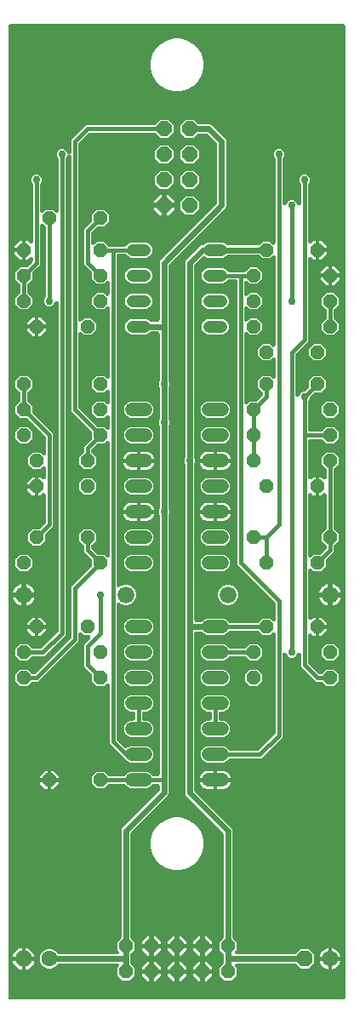
<source format=gtl>
G04 EAGLE Gerber RS-274X export*
G75*
%MOMM*%
%FSLAX34Y34*%
%LPD*%
%INTop Copper*%
%IPPOS*%
%AMOC8*
5,1,8,0,0,1.08239X$1,22.5*%
G01*
%ADD10P,1.732040X8X202.500000*%
%ADD11C,1.600200*%
%ADD12P,1.539592X8X22.500000*%
%ADD13C,1.208000*%
%ADD14P,1.429621X8X202.500000*%
%ADD15P,1.429621X8X22.500000*%
%ADD16C,1.320800*%
%ADD17C,1.676400*%
%ADD18P,1.649562X8X292.500000*%
%ADD19C,0.609600*%
%ADD20C,0.756400*%
%ADD21C,0.406400*%

G36*
X343426Y10163D02*
X343426Y10163D01*
X343444Y10161D01*
X343626Y10182D01*
X343809Y10201D01*
X343826Y10206D01*
X343843Y10208D01*
X344018Y10265D01*
X344194Y10319D01*
X344209Y10327D01*
X344226Y10333D01*
X344386Y10423D01*
X344548Y10511D01*
X344561Y10522D01*
X344577Y10531D01*
X344716Y10651D01*
X344857Y10768D01*
X344868Y10782D01*
X344882Y10794D01*
X344994Y10939D01*
X345109Y11082D01*
X345117Y11098D01*
X345128Y11112D01*
X345210Y11277D01*
X345295Y11439D01*
X345300Y11456D01*
X345308Y11472D01*
X345355Y11651D01*
X345406Y11826D01*
X345408Y11844D01*
X345412Y11861D01*
X345439Y12192D01*
X345439Y978405D01*
X345437Y978423D01*
X345439Y978441D01*
X345417Y978623D01*
X345399Y978805D01*
X345394Y978823D01*
X345392Y978841D01*
X345335Y979014D01*
X345281Y979190D01*
X345273Y979206D01*
X345267Y979223D01*
X345177Y979383D01*
X345089Y979544D01*
X345078Y979558D01*
X345069Y979574D01*
X344949Y979712D01*
X344832Y979853D01*
X344818Y979865D01*
X344806Y979879D01*
X344661Y979991D01*
X344518Y980106D01*
X344502Y980114D01*
X344488Y980125D01*
X344323Y980207D01*
X344161Y980291D01*
X344143Y980296D01*
X344127Y980304D01*
X343950Y980352D01*
X343774Y980403D01*
X343756Y980404D01*
X343738Y980409D01*
X343407Y980436D01*
X12191Y980343D01*
X12174Y980341D01*
X12156Y980342D01*
X11974Y980321D01*
X11791Y980303D01*
X11774Y980298D01*
X11757Y980295D01*
X11582Y980239D01*
X11406Y980184D01*
X11390Y980176D01*
X11374Y980171D01*
X11214Y980080D01*
X11052Y979993D01*
X11038Y979981D01*
X11023Y979973D01*
X10884Y979852D01*
X10743Y979735D01*
X10732Y979721D01*
X10718Y979710D01*
X10606Y979564D01*
X10491Y979421D01*
X10482Y979405D01*
X10472Y979391D01*
X10390Y979226D01*
X10305Y979064D01*
X10300Y979047D01*
X10292Y979031D01*
X10244Y978852D01*
X10194Y978677D01*
X10192Y978659D01*
X10188Y978642D01*
X10161Y978311D01*
X10161Y12192D01*
X10163Y12174D01*
X10161Y12156D01*
X10182Y11974D01*
X10201Y11791D01*
X10206Y11774D01*
X10208Y11757D01*
X10265Y11582D01*
X10319Y11406D01*
X10327Y11391D01*
X10333Y11374D01*
X10423Y11214D01*
X10511Y11052D01*
X10522Y11039D01*
X10531Y11023D01*
X10651Y10884D01*
X10768Y10743D01*
X10782Y10732D01*
X10794Y10718D01*
X10939Y10606D01*
X11082Y10491D01*
X11098Y10483D01*
X11112Y10472D01*
X11277Y10390D01*
X11439Y10305D01*
X11456Y10300D01*
X11472Y10292D01*
X11651Y10245D01*
X11826Y10194D01*
X11844Y10192D01*
X11861Y10188D01*
X12192Y10161D01*
X343408Y10161D01*
X343426Y10163D01*
G37*
%LPC*%
G36*
X225023Y29463D02*
X225023Y29463D01*
X219963Y34523D01*
X219963Y41677D01*
X223432Y45146D01*
X223449Y45167D01*
X223470Y45185D01*
X223577Y45323D01*
X223687Y45458D01*
X223700Y45482D01*
X223716Y45503D01*
X223794Y45659D01*
X223876Y45814D01*
X223884Y45839D01*
X223896Y45863D01*
X223941Y46033D01*
X223991Y46200D01*
X223993Y46226D01*
X224000Y46252D01*
X224027Y46583D01*
X224027Y55017D01*
X224025Y55044D01*
X224027Y55071D01*
X224005Y55244D01*
X223987Y55418D01*
X223980Y55443D01*
X223976Y55470D01*
X223920Y55636D01*
X223869Y55803D01*
X223856Y55826D01*
X223848Y55852D01*
X223761Y56003D01*
X223677Y56157D01*
X223660Y56177D01*
X223647Y56201D01*
X223432Y56454D01*
X219963Y59923D01*
X219963Y67077D01*
X223432Y70546D01*
X223449Y70567D01*
X223470Y70585D01*
X223577Y70723D01*
X223687Y70858D01*
X223700Y70882D01*
X223716Y70903D01*
X223794Y71059D01*
X223876Y71214D01*
X223884Y71239D01*
X223896Y71263D01*
X223941Y71433D01*
X223991Y71600D01*
X223993Y71626D01*
X224000Y71652D01*
X224027Y71983D01*
X224027Y175065D01*
X224025Y175091D01*
X224027Y175118D01*
X224005Y175292D01*
X223987Y175465D01*
X223980Y175491D01*
X223976Y175517D01*
X223921Y175683D01*
X223869Y175850D01*
X223856Y175874D01*
X223848Y175899D01*
X223761Y176051D01*
X223677Y176204D01*
X223660Y176225D01*
X223647Y176248D01*
X223432Y176501D01*
X186623Y213310D01*
X185927Y214990D01*
X185927Y542868D01*
X185924Y542899D01*
X185926Y542931D01*
X185904Y543100D01*
X185887Y543269D01*
X185878Y543299D01*
X185874Y543330D01*
X185773Y543646D01*
X185193Y545044D01*
X185193Y547156D01*
X185773Y548554D01*
X185782Y548584D01*
X185796Y548612D01*
X185840Y548777D01*
X185889Y548940D01*
X185892Y548971D01*
X185900Y549001D01*
X185927Y549332D01*
X185927Y743860D01*
X186623Y745540D01*
X200610Y759527D01*
X202290Y760223D01*
X202893Y760223D01*
X202920Y760225D01*
X202947Y760223D01*
X203120Y760245D01*
X203294Y760263D01*
X203319Y760270D01*
X203346Y760274D01*
X203512Y760329D01*
X203679Y760381D01*
X203702Y760394D01*
X203728Y760402D01*
X203879Y760489D01*
X204033Y760573D01*
X204053Y760590D01*
X204077Y760603D01*
X204330Y760818D01*
X205575Y762063D01*
X208355Y763215D01*
X223445Y763215D01*
X226225Y762063D01*
X227470Y760818D01*
X227491Y760801D01*
X227509Y760780D01*
X227647Y760673D01*
X227782Y760563D01*
X227806Y760550D01*
X227827Y760534D01*
X227984Y760456D01*
X228138Y760374D01*
X228163Y760366D01*
X228187Y760354D01*
X228357Y760309D01*
X228524Y760259D01*
X228550Y760257D01*
X228576Y760250D01*
X228907Y760223D01*
X258936Y760223D01*
X258962Y760225D01*
X258989Y760223D01*
X259163Y760245D01*
X259336Y760263D01*
X259362Y760270D01*
X259388Y760274D01*
X259554Y760329D01*
X259721Y760381D01*
X259745Y760394D01*
X259770Y760402D01*
X259922Y760489D01*
X260075Y760573D01*
X260096Y760590D01*
X260119Y760603D01*
X260372Y760818D01*
X263333Y763779D01*
X270067Y763779D01*
X272376Y761470D01*
X272383Y761464D01*
X272388Y761458D01*
X272538Y761337D01*
X272687Y761215D01*
X272695Y761211D01*
X272702Y761205D01*
X272872Y761117D01*
X273043Y761026D01*
X273052Y761024D01*
X273059Y761020D01*
X273244Y760967D01*
X273429Y760912D01*
X273438Y760911D01*
X273446Y760908D01*
X273637Y760893D01*
X273830Y760875D01*
X273839Y760876D01*
X273848Y760875D01*
X274037Y760898D01*
X274230Y760919D01*
X274239Y760921D01*
X274247Y760922D01*
X274429Y760982D01*
X274614Y761040D01*
X274622Y761044D01*
X274630Y761047D01*
X274799Y761142D01*
X274966Y761235D01*
X274973Y761241D01*
X274981Y761245D01*
X275127Y761371D01*
X275273Y761495D01*
X275279Y761502D01*
X275286Y761508D01*
X275403Y761660D01*
X275523Y761811D01*
X275527Y761819D01*
X275532Y761826D01*
X275618Y761998D01*
X275705Y762170D01*
X275708Y762179D01*
X275712Y762187D01*
X275762Y762373D01*
X275813Y762558D01*
X275814Y762567D01*
X275816Y762576D01*
X275843Y762906D01*
X275843Y846110D01*
X275841Y846137D01*
X275843Y846164D01*
X275821Y846338D01*
X275803Y846511D01*
X275796Y846537D01*
X275792Y846563D01*
X275737Y846729D01*
X275685Y846896D01*
X275672Y846920D01*
X275664Y846945D01*
X275577Y847097D01*
X275493Y847250D01*
X275476Y847271D01*
X275463Y847294D01*
X275248Y847547D01*
X274901Y847894D01*
X274093Y849844D01*
X274093Y851956D01*
X274901Y853906D01*
X276394Y855399D01*
X278344Y856207D01*
X280456Y856207D01*
X282406Y855399D01*
X283899Y853906D01*
X284707Y851956D01*
X284707Y849844D01*
X283899Y847894D01*
X283552Y847547D01*
X283535Y847526D01*
X283514Y847509D01*
X283407Y847371D01*
X283297Y847235D01*
X283284Y847212D01*
X283268Y847191D01*
X283190Y847034D01*
X283108Y846880D01*
X283100Y846854D01*
X283088Y846830D01*
X283043Y846661D01*
X282993Y846494D01*
X282991Y846467D01*
X282984Y846441D01*
X282957Y846110D01*
X282957Y802105D01*
X282957Y802101D01*
X282957Y802096D01*
X282977Y801902D01*
X282997Y801705D01*
X282998Y801700D01*
X282998Y801696D01*
X283057Y801508D01*
X283115Y801320D01*
X283117Y801316D01*
X283118Y801311D01*
X283215Y801135D01*
X283307Y800966D01*
X283309Y800962D01*
X283312Y800958D01*
X283441Y800804D01*
X283564Y800656D01*
X283568Y800654D01*
X283571Y800650D01*
X283725Y800527D01*
X283878Y800404D01*
X283882Y800402D01*
X283885Y800399D01*
X284060Y800310D01*
X284235Y800218D01*
X284240Y800217D01*
X284244Y800215D01*
X284431Y800162D01*
X284622Y800107D01*
X284627Y800107D01*
X284631Y800106D01*
X284824Y800091D01*
X285024Y800074D01*
X285028Y800075D01*
X285032Y800074D01*
X285226Y800098D01*
X285423Y800121D01*
X285428Y800123D01*
X285432Y800123D01*
X285617Y800184D01*
X285806Y800246D01*
X285810Y800248D01*
X285814Y800250D01*
X285983Y800346D01*
X286157Y800444D01*
X286160Y800447D01*
X286164Y800449D01*
X286313Y800579D01*
X286461Y800707D01*
X286464Y800711D01*
X286468Y800713D01*
X286588Y800870D01*
X286708Y801025D01*
X286710Y801029D01*
X286713Y801033D01*
X286865Y801328D01*
X287601Y803106D01*
X289094Y804599D01*
X291044Y805407D01*
X293156Y805407D01*
X295106Y804599D01*
X296599Y803106D01*
X297335Y801328D01*
X297337Y801324D01*
X297339Y801320D01*
X297432Y801147D01*
X297526Y800973D01*
X297528Y800969D01*
X297531Y800966D01*
X297655Y800817D01*
X297782Y800663D01*
X297785Y800660D01*
X297788Y800656D01*
X297941Y800533D01*
X298095Y800409D01*
X298099Y800407D01*
X298102Y800404D01*
X298275Y800314D01*
X298451Y800222D01*
X298455Y800221D01*
X298459Y800218D01*
X298648Y800164D01*
X298838Y800109D01*
X298842Y800108D01*
X298846Y800107D01*
X299044Y800091D01*
X299239Y800074D01*
X299243Y800075D01*
X299248Y800074D01*
X299442Y800097D01*
X299639Y800119D01*
X299643Y800121D01*
X299647Y800121D01*
X299833Y800182D01*
X300022Y800242D01*
X300026Y800245D01*
X300030Y800246D01*
X300203Y800343D01*
X300374Y800439D01*
X300377Y800442D01*
X300381Y800444D01*
X300530Y800572D01*
X300679Y800701D01*
X300682Y800704D01*
X300686Y800707D01*
X300806Y800862D01*
X300928Y801018D01*
X300930Y801022D01*
X300932Y801025D01*
X301021Y801203D01*
X301108Y801377D01*
X301110Y801382D01*
X301112Y801386D01*
X301163Y801578D01*
X301215Y801766D01*
X301215Y801770D01*
X301216Y801774D01*
X301243Y802105D01*
X301243Y820710D01*
X301241Y820737D01*
X301243Y820764D01*
X301221Y820938D01*
X301203Y821111D01*
X301196Y821137D01*
X301192Y821163D01*
X301137Y821329D01*
X301085Y821496D01*
X301072Y821520D01*
X301064Y821545D01*
X300977Y821697D01*
X300893Y821850D01*
X300876Y821871D01*
X300863Y821894D01*
X300648Y822147D01*
X300301Y822494D01*
X299493Y824444D01*
X299493Y826556D01*
X300301Y828506D01*
X301794Y829999D01*
X303744Y830807D01*
X305856Y830807D01*
X307806Y829999D01*
X309299Y828506D01*
X310107Y826556D01*
X310107Y824444D01*
X309299Y822494D01*
X308952Y822147D01*
X308935Y822126D01*
X308914Y822109D01*
X308807Y821971D01*
X308697Y821835D01*
X308684Y821812D01*
X308668Y821791D01*
X308590Y821634D01*
X308508Y821480D01*
X308500Y821454D01*
X308488Y821430D01*
X308443Y821261D01*
X308393Y821094D01*
X308391Y821067D01*
X308384Y821041D01*
X308357Y820710D01*
X308357Y764343D01*
X308358Y764334D01*
X308357Y764325D01*
X308378Y764131D01*
X308397Y763943D01*
X308399Y763934D01*
X308400Y763925D01*
X308458Y763743D01*
X308515Y763558D01*
X308519Y763550D01*
X308522Y763541D01*
X308615Y763373D01*
X308707Y763204D01*
X308712Y763197D01*
X308717Y763189D01*
X308841Y763042D01*
X308964Y762894D01*
X308971Y762889D01*
X308977Y762882D01*
X309128Y762763D01*
X309278Y762642D01*
X309286Y762638D01*
X309293Y762632D01*
X309466Y762545D01*
X309635Y762457D01*
X309644Y762454D01*
X309652Y762450D01*
X309838Y762398D01*
X310022Y762345D01*
X310031Y762344D01*
X310040Y762342D01*
X310233Y762328D01*
X310424Y762312D01*
X310432Y762313D01*
X310441Y762313D01*
X310634Y762337D01*
X310823Y762359D01*
X310832Y762362D01*
X310841Y762363D01*
X311024Y762424D01*
X311206Y762484D01*
X311214Y762488D01*
X311222Y762491D01*
X311388Y762587D01*
X311557Y762682D01*
X311564Y762688D01*
X311571Y762692D01*
X311824Y762907D01*
X313712Y764795D01*
X315469Y764795D01*
X315469Y755650D01*
X315469Y746505D01*
X313712Y746505D01*
X311824Y748393D01*
X311817Y748399D01*
X311812Y748406D01*
X311662Y748526D01*
X311513Y748648D01*
X311505Y748652D01*
X311498Y748658D01*
X311328Y748746D01*
X311157Y748837D01*
X311148Y748839D01*
X311141Y748843D01*
X310956Y748897D01*
X310771Y748952D01*
X310762Y748952D01*
X310754Y748955D01*
X310563Y748971D01*
X310370Y748988D01*
X310361Y748987D01*
X310352Y748988D01*
X310163Y748966D01*
X309970Y748945D01*
X309961Y748942D01*
X309953Y748941D01*
X309771Y748881D01*
X309586Y748823D01*
X309578Y748819D01*
X309570Y748816D01*
X309401Y748721D01*
X309234Y748628D01*
X309227Y748623D01*
X309219Y748618D01*
X309073Y748492D01*
X308927Y748368D01*
X308921Y748361D01*
X308914Y748355D01*
X308797Y748204D01*
X308677Y748052D01*
X308673Y748044D01*
X308668Y748037D01*
X308582Y747865D01*
X308495Y747693D01*
X308492Y747684D01*
X308488Y747676D01*
X308438Y747490D01*
X308387Y747305D01*
X308386Y747296D01*
X308384Y747288D01*
X308357Y746957D01*
X308357Y665277D01*
X296252Y653172D01*
X296235Y653151D01*
X296214Y653133D01*
X296107Y652996D01*
X295997Y652860D01*
X295984Y652837D01*
X295968Y652815D01*
X295890Y652658D01*
X295808Y652504D01*
X295800Y652479D01*
X295788Y652455D01*
X295743Y652285D01*
X295693Y652119D01*
X295691Y652092D01*
X295684Y652066D01*
X295657Y651735D01*
X295657Y611605D01*
X295657Y611601D01*
X295657Y611596D01*
X295677Y611402D01*
X295697Y611204D01*
X295698Y611200D01*
X295698Y611196D01*
X295757Y611008D01*
X295815Y610820D01*
X295817Y610816D01*
X295818Y610811D01*
X295914Y610637D01*
X296007Y610466D01*
X296009Y610462D01*
X296012Y610458D01*
X296140Y610305D01*
X296264Y610156D01*
X296268Y610154D01*
X296271Y610150D01*
X296426Y610027D01*
X296578Y609904D01*
X296582Y609902D01*
X296586Y609899D01*
X296764Y609807D01*
X296935Y609718D01*
X296940Y609717D01*
X296944Y609715D01*
X297137Y609660D01*
X297322Y609607D01*
X297327Y609607D01*
X297331Y609605D01*
X297527Y609590D01*
X297724Y609574D01*
X297728Y609575D01*
X297732Y609574D01*
X297926Y609598D01*
X298123Y609621D01*
X298128Y609622D01*
X298132Y609623D01*
X298317Y609684D01*
X298506Y609746D01*
X298510Y609748D01*
X298514Y609750D01*
X298683Y609846D01*
X298857Y609944D01*
X298860Y609947D01*
X298864Y609949D01*
X299011Y610077D01*
X299161Y610207D01*
X299164Y610211D01*
X299168Y610213D01*
X299288Y610370D01*
X299408Y610525D01*
X299410Y610529D01*
X299413Y610533D01*
X299565Y610828D01*
X300301Y612606D01*
X301794Y614099D01*
X303744Y614907D01*
X304235Y614907D01*
X304262Y614909D01*
X304289Y614907D01*
X304463Y614929D01*
X304636Y614947D01*
X304661Y614954D01*
X304688Y614958D01*
X304854Y615013D01*
X305021Y615065D01*
X305044Y615078D01*
X305070Y615086D01*
X305221Y615173D01*
X305375Y615257D01*
X305395Y615274D01*
X305419Y615287D01*
X305672Y615502D01*
X308776Y618606D01*
X308793Y618627D01*
X308814Y618645D01*
X308921Y618782D01*
X309031Y618918D01*
X309044Y618941D01*
X309060Y618963D01*
X309138Y619120D01*
X309220Y619274D01*
X309228Y619299D01*
X309240Y619323D01*
X309285Y619493D01*
X309335Y619659D01*
X309337Y619686D01*
X309344Y619712D01*
X309371Y620043D01*
X309371Y625667D01*
X314133Y630429D01*
X320867Y630429D01*
X325629Y625667D01*
X325629Y618933D01*
X320867Y614171D01*
X315243Y614171D01*
X315216Y614169D01*
X315189Y614171D01*
X315015Y614149D01*
X314842Y614131D01*
X314817Y614124D01*
X314790Y614120D01*
X314624Y614065D01*
X314457Y614013D01*
X314434Y614000D01*
X314408Y613992D01*
X314257Y613905D01*
X314103Y613821D01*
X314083Y613804D01*
X314059Y613791D01*
X313806Y613576D01*
X310702Y610472D01*
X310685Y610451D01*
X310664Y610433D01*
X310557Y610296D01*
X310447Y610160D01*
X310434Y610137D01*
X310418Y610115D01*
X310340Y609958D01*
X310258Y609804D01*
X310250Y609779D01*
X310238Y609755D01*
X310193Y609585D01*
X310143Y609419D01*
X310141Y609392D01*
X310134Y609366D01*
X310107Y609035D01*
X310107Y608544D01*
X309299Y606594D01*
X308952Y606247D01*
X308935Y606226D01*
X308914Y606209D01*
X308807Y606071D01*
X308697Y605935D01*
X308684Y605912D01*
X308668Y605891D01*
X308590Y605734D01*
X308508Y605580D01*
X308500Y605554D01*
X308488Y605530D01*
X308443Y605361D01*
X308393Y605194D01*
X308391Y605167D01*
X308384Y605141D01*
X308357Y604810D01*
X308357Y577088D01*
X308359Y577070D01*
X308357Y577052D01*
X308378Y576870D01*
X308397Y576687D01*
X308402Y576670D01*
X308404Y576653D01*
X308461Y576477D01*
X308515Y576302D01*
X308523Y576287D01*
X308529Y576270D01*
X308620Y576109D01*
X308707Y575948D01*
X308718Y575935D01*
X308727Y575919D01*
X308847Y575780D01*
X308964Y575639D01*
X308978Y575628D01*
X308990Y575614D01*
X309135Y575502D01*
X309278Y575387D01*
X309294Y575379D01*
X309308Y575368D01*
X309473Y575286D01*
X309635Y575201D01*
X309652Y575196D01*
X309668Y575188D01*
X309847Y575141D01*
X310022Y575090D01*
X310040Y575088D01*
X310057Y575084D01*
X310388Y575057D01*
X321420Y575057D01*
X321446Y575059D01*
X321473Y575057D01*
X321647Y575079D01*
X321820Y575097D01*
X321846Y575104D01*
X321872Y575108D01*
X322038Y575163D01*
X322205Y575215D01*
X322229Y575228D01*
X322254Y575236D01*
X322406Y575323D01*
X322559Y575407D01*
X322580Y575424D01*
X322603Y575437D01*
X322856Y575652D01*
X326833Y579629D01*
X333567Y579629D01*
X338329Y574867D01*
X338329Y568133D01*
X333567Y563371D01*
X326833Y563371D01*
X322856Y567348D01*
X322835Y567365D01*
X322818Y567386D01*
X322680Y567493D01*
X322544Y567603D01*
X322521Y567616D01*
X322500Y567632D01*
X322343Y567710D01*
X322189Y567792D01*
X322163Y567800D01*
X322139Y567812D01*
X321970Y567857D01*
X321803Y567907D01*
X321776Y567909D01*
X321750Y567916D01*
X321420Y567943D01*
X310388Y567943D01*
X310370Y567941D01*
X310352Y567943D01*
X310170Y567922D01*
X309987Y567903D01*
X309970Y567898D01*
X309953Y567896D01*
X309778Y567839D01*
X309602Y567785D01*
X309587Y567777D01*
X309570Y567771D01*
X309410Y567681D01*
X309248Y567593D01*
X309235Y567582D01*
X309219Y567573D01*
X309080Y567453D01*
X308939Y567336D01*
X308928Y567322D01*
X308914Y567310D01*
X308802Y567165D01*
X308687Y567022D01*
X308679Y567006D01*
X308668Y566992D01*
X308586Y566827D01*
X308501Y566665D01*
X308496Y566648D01*
X308488Y566632D01*
X308441Y566453D01*
X308390Y566278D01*
X308388Y566260D01*
X308384Y566243D01*
X308357Y565912D01*
X308357Y529393D01*
X308358Y529384D01*
X308357Y529375D01*
X308378Y529184D01*
X308397Y528993D01*
X308399Y528984D01*
X308400Y528975D01*
X308458Y528793D01*
X308515Y528608D01*
X308519Y528600D01*
X308522Y528591D01*
X308615Y528423D01*
X308707Y528254D01*
X308712Y528247D01*
X308717Y528239D01*
X308841Y528092D01*
X308964Y527944D01*
X308971Y527939D01*
X308977Y527932D01*
X309128Y527813D01*
X309278Y527692D01*
X309286Y527688D01*
X309293Y527682D01*
X309466Y527595D01*
X309635Y527507D01*
X309644Y527504D01*
X309652Y527500D01*
X309838Y527448D01*
X310022Y527395D01*
X310031Y527394D01*
X310040Y527392D01*
X310233Y527378D01*
X310424Y527362D01*
X310432Y527363D01*
X310441Y527363D01*
X310634Y527387D01*
X310823Y527409D01*
X310832Y527412D01*
X310841Y527413D01*
X311024Y527474D01*
X311206Y527534D01*
X311214Y527538D01*
X311222Y527541D01*
X311388Y527637D01*
X311557Y527732D01*
X311564Y527738D01*
X311571Y527742D01*
X311824Y527957D01*
X313712Y529845D01*
X315469Y529845D01*
X315469Y520700D01*
X315469Y511555D01*
X313712Y511555D01*
X311824Y513443D01*
X311817Y513449D01*
X311812Y513456D01*
X311662Y513576D01*
X311513Y513698D01*
X311505Y513702D01*
X311498Y513708D01*
X311328Y513796D01*
X311157Y513887D01*
X311148Y513889D01*
X311141Y513893D01*
X310956Y513947D01*
X310771Y514002D01*
X310762Y514002D01*
X310754Y514005D01*
X310563Y514021D01*
X310370Y514038D01*
X310361Y514037D01*
X310352Y514038D01*
X310163Y514016D01*
X309970Y513995D01*
X309961Y513992D01*
X309953Y513991D01*
X309771Y513931D01*
X309586Y513873D01*
X309578Y513869D01*
X309570Y513866D01*
X309401Y513771D01*
X309234Y513678D01*
X309227Y513673D01*
X309219Y513668D01*
X309073Y513542D01*
X308927Y513418D01*
X308921Y513411D01*
X308914Y513405D01*
X308797Y513254D01*
X308677Y513102D01*
X308673Y513094D01*
X308668Y513087D01*
X308582Y512914D01*
X308495Y512743D01*
X308492Y512734D01*
X308488Y512726D01*
X308438Y512540D01*
X308387Y512355D01*
X308386Y512346D01*
X308384Y512338D01*
X308357Y512007D01*
X308357Y451756D01*
X308358Y451748D01*
X308357Y451739D01*
X308378Y451547D01*
X308397Y451356D01*
X308399Y451347D01*
X308400Y451338D01*
X308458Y451156D01*
X308515Y450971D01*
X308519Y450963D01*
X308522Y450954D01*
X308615Y450786D01*
X308707Y450617D01*
X308712Y450610D01*
X308717Y450602D01*
X308841Y450455D01*
X308964Y450308D01*
X308971Y450302D01*
X308977Y450295D01*
X309128Y450176D01*
X309278Y450055D01*
X309286Y450051D01*
X309293Y450046D01*
X309466Y449958D01*
X309635Y449870D01*
X309644Y449867D01*
X309652Y449863D01*
X309838Y449811D01*
X310022Y449758D01*
X310031Y449758D01*
X310040Y449755D01*
X310233Y449741D01*
X310424Y449725D01*
X310432Y449726D01*
X310441Y449726D01*
X310634Y449750D01*
X310823Y449772D01*
X310832Y449775D01*
X310841Y449776D01*
X311024Y449838D01*
X311206Y449897D01*
X311214Y449902D01*
X311222Y449904D01*
X311388Y450000D01*
X311557Y450095D01*
X311564Y450101D01*
X311571Y450105D01*
X311824Y450320D01*
X314133Y452629D01*
X319757Y452629D01*
X319784Y452631D01*
X319811Y452629D01*
X319985Y452651D01*
X320158Y452669D01*
X320183Y452676D01*
X320210Y452680D01*
X320376Y452735D01*
X320543Y452787D01*
X320566Y452800D01*
X320592Y452808D01*
X320743Y452895D01*
X320897Y452979D01*
X320917Y452996D01*
X320941Y453009D01*
X321194Y453224D01*
X326048Y458078D01*
X326065Y458099D01*
X326086Y458117D01*
X326193Y458254D01*
X326303Y458390D01*
X326316Y458413D01*
X326332Y458435D01*
X326410Y458592D01*
X326492Y458746D01*
X326500Y458771D01*
X326512Y458795D01*
X326557Y458965D01*
X326607Y459131D01*
X326609Y459158D01*
X326616Y459184D01*
X326643Y459515D01*
X326643Y461120D01*
X326642Y461128D01*
X326643Y461134D01*
X326641Y461151D01*
X326643Y461173D01*
X326621Y461347D01*
X326603Y461520D01*
X326596Y461546D01*
X326592Y461572D01*
X326537Y461738D01*
X326485Y461905D01*
X326472Y461929D01*
X326464Y461954D01*
X326377Y462106D01*
X326293Y462259D01*
X326276Y462280D01*
X326263Y462303D01*
X326048Y462556D01*
X322071Y466533D01*
X322071Y473267D01*
X326048Y477244D01*
X326065Y477265D01*
X326086Y477282D01*
X326193Y477420D01*
X326303Y477556D01*
X326316Y477579D01*
X326332Y477600D01*
X326410Y477757D01*
X326492Y477911D01*
X326500Y477937D01*
X326512Y477961D01*
X326557Y478130D01*
X326607Y478297D01*
X326609Y478324D01*
X326616Y478350D01*
X326643Y478680D01*
X326643Y512007D01*
X326642Y512016D01*
X326643Y512025D01*
X326622Y512216D01*
X326603Y512407D01*
X326601Y512416D01*
X326600Y512425D01*
X326542Y512607D01*
X326485Y512792D01*
X326481Y512800D01*
X326478Y512809D01*
X326385Y512977D01*
X326293Y513146D01*
X326288Y513153D01*
X326283Y513161D01*
X326159Y513308D01*
X326036Y513456D01*
X326029Y513461D01*
X326023Y513468D01*
X325872Y513587D01*
X325722Y513708D01*
X325714Y513712D01*
X325707Y513718D01*
X325534Y513805D01*
X325365Y513893D01*
X325356Y513896D01*
X325348Y513900D01*
X325162Y513952D01*
X324978Y514005D01*
X324969Y514006D01*
X324960Y514008D01*
X324767Y514022D01*
X324576Y514038D01*
X324568Y514037D01*
X324559Y514037D01*
X324366Y514013D01*
X324177Y513991D01*
X324168Y513988D01*
X324159Y513987D01*
X323976Y513926D01*
X323794Y513866D01*
X323786Y513862D01*
X323778Y513859D01*
X323612Y513763D01*
X323443Y513668D01*
X323436Y513662D01*
X323429Y513658D01*
X323176Y513443D01*
X321288Y511555D01*
X319531Y511555D01*
X319531Y520700D01*
X319531Y529845D01*
X321288Y529845D01*
X323176Y527957D01*
X323183Y527951D01*
X323188Y527944D01*
X323338Y527824D01*
X323487Y527702D01*
X323495Y527698D01*
X323502Y527692D01*
X323672Y527604D01*
X323843Y527513D01*
X323852Y527511D01*
X323859Y527507D01*
X324044Y527453D01*
X324229Y527398D01*
X324238Y527398D01*
X324246Y527395D01*
X324437Y527379D01*
X324630Y527362D01*
X324639Y527363D01*
X324648Y527362D01*
X324837Y527384D01*
X325030Y527405D01*
X325039Y527408D01*
X325047Y527409D01*
X325229Y527469D01*
X325414Y527527D01*
X325422Y527531D01*
X325430Y527534D01*
X325599Y527629D01*
X325766Y527722D01*
X325773Y527727D01*
X325781Y527732D01*
X325927Y527858D01*
X326073Y527982D01*
X326079Y527989D01*
X326086Y527995D01*
X326203Y528146D01*
X326323Y528298D01*
X326327Y528306D01*
X326332Y528313D01*
X326418Y528485D01*
X326505Y528657D01*
X326508Y528666D01*
X326512Y528674D01*
X326562Y528860D01*
X326613Y529045D01*
X326614Y529054D01*
X326616Y529062D01*
X326643Y529393D01*
X326643Y537320D01*
X326641Y537346D01*
X326643Y537373D01*
X326621Y537547D01*
X326603Y537720D01*
X326596Y537746D01*
X326592Y537772D01*
X326537Y537938D01*
X326485Y538105D01*
X326472Y538129D01*
X326464Y538154D01*
X326377Y538306D01*
X326293Y538459D01*
X326276Y538480D01*
X326263Y538503D01*
X326048Y538756D01*
X322071Y542733D01*
X322071Y549467D01*
X326833Y554229D01*
X333567Y554229D01*
X338329Y549467D01*
X338329Y542733D01*
X334352Y538756D01*
X334335Y538735D01*
X334314Y538718D01*
X334207Y538580D01*
X334097Y538444D01*
X334084Y538421D01*
X334068Y538400D01*
X333990Y538243D01*
X333908Y538089D01*
X333900Y538063D01*
X333888Y538039D01*
X333843Y537870D01*
X333793Y537703D01*
X333791Y537676D01*
X333784Y537650D01*
X333757Y537320D01*
X333757Y478680D01*
X333759Y478654D01*
X333757Y478627D01*
X333779Y478453D01*
X333797Y478280D01*
X333804Y478254D01*
X333808Y478228D01*
X333863Y478062D01*
X333915Y477895D01*
X333928Y477871D01*
X333936Y477846D01*
X334023Y477694D01*
X334107Y477541D01*
X334124Y477520D01*
X334137Y477497D01*
X334352Y477244D01*
X338329Y473267D01*
X338329Y466533D01*
X334352Y462556D01*
X334335Y462535D01*
X334314Y462518D01*
X334207Y462380D01*
X334097Y462244D01*
X334084Y462221D01*
X334068Y462200D01*
X333990Y462043D01*
X333908Y461889D01*
X333900Y461863D01*
X333888Y461839D01*
X333843Y461670D01*
X333793Y461503D01*
X333791Y461476D01*
X333784Y461450D01*
X333757Y461120D01*
X333757Y455727D01*
X326224Y448194D01*
X326207Y448173D01*
X326186Y448155D01*
X326079Y448018D01*
X325969Y447882D01*
X325956Y447859D01*
X325940Y447837D01*
X325862Y447680D01*
X325780Y447526D01*
X325772Y447501D01*
X325760Y447477D01*
X325715Y447307D01*
X325665Y447141D01*
X325663Y447114D01*
X325656Y447088D01*
X325629Y446757D01*
X325629Y441133D01*
X320867Y436371D01*
X314133Y436371D01*
X311824Y438680D01*
X311817Y438686D01*
X311812Y438692D01*
X311662Y438813D01*
X311513Y438935D01*
X311505Y438939D01*
X311498Y438945D01*
X311328Y439033D01*
X311157Y439124D01*
X311148Y439126D01*
X311141Y439130D01*
X310956Y439183D01*
X310771Y439238D01*
X310762Y439239D01*
X310754Y439242D01*
X310563Y439257D01*
X310370Y439275D01*
X310361Y439274D01*
X310352Y439275D01*
X310163Y439252D01*
X309970Y439231D01*
X309961Y439229D01*
X309953Y439228D01*
X309771Y439168D01*
X309586Y439110D01*
X309578Y439106D01*
X309570Y439103D01*
X309401Y439008D01*
X309234Y438915D01*
X309227Y438909D01*
X309219Y438905D01*
X309073Y438779D01*
X308927Y438655D01*
X308921Y438648D01*
X308914Y438642D01*
X308797Y438490D01*
X308677Y438339D01*
X308673Y438331D01*
X308668Y438324D01*
X308582Y438152D01*
X308495Y437980D01*
X308492Y437971D01*
X308488Y437963D01*
X308438Y437777D01*
X308387Y437592D01*
X308386Y437583D01*
X308384Y437574D01*
X308357Y437244D01*
X308357Y389693D01*
X308358Y389684D01*
X308357Y389675D01*
X308378Y389484D01*
X308397Y389293D01*
X308399Y389284D01*
X308400Y389275D01*
X308458Y389093D01*
X308515Y388908D01*
X308519Y388900D01*
X308522Y388891D01*
X308615Y388723D01*
X308707Y388554D01*
X308712Y388547D01*
X308717Y388539D01*
X308841Y388392D01*
X308964Y388244D01*
X308971Y388239D01*
X308977Y388232D01*
X309128Y388113D01*
X309278Y387992D01*
X309286Y387988D01*
X309293Y387982D01*
X309466Y387895D01*
X309635Y387807D01*
X309644Y387804D01*
X309652Y387800D01*
X309838Y387748D01*
X310022Y387695D01*
X310031Y387694D01*
X310040Y387692D01*
X310233Y387678D01*
X310424Y387662D01*
X310432Y387663D01*
X310441Y387663D01*
X310634Y387687D01*
X310823Y387709D01*
X310832Y387712D01*
X310841Y387713D01*
X311024Y387774D01*
X311206Y387834D01*
X311214Y387838D01*
X311222Y387841D01*
X311388Y387937D01*
X311557Y388032D01*
X311564Y388038D01*
X311571Y388042D01*
X311824Y388257D01*
X313712Y390145D01*
X315469Y390145D01*
X315469Y381000D01*
X315469Y371855D01*
X313712Y371855D01*
X311824Y373743D01*
X311817Y373749D01*
X311812Y373756D01*
X311662Y373876D01*
X311513Y373998D01*
X311505Y374002D01*
X311498Y374008D01*
X311328Y374096D01*
X311157Y374187D01*
X311148Y374189D01*
X311141Y374193D01*
X310956Y374247D01*
X310771Y374302D01*
X310762Y374302D01*
X310754Y374305D01*
X310563Y374321D01*
X310370Y374338D01*
X310361Y374337D01*
X310352Y374338D01*
X310163Y374316D01*
X309970Y374295D01*
X309961Y374292D01*
X309953Y374291D01*
X309771Y374231D01*
X309586Y374173D01*
X309578Y374169D01*
X309570Y374166D01*
X309401Y374071D01*
X309234Y373978D01*
X309227Y373973D01*
X309219Y373968D01*
X309073Y373842D01*
X308927Y373718D01*
X308921Y373711D01*
X308914Y373705D01*
X308797Y373554D01*
X308677Y373402D01*
X308673Y373394D01*
X308668Y373387D01*
X308582Y373214D01*
X308495Y373043D01*
X308492Y373034D01*
X308488Y373026D01*
X308438Y372840D01*
X308387Y372655D01*
X308386Y372646D01*
X308384Y372638D01*
X308357Y372307D01*
X308357Y345215D01*
X308359Y345188D01*
X308357Y345161D01*
X308379Y344987D01*
X308397Y344814D01*
X308404Y344789D01*
X308408Y344762D01*
X308463Y344596D01*
X308515Y344429D01*
X308528Y344406D01*
X308536Y344380D01*
X308623Y344229D01*
X308707Y344075D01*
X308724Y344055D01*
X308737Y344031D01*
X308952Y343778D01*
X318378Y334352D01*
X318399Y334335D01*
X318417Y334314D01*
X318554Y334207D01*
X318690Y334097D01*
X318713Y334084D01*
X318735Y334068D01*
X318892Y333990D01*
X319046Y333908D01*
X319071Y333900D01*
X319095Y333888D01*
X319265Y333843D01*
X319431Y333793D01*
X319458Y333791D01*
X319484Y333784D01*
X319815Y333757D01*
X321420Y333757D01*
X321446Y333759D01*
X321473Y333757D01*
X321647Y333779D01*
X321820Y333797D01*
X321846Y333804D01*
X321872Y333808D01*
X322038Y333864D01*
X322205Y333915D01*
X322229Y333928D01*
X322254Y333936D01*
X322406Y334023D01*
X322559Y334107D01*
X322580Y334124D01*
X322603Y334137D01*
X322856Y334352D01*
X326833Y338329D01*
X333567Y338329D01*
X338329Y333567D01*
X338329Y326833D01*
X333567Y322071D01*
X326833Y322071D01*
X322856Y326048D01*
X322835Y326065D01*
X322818Y326086D01*
X322680Y326193D01*
X322544Y326303D01*
X322521Y326316D01*
X322500Y326332D01*
X322343Y326410D01*
X322189Y326492D01*
X322163Y326500D01*
X322139Y326512D01*
X321970Y326557D01*
X321803Y326607D01*
X321776Y326609D01*
X321750Y326616D01*
X321420Y326643D01*
X316027Y326643D01*
X301243Y341427D01*
X301243Y353595D01*
X301243Y353599D01*
X301243Y353604D01*
X301223Y353798D01*
X301203Y353996D01*
X301202Y354000D01*
X301202Y354004D01*
X301143Y354192D01*
X301085Y354380D01*
X301083Y354384D01*
X301082Y354389D01*
X300986Y354563D01*
X300893Y354734D01*
X300891Y354738D01*
X300888Y354742D01*
X300760Y354895D01*
X300636Y355044D01*
X300632Y355046D01*
X300629Y355050D01*
X300474Y355173D01*
X300322Y355296D01*
X300318Y355298D01*
X300314Y355301D01*
X300136Y355393D01*
X299965Y355482D01*
X299960Y355483D01*
X299956Y355485D01*
X299763Y355540D01*
X299578Y355593D01*
X299573Y355593D01*
X299569Y355595D01*
X299373Y355610D01*
X299176Y355626D01*
X299172Y355625D01*
X299168Y355626D01*
X298974Y355602D01*
X298777Y355579D01*
X298772Y355578D01*
X298768Y355577D01*
X298583Y355516D01*
X298394Y355454D01*
X298390Y355452D01*
X298386Y355450D01*
X298217Y355354D01*
X298043Y355256D01*
X298040Y355253D01*
X298036Y355251D01*
X297889Y355123D01*
X297739Y354993D01*
X297736Y354989D01*
X297732Y354987D01*
X297612Y354830D01*
X297492Y354675D01*
X297490Y354671D01*
X297487Y354667D01*
X297335Y354372D01*
X296599Y352594D01*
X295106Y351101D01*
X293156Y350293D01*
X291044Y350293D01*
X289094Y351101D01*
X287601Y352594D01*
X286865Y354372D01*
X286863Y354376D01*
X286861Y354380D01*
X286768Y354553D01*
X286674Y354727D01*
X286672Y354731D01*
X286669Y354734D01*
X286545Y354883D01*
X286418Y355037D01*
X286415Y355040D01*
X286412Y355044D01*
X286259Y355167D01*
X286105Y355291D01*
X286101Y355293D01*
X286098Y355296D01*
X285925Y355386D01*
X285749Y355478D01*
X285745Y355479D01*
X285741Y355482D01*
X285552Y355536D01*
X285362Y355591D01*
X285358Y355592D01*
X285354Y355593D01*
X285156Y355609D01*
X284961Y355626D01*
X284957Y355625D01*
X284952Y355626D01*
X284758Y355603D01*
X284561Y355581D01*
X284557Y355579D01*
X284553Y355579D01*
X284367Y355518D01*
X284178Y355458D01*
X284174Y355455D01*
X284170Y355454D01*
X283997Y355357D01*
X283826Y355261D01*
X283823Y355258D01*
X283819Y355256D01*
X283670Y355128D01*
X283521Y354999D01*
X283518Y354996D01*
X283514Y354993D01*
X283394Y354838D01*
X283272Y354682D01*
X283270Y354678D01*
X283268Y354675D01*
X283179Y354497D01*
X283092Y354323D01*
X283090Y354318D01*
X283088Y354314D01*
X283037Y354122D01*
X282985Y353934D01*
X282985Y353930D01*
X282984Y353926D01*
X282957Y353595D01*
X282957Y271577D01*
X261823Y250443D01*
X231186Y250443D01*
X231164Y250441D01*
X231142Y250443D01*
X230964Y250421D01*
X230786Y250403D01*
X230764Y250397D01*
X230742Y250394D01*
X230572Y250338D01*
X230401Y250285D01*
X230381Y250275D01*
X230360Y250267D01*
X230204Y250179D01*
X230047Y250093D01*
X230030Y250079D01*
X230010Y250068D01*
X229875Y249950D01*
X229738Y249836D01*
X229724Y249818D01*
X229707Y249803D01*
X229598Y249661D01*
X229485Y249522D01*
X229475Y249502D01*
X229461Y249484D01*
X229437Y249437D01*
X227109Y247109D01*
X224121Y245871D01*
X207679Y245871D01*
X204691Y247109D01*
X202405Y249395D01*
X201167Y252383D01*
X201167Y255617D01*
X202405Y258605D01*
X204691Y260891D01*
X207679Y262129D01*
X224121Y262129D01*
X227109Y260891D01*
X229449Y258551D01*
X229500Y258456D01*
X229514Y258439D01*
X229525Y258419D01*
X229642Y258283D01*
X229756Y258146D01*
X229774Y258131D01*
X229788Y258114D01*
X229930Y258005D01*
X230069Y257892D01*
X230089Y257881D01*
X230106Y257868D01*
X230267Y257788D01*
X230425Y257705D01*
X230447Y257698D01*
X230467Y257688D01*
X230641Y257642D01*
X230812Y257592D01*
X230834Y257590D01*
X230856Y257584D01*
X231186Y257557D01*
X258035Y257557D01*
X258062Y257559D01*
X258089Y257557D01*
X258263Y257579D01*
X258436Y257597D01*
X258461Y257604D01*
X258488Y257608D01*
X258654Y257663D01*
X258821Y257715D01*
X258844Y257728D01*
X258870Y257736D01*
X259021Y257823D01*
X259175Y257907D01*
X259195Y257924D01*
X259219Y257937D01*
X259472Y258152D01*
X275248Y273928D01*
X275265Y273949D01*
X275286Y273967D01*
X275393Y274104D01*
X275503Y274240D01*
X275516Y274263D01*
X275532Y274285D01*
X275610Y274442D01*
X275692Y274596D01*
X275700Y274621D01*
X275712Y274645D01*
X275757Y274815D01*
X275807Y274981D01*
X275809Y275008D01*
X275816Y275034D01*
X275843Y275365D01*
X275843Y373744D01*
X275842Y373752D01*
X275843Y373761D01*
X275822Y373953D01*
X275803Y374144D01*
X275801Y374153D01*
X275800Y374162D01*
X275742Y374343D01*
X275685Y374529D01*
X275681Y374537D01*
X275678Y374546D01*
X275585Y374714D01*
X275493Y374883D01*
X275488Y374890D01*
X275483Y374898D01*
X275359Y375045D01*
X275236Y375192D01*
X275229Y375198D01*
X275223Y375205D01*
X275072Y375324D01*
X274922Y375445D01*
X274914Y375449D01*
X274907Y375454D01*
X274734Y375542D01*
X274565Y375630D01*
X274556Y375633D01*
X274548Y375637D01*
X274362Y375689D01*
X274178Y375742D01*
X274169Y375742D01*
X274160Y375745D01*
X273967Y375759D01*
X273776Y375775D01*
X273768Y375774D01*
X273759Y375774D01*
X273566Y375750D01*
X273377Y375728D01*
X273368Y375725D01*
X273359Y375724D01*
X273176Y375662D01*
X272994Y375603D01*
X272986Y375598D01*
X272978Y375596D01*
X272812Y375500D01*
X272643Y375405D01*
X272636Y375399D01*
X272629Y375395D01*
X272376Y375180D01*
X270067Y372871D01*
X263333Y372871D01*
X259356Y376848D01*
X259335Y376865D01*
X259318Y376886D01*
X259180Y376993D01*
X259044Y377103D01*
X259021Y377116D01*
X259000Y377132D01*
X258843Y377210D01*
X258689Y377292D01*
X258663Y377300D01*
X258639Y377312D01*
X258470Y377357D01*
X258303Y377407D01*
X258276Y377409D01*
X258250Y377416D01*
X257920Y377443D01*
X231186Y377443D01*
X231164Y377441D01*
X231142Y377443D01*
X230964Y377421D01*
X230786Y377403D01*
X230764Y377397D01*
X230742Y377394D01*
X230572Y377338D01*
X230401Y377285D01*
X230381Y377275D01*
X230360Y377267D01*
X230204Y377179D01*
X230047Y377093D01*
X230030Y377079D01*
X230010Y377068D01*
X229875Y376950D01*
X229738Y376836D01*
X229724Y376818D01*
X229707Y376803D01*
X229598Y376661D01*
X229485Y376522D01*
X229475Y376502D01*
X229461Y376484D01*
X229437Y376437D01*
X227109Y374109D01*
X224121Y372871D01*
X207679Y372871D01*
X204691Y374109D01*
X202968Y375832D01*
X202947Y375849D01*
X202930Y375870D01*
X202792Y375977D01*
X202656Y376087D01*
X202633Y376100D01*
X202612Y376116D01*
X202455Y376194D01*
X202301Y376276D01*
X202275Y376284D01*
X202251Y376296D01*
X202082Y376341D01*
X201915Y376391D01*
X201888Y376393D01*
X201862Y376400D01*
X201532Y376427D01*
X197104Y376427D01*
X197086Y376425D01*
X197068Y376427D01*
X196886Y376406D01*
X196703Y376387D01*
X196686Y376382D01*
X196669Y376380D01*
X196494Y376323D01*
X196318Y376269D01*
X196303Y376261D01*
X196286Y376255D01*
X196126Y376165D01*
X195964Y376077D01*
X195951Y376066D01*
X195935Y376057D01*
X195796Y375937D01*
X195655Y375820D01*
X195644Y375806D01*
X195630Y375794D01*
X195518Y375649D01*
X195403Y375506D01*
X195395Y375490D01*
X195384Y375476D01*
X195302Y375311D01*
X195217Y375149D01*
X195212Y375132D01*
X195204Y375116D01*
X195157Y374937D01*
X195106Y374762D01*
X195104Y374744D01*
X195100Y374727D01*
X195073Y374396D01*
X195073Y218635D01*
X195075Y218609D01*
X195073Y218582D01*
X195095Y218408D01*
X195113Y218235D01*
X195120Y218209D01*
X195124Y218183D01*
X195179Y218017D01*
X195231Y217850D01*
X195244Y217826D01*
X195252Y217801D01*
X195339Y217649D01*
X195423Y217496D01*
X195440Y217475D01*
X195453Y217452D01*
X195668Y217199D01*
X232477Y180390D01*
X233173Y178710D01*
X233173Y71983D01*
X233175Y71956D01*
X233173Y71929D01*
X233195Y71756D01*
X233213Y71582D01*
X233220Y71557D01*
X233224Y71530D01*
X233280Y71364D01*
X233331Y71197D01*
X233344Y71174D01*
X233352Y71148D01*
X233439Y70997D01*
X233523Y70843D01*
X233540Y70823D01*
X233553Y70799D01*
X233768Y70546D01*
X237237Y67077D01*
X237237Y59923D01*
X236154Y58840D01*
X236149Y58833D01*
X236142Y58828D01*
X236022Y58678D01*
X235899Y58529D01*
X235895Y58521D01*
X235890Y58514D01*
X235801Y58344D01*
X235711Y58173D01*
X235708Y58164D01*
X235704Y58157D01*
X235651Y57972D01*
X235596Y57787D01*
X235595Y57778D01*
X235593Y57770D01*
X235577Y57579D01*
X235560Y57386D01*
X235561Y57377D01*
X235560Y57368D01*
X235582Y57179D01*
X235603Y56986D01*
X235606Y56977D01*
X235607Y56969D01*
X235666Y56787D01*
X235724Y56602D01*
X235729Y56594D01*
X235732Y56586D01*
X235826Y56419D01*
X235919Y56250D01*
X235925Y56243D01*
X235929Y56235D01*
X236055Y56090D01*
X236180Y55943D01*
X236187Y55937D01*
X236193Y55930D01*
X236343Y55814D01*
X236496Y55693D01*
X236504Y55689D01*
X236511Y55684D01*
X236683Y55598D01*
X236855Y55511D01*
X236863Y55508D01*
X236871Y55504D01*
X237057Y55454D01*
X237243Y55403D01*
X237251Y55402D01*
X237260Y55400D01*
X237591Y55373D01*
X295060Y55373D01*
X295087Y55375D01*
X295113Y55373D01*
X295287Y55395D01*
X295461Y55413D01*
X295486Y55420D01*
X295513Y55424D01*
X295679Y55480D01*
X295846Y55531D01*
X295869Y55544D01*
X295894Y55552D01*
X296046Y55639D01*
X296200Y55723D01*
X296220Y55740D01*
X296243Y55753D01*
X296496Y55968D01*
X300854Y60326D01*
X308746Y60326D01*
X314326Y54746D01*
X314326Y46854D01*
X308746Y41274D01*
X300854Y41274D01*
X296496Y45632D01*
X296476Y45649D01*
X296458Y45670D01*
X296320Y45777D01*
X296185Y45887D01*
X296161Y45900D01*
X296140Y45916D01*
X295983Y45994D01*
X295829Y46076D01*
X295804Y46084D01*
X295779Y46096D01*
X295610Y46141D01*
X295443Y46191D01*
X295417Y46193D01*
X295391Y46200D01*
X295060Y46227D01*
X237591Y46227D01*
X237582Y46226D01*
X237573Y46227D01*
X237381Y46206D01*
X237190Y46187D01*
X237182Y46185D01*
X237173Y46184D01*
X236990Y46126D01*
X236805Y46069D01*
X236797Y46065D01*
X236789Y46062D01*
X236620Y45969D01*
X236451Y45877D01*
X236444Y45872D01*
X236437Y45867D01*
X236289Y45742D01*
X236142Y45620D01*
X236136Y45613D01*
X236130Y45607D01*
X236010Y45455D01*
X235890Y45306D01*
X235886Y45298D01*
X235880Y45291D01*
X235793Y45119D01*
X235704Y44949D01*
X235702Y44940D01*
X235698Y44932D01*
X235646Y44746D01*
X235593Y44562D01*
X235592Y44553D01*
X235590Y44544D01*
X235575Y44352D01*
X235560Y44160D01*
X235561Y44152D01*
X235560Y44143D01*
X235585Y43950D01*
X235607Y43761D01*
X235609Y43752D01*
X235611Y43743D01*
X235672Y43560D01*
X235732Y43378D01*
X235736Y43370D01*
X235739Y43362D01*
X235834Y43196D01*
X235929Y43027D01*
X235935Y43020D01*
X235940Y43013D01*
X236154Y42760D01*
X237237Y41677D01*
X237237Y34523D01*
X232177Y29463D01*
X225023Y29463D01*
G37*
%LPD*%
G36*
X257946Y384559D02*
X257946Y384559D01*
X257973Y384557D01*
X258147Y384579D01*
X258320Y384597D01*
X258346Y384604D01*
X258372Y384608D01*
X258538Y384663D01*
X258705Y384715D01*
X258729Y384728D01*
X258754Y384736D01*
X258906Y384823D01*
X259059Y384907D01*
X259080Y384924D01*
X259103Y384937D01*
X259356Y385152D01*
X263333Y389129D01*
X270067Y389129D01*
X272376Y386820D01*
X272383Y386814D01*
X272388Y386808D01*
X272538Y386687D01*
X272687Y386565D01*
X272695Y386561D01*
X272702Y386555D01*
X272872Y386467D01*
X273043Y386376D01*
X273052Y386374D01*
X273059Y386370D01*
X273244Y386317D01*
X273429Y386262D01*
X273438Y386261D01*
X273446Y386258D01*
X273637Y386243D01*
X273830Y386225D01*
X273839Y386226D01*
X273848Y386225D01*
X274037Y386248D01*
X274230Y386269D01*
X274239Y386271D01*
X274247Y386272D01*
X274429Y386332D01*
X274614Y386390D01*
X274622Y386394D01*
X274630Y386397D01*
X274799Y386492D01*
X274966Y386585D01*
X274973Y386591D01*
X274981Y386595D01*
X275127Y386721D01*
X275273Y386845D01*
X275279Y386852D01*
X275286Y386858D01*
X275403Y387010D01*
X275523Y387161D01*
X275527Y387169D01*
X275532Y387176D01*
X275618Y387348D01*
X275705Y387520D01*
X275708Y387529D01*
X275712Y387537D01*
X275762Y387723D01*
X275813Y387908D01*
X275814Y387917D01*
X275816Y387926D01*
X275843Y388256D01*
X275843Y404085D01*
X275841Y404112D01*
X275843Y404139D01*
X275821Y404313D01*
X275803Y404486D01*
X275796Y404511D01*
X275792Y404538D01*
X275737Y404704D01*
X275685Y404871D01*
X275672Y404894D01*
X275664Y404920D01*
X275577Y405071D01*
X275493Y405225D01*
X275476Y405245D01*
X275463Y405269D01*
X275248Y405522D01*
X237743Y443027D01*
X237743Y724662D01*
X237741Y724680D01*
X237743Y724698D01*
X237722Y724880D01*
X237703Y725063D01*
X237698Y725080D01*
X237696Y725097D01*
X237639Y725272D01*
X237585Y725448D01*
X237577Y725463D01*
X237571Y725480D01*
X237481Y725640D01*
X237393Y725802D01*
X237382Y725815D01*
X237373Y725831D01*
X237253Y725970D01*
X237136Y726111D01*
X237122Y726122D01*
X237110Y726136D01*
X236965Y726248D01*
X236822Y726363D01*
X236806Y726371D01*
X236792Y726382D01*
X236627Y726464D01*
X236465Y726549D01*
X236448Y726554D01*
X236432Y726562D01*
X236253Y726609D01*
X236078Y726660D01*
X236060Y726662D01*
X236043Y726666D01*
X235712Y726693D01*
X229923Y726693D01*
X229896Y726691D01*
X229869Y726693D01*
X229696Y726671D01*
X229522Y726653D01*
X229497Y726646D01*
X229470Y726642D01*
X229304Y726587D01*
X229137Y726535D01*
X229114Y726522D01*
X229088Y726514D01*
X228937Y726427D01*
X228783Y726343D01*
X228763Y726326D01*
X228739Y726313D01*
X228486Y726098D01*
X226225Y723837D01*
X223445Y722685D01*
X208355Y722685D01*
X205575Y723837D01*
X203447Y725965D01*
X202295Y728745D01*
X202295Y731755D01*
X203447Y734535D01*
X205575Y736663D01*
X208355Y737815D01*
X223445Y737815D01*
X226225Y736663D01*
X228486Y734402D01*
X228507Y734385D01*
X228525Y734364D01*
X228663Y734257D01*
X228798Y734147D01*
X228822Y734134D01*
X228843Y734118D01*
X229000Y734040D01*
X229154Y733958D01*
X229179Y733950D01*
X229203Y733938D01*
X229373Y733893D01*
X229540Y733843D01*
X229566Y733841D01*
X229592Y733834D01*
X229923Y733807D01*
X245220Y733807D01*
X245246Y733809D01*
X245273Y733807D01*
X245447Y733829D01*
X245620Y733847D01*
X245646Y733854D01*
X245672Y733858D01*
X245838Y733914D01*
X246005Y733965D01*
X246029Y733978D01*
X246054Y733986D01*
X246206Y734073D01*
X246359Y734157D01*
X246380Y734174D01*
X246403Y734187D01*
X246656Y734402D01*
X250633Y738379D01*
X257367Y738379D01*
X262129Y733617D01*
X262129Y726883D01*
X257367Y722121D01*
X250633Y722121D01*
X248324Y724430D01*
X248317Y724436D01*
X248312Y724442D01*
X248162Y724563D01*
X248013Y724685D01*
X248005Y724689D01*
X247998Y724695D01*
X247828Y724783D01*
X247657Y724874D01*
X247648Y724876D01*
X247641Y724880D01*
X247456Y724933D01*
X247271Y724988D01*
X247262Y724989D01*
X247254Y724992D01*
X247063Y725007D01*
X246870Y725025D01*
X246861Y725024D01*
X246852Y725025D01*
X246663Y725002D01*
X246470Y724981D01*
X246461Y724979D01*
X246453Y724978D01*
X246271Y724918D01*
X246086Y724860D01*
X246078Y724856D01*
X246070Y724853D01*
X245901Y724758D01*
X245734Y724665D01*
X245727Y724659D01*
X245719Y724655D01*
X245573Y724529D01*
X245427Y724405D01*
X245421Y724398D01*
X245414Y724392D01*
X245296Y724239D01*
X245177Y724089D01*
X245173Y724081D01*
X245168Y724074D01*
X245082Y723902D01*
X244995Y723730D01*
X244992Y723721D01*
X244988Y723713D01*
X244938Y723527D01*
X244887Y723342D01*
X244886Y723333D01*
X244884Y723324D01*
X244857Y722994D01*
X244857Y712106D01*
X244858Y712098D01*
X244857Y712089D01*
X244878Y711897D01*
X244897Y711706D01*
X244899Y711697D01*
X244900Y711688D01*
X244958Y711506D01*
X245015Y711321D01*
X245019Y711313D01*
X245022Y711304D01*
X245115Y711136D01*
X245207Y710967D01*
X245212Y710960D01*
X245217Y710952D01*
X245341Y710805D01*
X245464Y710658D01*
X245471Y710652D01*
X245477Y710645D01*
X245628Y710526D01*
X245778Y710405D01*
X245786Y710401D01*
X245793Y710396D01*
X245966Y710308D01*
X246135Y710220D01*
X246144Y710217D01*
X246152Y710213D01*
X246338Y710161D01*
X246522Y710108D01*
X246531Y710108D01*
X246540Y710105D01*
X246733Y710091D01*
X246924Y710075D01*
X246932Y710076D01*
X246941Y710076D01*
X247134Y710100D01*
X247323Y710122D01*
X247332Y710125D01*
X247341Y710126D01*
X247524Y710188D01*
X247706Y710247D01*
X247714Y710252D01*
X247722Y710254D01*
X247888Y710350D01*
X248057Y710445D01*
X248064Y710451D01*
X248071Y710455D01*
X248324Y710670D01*
X250633Y712979D01*
X257367Y712979D01*
X262129Y708217D01*
X262129Y701483D01*
X257367Y696721D01*
X250633Y696721D01*
X248324Y699030D01*
X248317Y699036D01*
X248312Y699042D01*
X248162Y699163D01*
X248013Y699285D01*
X248005Y699289D01*
X247998Y699295D01*
X247828Y699383D01*
X247657Y699474D01*
X247648Y699476D01*
X247641Y699480D01*
X247456Y699533D01*
X247271Y699588D01*
X247262Y699589D01*
X247254Y699592D01*
X247063Y699607D01*
X246870Y699625D01*
X246861Y699624D01*
X246852Y699625D01*
X246663Y699602D01*
X246470Y699581D01*
X246461Y699579D01*
X246453Y699578D01*
X246271Y699518D01*
X246086Y699460D01*
X246078Y699456D01*
X246070Y699453D01*
X245901Y699358D01*
X245734Y699265D01*
X245727Y699259D01*
X245719Y699255D01*
X245573Y699129D01*
X245427Y699005D01*
X245421Y698998D01*
X245414Y698992D01*
X245297Y698840D01*
X245177Y698689D01*
X245173Y698681D01*
X245168Y698674D01*
X245082Y698502D01*
X244995Y698330D01*
X244992Y698321D01*
X244988Y698313D01*
X244938Y698127D01*
X244887Y697942D01*
X244886Y697933D01*
X244884Y697924D01*
X244857Y697594D01*
X244857Y686706D01*
X244858Y686698D01*
X244857Y686689D01*
X244878Y686497D01*
X244897Y686306D01*
X244899Y686297D01*
X244900Y686288D01*
X244958Y686106D01*
X245015Y685921D01*
X245019Y685913D01*
X245022Y685904D01*
X245115Y685736D01*
X245207Y685567D01*
X245212Y685560D01*
X245217Y685552D01*
X245341Y685405D01*
X245464Y685258D01*
X245471Y685252D01*
X245477Y685245D01*
X245628Y685126D01*
X245778Y685005D01*
X245786Y685001D01*
X245793Y684996D01*
X245966Y684908D01*
X246135Y684820D01*
X246144Y684817D01*
X246152Y684813D01*
X246338Y684761D01*
X246522Y684708D01*
X246531Y684708D01*
X246540Y684705D01*
X246733Y684691D01*
X246924Y684675D01*
X246932Y684676D01*
X246941Y684676D01*
X247134Y684700D01*
X247323Y684722D01*
X247332Y684725D01*
X247341Y684726D01*
X247524Y684788D01*
X247706Y684847D01*
X247714Y684852D01*
X247722Y684854D01*
X247888Y684950D01*
X248057Y685045D01*
X248064Y685051D01*
X248071Y685055D01*
X248324Y685270D01*
X250633Y687579D01*
X257367Y687579D01*
X262129Y682817D01*
X262129Y676083D01*
X257367Y671321D01*
X250633Y671321D01*
X248324Y673630D01*
X248317Y673636D01*
X248312Y673642D01*
X248162Y673763D01*
X248013Y673885D01*
X248005Y673889D01*
X247998Y673895D01*
X247828Y673983D01*
X247657Y674074D01*
X247648Y674076D01*
X247641Y674080D01*
X247456Y674133D01*
X247271Y674188D01*
X247262Y674189D01*
X247254Y674192D01*
X247063Y674207D01*
X246870Y674225D01*
X246861Y674224D01*
X246852Y674225D01*
X246663Y674202D01*
X246470Y674181D01*
X246461Y674179D01*
X246453Y674178D01*
X246271Y674118D01*
X246086Y674060D01*
X246078Y674056D01*
X246070Y674053D01*
X245901Y673958D01*
X245734Y673865D01*
X245727Y673859D01*
X245719Y673855D01*
X245573Y673729D01*
X245427Y673605D01*
X245421Y673598D01*
X245414Y673592D01*
X245297Y673440D01*
X245177Y673289D01*
X245173Y673281D01*
X245168Y673274D01*
X245082Y673101D01*
X244995Y672930D01*
X244992Y672921D01*
X244988Y672913D01*
X244938Y672727D01*
X244887Y672542D01*
X244886Y672533D01*
X244884Y672524D01*
X244857Y672194D01*
X244857Y604156D01*
X244858Y604148D01*
X244857Y604139D01*
X244878Y603947D01*
X244897Y603756D01*
X244899Y603747D01*
X244900Y603738D01*
X244959Y603553D01*
X245015Y603371D01*
X245019Y603363D01*
X245022Y603354D01*
X245115Y603186D01*
X245207Y603017D01*
X245212Y603010D01*
X245217Y603002D01*
X245341Y602855D01*
X245464Y602708D01*
X245471Y602702D01*
X245477Y602695D01*
X245628Y602576D01*
X245778Y602455D01*
X245786Y602451D01*
X245793Y602446D01*
X245966Y602358D01*
X246135Y602270D01*
X246144Y602267D01*
X246152Y602263D01*
X246338Y602211D01*
X246522Y602158D01*
X246531Y602158D01*
X246540Y602155D01*
X246733Y602141D01*
X246924Y602125D01*
X246932Y602126D01*
X246941Y602126D01*
X247134Y602150D01*
X247323Y602172D01*
X247332Y602175D01*
X247341Y602176D01*
X247524Y602238D01*
X247706Y602297D01*
X247714Y602302D01*
X247722Y602304D01*
X247888Y602400D01*
X248057Y602495D01*
X248064Y602501D01*
X248071Y602505D01*
X248324Y602720D01*
X250633Y605029D01*
X256257Y605029D01*
X256284Y605031D01*
X256311Y605029D01*
X256485Y605051D01*
X256658Y605069D01*
X256683Y605076D01*
X256710Y605080D01*
X256876Y605135D01*
X257043Y605187D01*
X257066Y605200D01*
X257092Y605208D01*
X257243Y605295D01*
X257397Y605379D01*
X257417Y605396D01*
X257441Y605409D01*
X257694Y605624D01*
X262548Y610478D01*
X262565Y610499D01*
X262586Y610517D01*
X262693Y610654D01*
X262803Y610790D01*
X262816Y610813D01*
X262832Y610835D01*
X262910Y610992D01*
X262992Y611146D01*
X263000Y611171D01*
X263012Y611195D01*
X263057Y611365D01*
X263107Y611531D01*
X263109Y611558D01*
X263116Y611584D01*
X263143Y611915D01*
X263143Y613520D01*
X263141Y613546D01*
X263143Y613573D01*
X263121Y613747D01*
X263103Y613920D01*
X263096Y613946D01*
X263092Y613972D01*
X263037Y614138D01*
X262985Y614305D01*
X262972Y614329D01*
X262964Y614354D01*
X262877Y614506D01*
X262793Y614659D01*
X262776Y614680D01*
X262763Y614703D01*
X262548Y614956D01*
X258571Y618933D01*
X258571Y625667D01*
X263333Y630429D01*
X270067Y630429D01*
X272376Y628120D01*
X272383Y628114D01*
X272388Y628108D01*
X272538Y627987D01*
X272687Y627865D01*
X272695Y627861D01*
X272702Y627855D01*
X272872Y627767D01*
X273043Y627676D01*
X273052Y627674D01*
X273059Y627670D01*
X273244Y627617D01*
X273429Y627562D01*
X273438Y627561D01*
X273446Y627558D01*
X273637Y627543D01*
X273830Y627525D01*
X273839Y627526D01*
X273848Y627525D01*
X274037Y627548D01*
X274230Y627569D01*
X274239Y627571D01*
X274247Y627572D01*
X274429Y627632D01*
X274614Y627690D01*
X274622Y627694D01*
X274630Y627697D01*
X274799Y627792D01*
X274966Y627885D01*
X274973Y627891D01*
X274981Y627895D01*
X275127Y628021D01*
X275273Y628145D01*
X275279Y628152D01*
X275286Y628158D01*
X275403Y628310D01*
X275523Y628461D01*
X275527Y628469D01*
X275532Y628476D01*
X275618Y628648D01*
X275705Y628820D01*
X275708Y628829D01*
X275712Y628837D01*
X275762Y629023D01*
X275813Y629208D01*
X275814Y629217D01*
X275816Y629226D01*
X275843Y629556D01*
X275843Y646794D01*
X275842Y646802D01*
X275843Y646811D01*
X275822Y647003D01*
X275803Y647194D01*
X275801Y647203D01*
X275800Y647212D01*
X275742Y647394D01*
X275685Y647579D01*
X275681Y647587D01*
X275678Y647596D01*
X275585Y647764D01*
X275493Y647933D01*
X275488Y647940D01*
X275483Y647948D01*
X275359Y648095D01*
X275236Y648242D01*
X275229Y648248D01*
X275223Y648255D01*
X275072Y648374D01*
X274922Y648495D01*
X274914Y648499D01*
X274907Y648504D01*
X274734Y648592D01*
X274565Y648680D01*
X274556Y648683D01*
X274548Y648687D01*
X274362Y648739D01*
X274178Y648792D01*
X274169Y648792D01*
X274160Y648795D01*
X273967Y648809D01*
X273776Y648825D01*
X273768Y648824D01*
X273759Y648824D01*
X273566Y648800D01*
X273377Y648778D01*
X273368Y648775D01*
X273359Y648774D01*
X273176Y648712D01*
X272994Y648653D01*
X272986Y648648D01*
X272978Y648646D01*
X272812Y648550D01*
X272643Y648455D01*
X272636Y648449D01*
X272629Y648445D01*
X272376Y648230D01*
X270067Y645921D01*
X263333Y645921D01*
X258571Y650683D01*
X258571Y657417D01*
X263333Y662179D01*
X270067Y662179D01*
X272376Y659870D01*
X272383Y659864D01*
X272388Y659858D01*
X272538Y659737D01*
X272687Y659615D01*
X272695Y659611D01*
X272702Y659605D01*
X272872Y659517D01*
X273043Y659426D01*
X273052Y659424D01*
X273059Y659420D01*
X273244Y659367D01*
X273429Y659312D01*
X273438Y659311D01*
X273446Y659308D01*
X273637Y659293D01*
X273830Y659275D01*
X273839Y659276D01*
X273848Y659275D01*
X274037Y659298D01*
X274230Y659319D01*
X274239Y659321D01*
X274247Y659322D01*
X274429Y659382D01*
X274614Y659440D01*
X274622Y659444D01*
X274630Y659447D01*
X274799Y659542D01*
X274966Y659635D01*
X274973Y659641D01*
X274981Y659645D01*
X275127Y659771D01*
X275273Y659895D01*
X275279Y659902D01*
X275286Y659908D01*
X275403Y660060D01*
X275523Y660211D01*
X275527Y660219D01*
X275532Y660226D01*
X275618Y660398D01*
X275705Y660570D01*
X275708Y660579D01*
X275712Y660587D01*
X275762Y660773D01*
X275813Y660958D01*
X275814Y660967D01*
X275816Y660976D01*
X275843Y661306D01*
X275843Y748394D01*
X275842Y748402D01*
X275843Y748411D01*
X275822Y748603D01*
X275803Y748794D01*
X275801Y748803D01*
X275800Y748812D01*
X275742Y748993D01*
X275685Y749179D01*
X275681Y749187D01*
X275678Y749196D01*
X275585Y749364D01*
X275493Y749533D01*
X275488Y749540D01*
X275483Y749548D01*
X275360Y749694D01*
X275236Y749842D01*
X275229Y749848D01*
X275223Y749855D01*
X275072Y749974D01*
X274922Y750095D01*
X274914Y750099D01*
X274907Y750104D01*
X274734Y750192D01*
X274565Y750280D01*
X274556Y750283D01*
X274548Y750287D01*
X274362Y750339D01*
X274178Y750392D01*
X274169Y750392D01*
X274160Y750395D01*
X273967Y750409D01*
X273776Y750425D01*
X273768Y750424D01*
X273759Y750424D01*
X273566Y750400D01*
X273377Y750378D01*
X273368Y750375D01*
X273359Y750374D01*
X273176Y750312D01*
X272994Y750253D01*
X272986Y750248D01*
X272978Y750246D01*
X272812Y750150D01*
X272643Y750055D01*
X272636Y750049D01*
X272629Y750045D01*
X272376Y749830D01*
X270067Y747521D01*
X263333Y747521D01*
X260372Y750482D01*
X260351Y750499D01*
X260334Y750520D01*
X260196Y750627D01*
X260060Y750737D01*
X260037Y750750D01*
X260016Y750766D01*
X259859Y750844D01*
X259705Y750926D01*
X259679Y750934D01*
X259655Y750946D01*
X259486Y750991D01*
X259319Y751041D01*
X259292Y751043D01*
X259266Y751050D01*
X258936Y751077D01*
X228907Y751077D01*
X228880Y751075D01*
X228853Y751077D01*
X228680Y751055D01*
X228506Y751037D01*
X228481Y751030D01*
X228454Y751026D01*
X228288Y750971D01*
X228121Y750919D01*
X228098Y750906D01*
X228072Y750898D01*
X227921Y750811D01*
X227767Y750727D01*
X227747Y750710D01*
X227723Y750697D01*
X227470Y750482D01*
X226225Y749237D01*
X223445Y748085D01*
X208355Y748085D01*
X205236Y749377D01*
X205186Y749404D01*
X205168Y749409D01*
X205150Y749418D01*
X204975Y749467D01*
X204801Y749519D01*
X204781Y749521D01*
X204763Y749526D01*
X204580Y749539D01*
X204400Y749556D01*
X204381Y749554D01*
X204361Y749555D01*
X204179Y749533D01*
X203999Y749513D01*
X203981Y749508D01*
X203962Y749505D01*
X203789Y749447D01*
X203615Y749392D01*
X203598Y749383D01*
X203580Y749377D01*
X203422Y749286D01*
X203263Y749198D01*
X203248Y749186D01*
X203231Y749176D01*
X202978Y748961D01*
X195668Y741651D01*
X195651Y741630D01*
X195630Y741613D01*
X195523Y741475D01*
X195413Y741339D01*
X195400Y741316D01*
X195384Y741295D01*
X195306Y741138D01*
X195224Y740984D01*
X195216Y740958D01*
X195204Y740934D01*
X195159Y740765D01*
X195109Y740598D01*
X195107Y740571D01*
X195100Y740545D01*
X195073Y740215D01*
X195073Y549332D01*
X195076Y549301D01*
X195074Y549269D01*
X195096Y549100D01*
X195113Y548931D01*
X195122Y548901D01*
X195126Y548870D01*
X195227Y548554D01*
X195807Y547156D01*
X195807Y545044D01*
X195227Y543646D01*
X195218Y543616D01*
X195204Y543588D01*
X195160Y543423D01*
X195111Y543260D01*
X195108Y543229D01*
X195100Y543199D01*
X195073Y542868D01*
X195073Y387604D01*
X195075Y387586D01*
X195073Y387568D01*
X195094Y387386D01*
X195113Y387203D01*
X195118Y387186D01*
X195120Y387169D01*
X195177Y386994D01*
X195231Y386818D01*
X195239Y386803D01*
X195245Y386786D01*
X195335Y386626D01*
X195423Y386464D01*
X195434Y386451D01*
X195443Y386435D01*
X195563Y386296D01*
X195680Y386155D01*
X195694Y386144D01*
X195706Y386130D01*
X195851Y386018D01*
X195994Y385903D01*
X196010Y385895D01*
X196024Y385884D01*
X196189Y385802D01*
X196351Y385717D01*
X196368Y385712D01*
X196384Y385704D01*
X196563Y385657D01*
X196738Y385606D01*
X196756Y385604D01*
X196773Y385600D01*
X197104Y385573D01*
X201532Y385573D01*
X201558Y385575D01*
X201585Y385573D01*
X201759Y385595D01*
X201932Y385613D01*
X201958Y385620D01*
X201984Y385624D01*
X202150Y385680D01*
X202317Y385731D01*
X202341Y385744D01*
X202366Y385752D01*
X202517Y385839D01*
X202671Y385923D01*
X202692Y385940D01*
X202715Y385953D01*
X202968Y386168D01*
X204691Y387891D01*
X205271Y388131D01*
X207679Y389129D01*
X224121Y389129D01*
X227109Y387891D01*
X229449Y385551D01*
X229500Y385456D01*
X229514Y385439D01*
X229525Y385419D01*
X229642Y385283D01*
X229756Y385146D01*
X229774Y385131D01*
X229788Y385114D01*
X229930Y385005D01*
X230069Y384892D01*
X230089Y384881D01*
X230106Y384868D01*
X230267Y384788D01*
X230425Y384705D01*
X230447Y384698D01*
X230467Y384688D01*
X230641Y384642D01*
X230812Y384592D01*
X230834Y384590D01*
X230856Y384584D01*
X231186Y384557D01*
X257920Y384557D01*
X257946Y384559D01*
G37*
%LPC*%
G36*
X131479Y245871D02*
X131479Y245871D01*
X128491Y247109D01*
X126205Y249395D01*
X126098Y249653D01*
X126083Y249681D01*
X126073Y249711D01*
X125988Y249858D01*
X125908Y250008D01*
X125888Y250032D01*
X125872Y250059D01*
X125658Y250312D01*
X122849Y253121D01*
X122848Y253122D01*
X113422Y262548D01*
X110743Y265227D01*
X110743Y322944D01*
X110742Y322952D01*
X110743Y322961D01*
X110723Y323151D01*
X110703Y323344D01*
X110701Y323353D01*
X110700Y323362D01*
X110642Y323544D01*
X110585Y323729D01*
X110581Y323737D01*
X110578Y323746D01*
X110485Y323914D01*
X110393Y324083D01*
X110388Y324090D01*
X110383Y324098D01*
X110259Y324245D01*
X110136Y324392D01*
X110129Y324398D01*
X110123Y324405D01*
X109972Y324524D01*
X109822Y324645D01*
X109814Y324649D01*
X109807Y324654D01*
X109634Y324742D01*
X109465Y324830D01*
X109456Y324833D01*
X109448Y324837D01*
X109262Y324889D01*
X109078Y324942D01*
X109069Y324942D01*
X109060Y324945D01*
X108867Y324959D01*
X108676Y324975D01*
X108668Y324974D01*
X108659Y324974D01*
X108466Y324950D01*
X108277Y324928D01*
X108268Y324925D01*
X108259Y324924D01*
X108076Y324862D01*
X107894Y324803D01*
X107886Y324798D01*
X107878Y324796D01*
X107712Y324700D01*
X107543Y324605D01*
X107536Y324599D01*
X107529Y324595D01*
X107276Y324380D01*
X104967Y322071D01*
X98233Y322071D01*
X93471Y326833D01*
X93471Y332457D01*
X93469Y332484D01*
X93471Y332511D01*
X93449Y332685D01*
X93431Y332858D01*
X93424Y332883D01*
X93420Y332910D01*
X93365Y333076D01*
X93313Y333243D01*
X93300Y333266D01*
X93292Y333292D01*
X93205Y333443D01*
X93121Y333597D01*
X93104Y333617D01*
X93091Y333641D01*
X92876Y333894D01*
X85343Y341427D01*
X85343Y363423D01*
X91324Y369404D01*
X91329Y369411D01*
X91336Y369416D01*
X91457Y369566D01*
X91579Y369715D01*
X91583Y369723D01*
X91589Y369730D01*
X91677Y369900D01*
X91767Y370071D01*
X91770Y370080D01*
X91774Y370087D01*
X91827Y370272D01*
X91882Y370457D01*
X91883Y370466D01*
X91885Y370474D01*
X91901Y370666D01*
X91919Y370858D01*
X91918Y370867D01*
X91918Y370876D01*
X91896Y371065D01*
X91875Y371258D01*
X91872Y371267D01*
X91871Y371275D01*
X91812Y371457D01*
X91754Y371642D01*
X91749Y371650D01*
X91747Y371658D01*
X91652Y371827D01*
X91559Y371994D01*
X91553Y372001D01*
X91549Y372009D01*
X91423Y372155D01*
X91298Y372301D01*
X91291Y372307D01*
X91286Y372314D01*
X91134Y372431D01*
X90982Y372551D01*
X90974Y372555D01*
X90967Y372560D01*
X90795Y372646D01*
X90624Y372733D01*
X90615Y372736D01*
X90607Y372740D01*
X90420Y372790D01*
X90236Y372841D01*
X90227Y372842D01*
X90218Y372844D01*
X89887Y372871D01*
X85533Y372871D01*
X83224Y375180D01*
X83217Y375186D01*
X83212Y375192D01*
X83062Y375313D01*
X82913Y375435D01*
X82905Y375439D01*
X82898Y375445D01*
X82728Y375533D01*
X82557Y375624D01*
X82548Y375626D01*
X82541Y375630D01*
X82356Y375683D01*
X82171Y375738D01*
X82162Y375739D01*
X82154Y375742D01*
X81963Y375757D01*
X81770Y375775D01*
X81761Y375774D01*
X81752Y375775D01*
X81563Y375752D01*
X81370Y375731D01*
X81361Y375729D01*
X81353Y375728D01*
X81171Y375668D01*
X80986Y375610D01*
X80978Y375606D01*
X80970Y375603D01*
X80801Y375508D01*
X80634Y375415D01*
X80627Y375409D01*
X80619Y375405D01*
X80473Y375279D01*
X80327Y375155D01*
X80321Y375148D01*
X80314Y375142D01*
X80197Y374990D01*
X80077Y374839D01*
X80073Y374831D01*
X80068Y374824D01*
X79982Y374652D01*
X79895Y374480D01*
X79892Y374471D01*
X79888Y374463D01*
X79838Y374277D01*
X79787Y374092D01*
X79786Y374083D01*
X79784Y374074D01*
X79757Y373744D01*
X79757Y366827D01*
X39573Y326643D01*
X34180Y326643D01*
X34154Y326641D01*
X34127Y326643D01*
X33953Y326621D01*
X33780Y326603D01*
X33754Y326596D01*
X33728Y326592D01*
X33562Y326537D01*
X33395Y326485D01*
X33371Y326472D01*
X33346Y326464D01*
X33194Y326377D01*
X33041Y326293D01*
X33020Y326276D01*
X32997Y326263D01*
X32744Y326048D01*
X28767Y322071D01*
X22033Y322071D01*
X17271Y326833D01*
X17271Y333567D01*
X22033Y338329D01*
X28767Y338329D01*
X32744Y334352D01*
X32765Y334335D01*
X32782Y334314D01*
X32920Y334207D01*
X33056Y334097D01*
X33079Y334084D01*
X33100Y334068D01*
X33257Y333990D01*
X33411Y333908D01*
X33437Y333900D01*
X33461Y333888D01*
X33630Y333843D01*
X33797Y333793D01*
X33824Y333791D01*
X33850Y333784D01*
X34180Y333757D01*
X35785Y333757D01*
X35812Y333759D01*
X35839Y333757D01*
X36013Y333779D01*
X36186Y333797D01*
X36211Y333804D01*
X36238Y333808D01*
X36404Y333863D01*
X36571Y333915D01*
X36594Y333928D01*
X36620Y333936D01*
X36771Y334023D01*
X36925Y334107D01*
X36945Y334124D01*
X36969Y334137D01*
X37222Y334352D01*
X72048Y369178D01*
X72065Y369199D01*
X72086Y369217D01*
X72193Y369354D01*
X72303Y369490D01*
X72316Y369513D01*
X72332Y369535D01*
X72410Y369692D01*
X72492Y369846D01*
X72500Y369871D01*
X72512Y369895D01*
X72557Y370065D01*
X72607Y370231D01*
X72609Y370258D01*
X72616Y370284D01*
X72643Y370615D01*
X72643Y420573D01*
X75322Y423252D01*
X92876Y440806D01*
X92893Y440827D01*
X92914Y440844D01*
X93021Y440982D01*
X93131Y441118D01*
X93144Y441141D01*
X93160Y441163D01*
X93238Y441319D01*
X93320Y441473D01*
X93328Y441499D01*
X93340Y441523D01*
X93385Y441692D01*
X93435Y441859D01*
X93437Y441886D01*
X93444Y441912D01*
X93471Y442243D01*
X93471Y446757D01*
X93469Y446784D01*
X93471Y446811D01*
X93449Y446985D01*
X93431Y447158D01*
X93424Y447184D01*
X93420Y447210D01*
X93364Y447376D01*
X93313Y447543D01*
X93300Y447567D01*
X93292Y447592D01*
X93205Y447743D01*
X93121Y447897D01*
X93104Y447917D01*
X93091Y447941D01*
X92876Y448194D01*
X85343Y455727D01*
X85343Y461120D01*
X85342Y461128D01*
X85343Y461134D01*
X85341Y461151D01*
X85343Y461173D01*
X85321Y461347D01*
X85303Y461520D01*
X85296Y461546D01*
X85292Y461572D01*
X85237Y461738D01*
X85185Y461905D01*
X85172Y461929D01*
X85164Y461954D01*
X85077Y462106D01*
X84993Y462259D01*
X84976Y462280D01*
X84963Y462303D01*
X84748Y462556D01*
X80771Y466533D01*
X80771Y473267D01*
X85533Y478029D01*
X92267Y478029D01*
X97029Y473267D01*
X97029Y466533D01*
X93052Y462556D01*
X93035Y462535D01*
X93014Y462518D01*
X92907Y462380D01*
X92797Y462244D01*
X92784Y462221D01*
X92768Y462200D01*
X92690Y462043D01*
X92608Y461889D01*
X92600Y461863D01*
X92588Y461839D01*
X92543Y461670D01*
X92493Y461503D01*
X92491Y461476D01*
X92484Y461450D01*
X92457Y461120D01*
X92457Y459515D01*
X92459Y459488D01*
X92457Y459461D01*
X92479Y459287D01*
X92497Y459114D01*
X92504Y459088D01*
X92508Y459062D01*
X92563Y458896D01*
X92615Y458729D01*
X92628Y458705D01*
X92636Y458680D01*
X92723Y458529D01*
X92807Y458375D01*
X92824Y458355D01*
X92837Y458331D01*
X93052Y458078D01*
X97906Y453224D01*
X97927Y453207D01*
X97944Y453186D01*
X98082Y453079D01*
X98218Y452969D01*
X98241Y452956D01*
X98263Y452940D01*
X98419Y452862D01*
X98573Y452780D01*
X98599Y452772D01*
X98623Y452760D01*
X98792Y452715D01*
X98959Y452665D01*
X98986Y452663D01*
X99012Y452656D01*
X99343Y452629D01*
X104967Y452629D01*
X107276Y450320D01*
X107283Y450314D01*
X107288Y450308D01*
X107438Y450187D01*
X107587Y450065D01*
X107595Y450061D01*
X107602Y450055D01*
X107772Y449967D01*
X107943Y449876D01*
X107952Y449874D01*
X107959Y449870D01*
X108144Y449817D01*
X108329Y449762D01*
X108338Y449761D01*
X108346Y449758D01*
X108537Y449743D01*
X108730Y449725D01*
X108739Y449726D01*
X108748Y449725D01*
X108937Y449748D01*
X109130Y449769D01*
X109139Y449771D01*
X109147Y449772D01*
X109329Y449832D01*
X109514Y449890D01*
X109522Y449894D01*
X109530Y449897D01*
X109699Y449992D01*
X109866Y450085D01*
X109873Y450091D01*
X109881Y450095D01*
X110027Y450221D01*
X110173Y450345D01*
X110179Y450352D01*
X110186Y450358D01*
X110303Y450510D01*
X110423Y450661D01*
X110427Y450669D01*
X110432Y450676D01*
X110518Y450848D01*
X110605Y451020D01*
X110608Y451029D01*
X110612Y451037D01*
X110662Y451223D01*
X110713Y451408D01*
X110714Y451417D01*
X110716Y451426D01*
X110743Y451756D01*
X110743Y564244D01*
X110742Y564252D01*
X110743Y564261D01*
X110722Y564453D01*
X110703Y564644D01*
X110701Y564653D01*
X110700Y564662D01*
X110642Y564844D01*
X110585Y565029D01*
X110581Y565037D01*
X110578Y565046D01*
X110485Y565214D01*
X110393Y565383D01*
X110388Y565390D01*
X110383Y565398D01*
X110259Y565545D01*
X110136Y565692D01*
X110129Y565698D01*
X110123Y565705D01*
X109972Y565824D01*
X109822Y565945D01*
X109814Y565949D01*
X109807Y565954D01*
X109634Y566042D01*
X109465Y566130D01*
X109456Y566133D01*
X109448Y566137D01*
X109262Y566189D01*
X109078Y566242D01*
X109069Y566242D01*
X109060Y566245D01*
X108867Y566259D01*
X108676Y566275D01*
X108668Y566274D01*
X108659Y566274D01*
X108466Y566250D01*
X108277Y566228D01*
X108268Y566225D01*
X108259Y566224D01*
X108076Y566162D01*
X107894Y566103D01*
X107886Y566098D01*
X107878Y566096D01*
X107712Y566000D01*
X107543Y565905D01*
X107536Y565899D01*
X107529Y565895D01*
X107276Y565680D01*
X104967Y563371D01*
X99343Y563371D01*
X99316Y563369D01*
X99289Y563371D01*
X99115Y563349D01*
X98942Y563331D01*
X98917Y563324D01*
X98890Y563320D01*
X98724Y563265D01*
X98557Y563213D01*
X98534Y563200D01*
X98508Y563192D01*
X98357Y563105D01*
X98203Y563021D01*
X98183Y563004D01*
X98159Y562991D01*
X97906Y562776D01*
X93052Y557922D01*
X93035Y557901D01*
X93014Y557883D01*
X92907Y557746D01*
X92797Y557610D01*
X92784Y557587D01*
X92768Y557565D01*
X92690Y557408D01*
X92608Y557254D01*
X92600Y557229D01*
X92588Y557205D01*
X92543Y557035D01*
X92493Y556869D01*
X92491Y556842D01*
X92484Y556816D01*
X92457Y556485D01*
X92457Y554880D01*
X92459Y554854D01*
X92457Y554827D01*
X92479Y554653D01*
X92497Y554480D01*
X92504Y554454D01*
X92508Y554428D01*
X92564Y554262D01*
X92615Y554095D01*
X92628Y554071D01*
X92636Y554046D01*
X92723Y553894D01*
X92807Y553741D01*
X92824Y553720D01*
X92837Y553697D01*
X93052Y553444D01*
X97029Y549467D01*
X97029Y542733D01*
X92267Y537971D01*
X85533Y537971D01*
X80771Y542733D01*
X80771Y549467D01*
X84748Y553444D01*
X84765Y553465D01*
X84786Y553482D01*
X84893Y553620D01*
X85003Y553756D01*
X85016Y553779D01*
X85032Y553800D01*
X85110Y553957D01*
X85192Y554111D01*
X85200Y554137D01*
X85212Y554161D01*
X85257Y554330D01*
X85307Y554497D01*
X85309Y554524D01*
X85316Y554550D01*
X85343Y554880D01*
X85343Y560273D01*
X92876Y567806D01*
X92893Y567827D01*
X92914Y567845D01*
X93021Y567982D01*
X93131Y568118D01*
X93144Y568141D01*
X93160Y568163D01*
X93238Y568319D01*
X93320Y568474D01*
X93328Y568499D01*
X93340Y568523D01*
X93385Y568693D01*
X93435Y568859D01*
X93437Y568886D01*
X93444Y568912D01*
X93471Y569243D01*
X93471Y573757D01*
X93469Y573784D01*
X93471Y573811D01*
X93449Y573985D01*
X93431Y574158D01*
X93424Y574184D01*
X93420Y574210D01*
X93365Y574376D01*
X93313Y574543D01*
X93300Y574567D01*
X93292Y574592D01*
X93205Y574743D01*
X93121Y574897D01*
X93104Y574917D01*
X93091Y574941D01*
X92876Y575194D01*
X75322Y592748D01*
X72643Y595427D01*
X72643Y848895D01*
X72643Y848899D01*
X72643Y848904D01*
X72623Y849098D01*
X72603Y849296D01*
X72602Y849300D01*
X72602Y849304D01*
X72543Y849492D01*
X72485Y849680D01*
X72483Y849684D01*
X72482Y849689D01*
X72386Y849863D01*
X72293Y850034D01*
X72291Y850038D01*
X72288Y850042D01*
X72160Y850195D01*
X72036Y850344D01*
X72032Y850346D01*
X72029Y850350D01*
X71874Y850473D01*
X71722Y850596D01*
X71718Y850598D01*
X71714Y850601D01*
X71536Y850693D01*
X71365Y850782D01*
X71360Y850783D01*
X71356Y850785D01*
X71163Y850840D01*
X70978Y850893D01*
X70973Y850893D01*
X70969Y850895D01*
X70881Y850901D01*
X71039Y850919D01*
X71043Y850921D01*
X71047Y850921D01*
X71233Y850982D01*
X71422Y851042D01*
X71426Y851045D01*
X71430Y851046D01*
X71602Y851143D01*
X71774Y851239D01*
X71777Y851242D01*
X71781Y851244D01*
X71929Y851372D01*
X72079Y851501D01*
X72082Y851504D01*
X72086Y851507D01*
X72206Y851662D01*
X72328Y851818D01*
X72330Y851822D01*
X72332Y851825D01*
X72420Y852001D01*
X72508Y852177D01*
X72510Y852182D01*
X72512Y852186D01*
X72563Y852377D01*
X72615Y852566D01*
X72615Y852570D01*
X72616Y852574D01*
X72643Y852905D01*
X72643Y865073D01*
X87427Y879857D01*
X154883Y879857D01*
X154909Y879859D01*
X154936Y879857D01*
X155110Y879879D01*
X155283Y879897D01*
X155309Y879904D01*
X155336Y879908D01*
X155501Y879963D01*
X155668Y880015D01*
X155692Y880028D01*
X155717Y880036D01*
X155869Y880123D01*
X156022Y880207D01*
X156043Y880224D01*
X156066Y880237D01*
X156319Y880452D01*
X161312Y885445D01*
X168888Y885445D01*
X174245Y880088D01*
X174245Y872512D01*
X168888Y867155D01*
X161312Y867155D01*
X156319Y872148D01*
X156298Y872165D01*
X156281Y872186D01*
X156143Y872293D01*
X156008Y872403D01*
X155984Y872416D01*
X155963Y872432D01*
X155806Y872510D01*
X155652Y872592D01*
X155626Y872600D01*
X155602Y872612D01*
X155433Y872657D01*
X155266Y872707D01*
X155239Y872709D01*
X155213Y872716D01*
X154883Y872743D01*
X91215Y872743D01*
X91188Y872741D01*
X91161Y872743D01*
X90987Y872721D01*
X90814Y872703D01*
X90789Y872696D01*
X90762Y872692D01*
X90596Y872637D01*
X90429Y872585D01*
X90406Y872572D01*
X90380Y872564D01*
X90229Y872477D01*
X90075Y872393D01*
X90055Y872376D01*
X90031Y872363D01*
X89778Y872148D01*
X80352Y862722D01*
X80335Y862701D01*
X80314Y862683D01*
X80207Y862546D01*
X80097Y862410D01*
X80084Y862387D01*
X80068Y862365D01*
X79990Y862208D01*
X79908Y862054D01*
X79900Y862029D01*
X79888Y862005D01*
X79843Y861835D01*
X79793Y861669D01*
X79791Y861642D01*
X79784Y861616D01*
X79757Y861285D01*
X79757Y686706D01*
X79758Y686698D01*
X79757Y686689D01*
X79778Y686497D01*
X79797Y686306D01*
X79799Y686297D01*
X79800Y686288D01*
X79858Y686106D01*
X79915Y685921D01*
X79919Y685913D01*
X79922Y685904D01*
X80015Y685736D01*
X80107Y685567D01*
X80112Y685560D01*
X80117Y685552D01*
X80241Y685405D01*
X80364Y685258D01*
X80371Y685252D01*
X80377Y685245D01*
X80528Y685126D01*
X80678Y685005D01*
X80686Y685001D01*
X80693Y684996D01*
X80866Y684908D01*
X81035Y684820D01*
X81044Y684817D01*
X81052Y684813D01*
X81238Y684761D01*
X81422Y684708D01*
X81431Y684708D01*
X81440Y684705D01*
X81633Y684691D01*
X81824Y684675D01*
X81832Y684676D01*
X81841Y684676D01*
X82034Y684700D01*
X82223Y684722D01*
X82232Y684725D01*
X82241Y684726D01*
X82424Y684788D01*
X82606Y684847D01*
X82614Y684852D01*
X82622Y684854D01*
X82788Y684950D01*
X82957Y685045D01*
X82964Y685051D01*
X82971Y685055D01*
X83224Y685270D01*
X85533Y687579D01*
X92267Y687579D01*
X97029Y682817D01*
X97029Y676083D01*
X92267Y671321D01*
X85533Y671321D01*
X83224Y673630D01*
X83217Y673636D01*
X83212Y673642D01*
X83062Y673763D01*
X82913Y673885D01*
X82905Y673889D01*
X82898Y673895D01*
X82728Y673983D01*
X82557Y674074D01*
X82548Y674076D01*
X82541Y674080D01*
X82356Y674133D01*
X82171Y674188D01*
X82162Y674189D01*
X82154Y674192D01*
X81963Y674207D01*
X81770Y674225D01*
X81761Y674224D01*
X81752Y674225D01*
X81563Y674202D01*
X81370Y674181D01*
X81361Y674179D01*
X81353Y674178D01*
X81171Y674118D01*
X80986Y674060D01*
X80978Y674056D01*
X80970Y674053D01*
X80801Y673958D01*
X80634Y673865D01*
X80627Y673859D01*
X80619Y673855D01*
X80473Y673729D01*
X80327Y673605D01*
X80321Y673598D01*
X80314Y673592D01*
X80197Y673440D01*
X80077Y673289D01*
X80073Y673281D01*
X80068Y673274D01*
X79982Y673101D01*
X79895Y672930D01*
X79892Y672921D01*
X79888Y672913D01*
X79838Y672727D01*
X79787Y672542D01*
X79786Y672533D01*
X79784Y672524D01*
X79757Y672194D01*
X79757Y599215D01*
X79758Y599201D01*
X79757Y599188D01*
X79758Y599176D01*
X79757Y599161D01*
X79779Y598987D01*
X79797Y598814D01*
X79804Y598792D01*
X79804Y598788D01*
X79805Y598785D01*
X79808Y598762D01*
X79863Y598596D01*
X79915Y598429D01*
X79928Y598405D01*
X79936Y598380D01*
X80023Y598229D01*
X80107Y598075D01*
X80124Y598055D01*
X80137Y598031D01*
X80352Y597778D01*
X97906Y580224D01*
X97927Y580207D01*
X97944Y580186D01*
X98082Y580079D01*
X98218Y579969D01*
X98241Y579956D01*
X98263Y579940D01*
X98420Y579862D01*
X98574Y579780D01*
X98599Y579772D01*
X98623Y579760D01*
X98793Y579715D01*
X98959Y579665D01*
X98986Y579663D01*
X99012Y579656D01*
X99343Y579629D01*
X104967Y579629D01*
X107276Y577320D01*
X107283Y577314D01*
X107288Y577308D01*
X107438Y577187D01*
X107587Y577065D01*
X107595Y577061D01*
X107602Y577055D01*
X107772Y576967D01*
X107943Y576876D01*
X107952Y576874D01*
X107959Y576870D01*
X108144Y576817D01*
X108329Y576762D01*
X108338Y576761D01*
X108346Y576758D01*
X108537Y576743D01*
X108730Y576725D01*
X108739Y576726D01*
X108748Y576725D01*
X108937Y576748D01*
X109130Y576769D01*
X109139Y576771D01*
X109147Y576772D01*
X109329Y576832D01*
X109514Y576890D01*
X109522Y576894D01*
X109530Y576897D01*
X109699Y576992D01*
X109866Y577085D01*
X109873Y577091D01*
X109881Y577095D01*
X110027Y577221D01*
X110173Y577345D01*
X110179Y577352D01*
X110186Y577358D01*
X110303Y577510D01*
X110423Y577661D01*
X110427Y577669D01*
X110432Y577676D01*
X110518Y577848D01*
X110605Y578020D01*
X110608Y578029D01*
X110612Y578037D01*
X110662Y578223D01*
X110713Y578408D01*
X110714Y578417D01*
X110716Y578426D01*
X110743Y578756D01*
X110743Y589644D01*
X110742Y589652D01*
X110743Y589661D01*
X110722Y589853D01*
X110703Y590044D01*
X110701Y590053D01*
X110700Y590062D01*
X110642Y590244D01*
X110585Y590429D01*
X110581Y590437D01*
X110578Y590446D01*
X110485Y590614D01*
X110393Y590783D01*
X110388Y590790D01*
X110383Y590798D01*
X110259Y590945D01*
X110136Y591092D01*
X110129Y591098D01*
X110123Y591105D01*
X109972Y591224D01*
X109822Y591345D01*
X109814Y591349D01*
X109807Y591354D01*
X109634Y591442D01*
X109465Y591530D01*
X109456Y591533D01*
X109448Y591537D01*
X109262Y591589D01*
X109078Y591642D01*
X109069Y591642D01*
X109060Y591645D01*
X108867Y591659D01*
X108676Y591675D01*
X108668Y591674D01*
X108659Y591674D01*
X108466Y591650D01*
X108277Y591628D01*
X108268Y591625D01*
X108259Y591624D01*
X108076Y591562D01*
X107894Y591503D01*
X107886Y591498D01*
X107878Y591496D01*
X107712Y591400D01*
X107543Y591305D01*
X107536Y591299D01*
X107529Y591295D01*
X107276Y591080D01*
X104967Y588771D01*
X98233Y588771D01*
X93471Y593533D01*
X93471Y600267D01*
X98233Y605029D01*
X104967Y605029D01*
X107276Y602720D01*
X107283Y602714D01*
X107288Y602708D01*
X107438Y602587D01*
X107587Y602465D01*
X107595Y602461D01*
X107602Y602455D01*
X107772Y602367D01*
X107943Y602276D01*
X107952Y602274D01*
X107959Y602270D01*
X108144Y602217D01*
X108329Y602162D01*
X108338Y602161D01*
X108346Y602158D01*
X108537Y602143D01*
X108730Y602125D01*
X108739Y602126D01*
X108748Y602125D01*
X108937Y602148D01*
X109130Y602169D01*
X109139Y602171D01*
X109147Y602172D01*
X109329Y602232D01*
X109514Y602290D01*
X109522Y602294D01*
X109530Y602297D01*
X109699Y602392D01*
X109866Y602485D01*
X109873Y602491D01*
X109881Y602495D01*
X110027Y602621D01*
X110173Y602745D01*
X110179Y602752D01*
X110186Y602758D01*
X110303Y602910D01*
X110423Y603061D01*
X110427Y603069D01*
X110432Y603076D01*
X110518Y603248D01*
X110605Y603420D01*
X110608Y603429D01*
X110612Y603437D01*
X110662Y603623D01*
X110713Y603808D01*
X110714Y603817D01*
X110716Y603826D01*
X110743Y604156D01*
X110743Y615044D01*
X110742Y615052D01*
X110743Y615061D01*
X110722Y615253D01*
X110703Y615444D01*
X110701Y615453D01*
X110700Y615462D01*
X110642Y615644D01*
X110585Y615829D01*
X110581Y615837D01*
X110578Y615846D01*
X110485Y616014D01*
X110393Y616183D01*
X110388Y616190D01*
X110383Y616198D01*
X110259Y616345D01*
X110136Y616492D01*
X110129Y616498D01*
X110123Y616505D01*
X109972Y616624D01*
X109822Y616745D01*
X109814Y616749D01*
X109807Y616754D01*
X109634Y616842D01*
X109465Y616930D01*
X109456Y616933D01*
X109448Y616937D01*
X109262Y616989D01*
X109078Y617042D01*
X109069Y617042D01*
X109060Y617045D01*
X108867Y617059D01*
X108676Y617075D01*
X108668Y617074D01*
X108659Y617074D01*
X108466Y617050D01*
X108277Y617028D01*
X108268Y617025D01*
X108259Y617024D01*
X108076Y616962D01*
X107894Y616903D01*
X107886Y616898D01*
X107878Y616896D01*
X107712Y616800D01*
X107543Y616705D01*
X107536Y616699D01*
X107529Y616695D01*
X107276Y616480D01*
X104967Y614171D01*
X98233Y614171D01*
X93471Y618933D01*
X93471Y625667D01*
X98233Y630429D01*
X104967Y630429D01*
X107276Y628120D01*
X107283Y628114D01*
X107288Y628108D01*
X107438Y627987D01*
X107587Y627865D01*
X107595Y627861D01*
X107602Y627855D01*
X107772Y627767D01*
X107943Y627676D01*
X107952Y627674D01*
X107959Y627670D01*
X108144Y627617D01*
X108329Y627562D01*
X108338Y627561D01*
X108346Y627558D01*
X108537Y627543D01*
X108730Y627525D01*
X108739Y627526D01*
X108748Y627525D01*
X108937Y627548D01*
X109130Y627569D01*
X109139Y627571D01*
X109147Y627572D01*
X109329Y627632D01*
X109514Y627690D01*
X109522Y627694D01*
X109530Y627697D01*
X109699Y627792D01*
X109866Y627885D01*
X109873Y627891D01*
X109881Y627895D01*
X110027Y628021D01*
X110173Y628145D01*
X110179Y628152D01*
X110186Y628158D01*
X110303Y628310D01*
X110423Y628461D01*
X110427Y628469D01*
X110432Y628476D01*
X110518Y628648D01*
X110605Y628820D01*
X110608Y628829D01*
X110612Y628837D01*
X110662Y629023D01*
X110713Y629208D01*
X110714Y629217D01*
X110716Y629226D01*
X110743Y629556D01*
X110743Y697594D01*
X110742Y697602D01*
X110743Y697611D01*
X110722Y697803D01*
X110703Y697994D01*
X110701Y698003D01*
X110700Y698012D01*
X110642Y698194D01*
X110585Y698379D01*
X110581Y698387D01*
X110578Y698396D01*
X110485Y698564D01*
X110393Y698733D01*
X110388Y698740D01*
X110383Y698748D01*
X110259Y698895D01*
X110136Y699042D01*
X110129Y699048D01*
X110123Y699055D01*
X109972Y699174D01*
X109822Y699295D01*
X109814Y699299D01*
X109807Y699304D01*
X109634Y699392D01*
X109465Y699480D01*
X109456Y699483D01*
X109448Y699487D01*
X109262Y699539D01*
X109078Y699592D01*
X109069Y699592D01*
X109060Y699595D01*
X108867Y699609D01*
X108676Y699625D01*
X108668Y699624D01*
X108659Y699624D01*
X108466Y699600D01*
X108277Y699578D01*
X108268Y699575D01*
X108259Y699574D01*
X108076Y699512D01*
X107894Y699453D01*
X107886Y699448D01*
X107878Y699446D01*
X107712Y699350D01*
X107543Y699255D01*
X107536Y699249D01*
X107529Y699245D01*
X107276Y699030D01*
X104967Y696721D01*
X98233Y696721D01*
X93471Y701483D01*
X93471Y708217D01*
X98233Y712979D01*
X104967Y712979D01*
X107276Y710670D01*
X107283Y710664D01*
X107288Y710658D01*
X107438Y710537D01*
X107587Y710415D01*
X107595Y710411D01*
X107602Y710405D01*
X107772Y710317D01*
X107943Y710226D01*
X107952Y710224D01*
X107959Y710220D01*
X108144Y710167D01*
X108329Y710112D01*
X108338Y710111D01*
X108346Y710108D01*
X108537Y710093D01*
X108730Y710075D01*
X108739Y710076D01*
X108748Y710075D01*
X108937Y710098D01*
X109130Y710119D01*
X109139Y710121D01*
X109147Y710122D01*
X109329Y710182D01*
X109514Y710240D01*
X109522Y710244D01*
X109530Y710247D01*
X109699Y710342D01*
X109866Y710435D01*
X109873Y710441D01*
X109881Y710445D01*
X110027Y710571D01*
X110173Y710695D01*
X110179Y710702D01*
X110186Y710708D01*
X110303Y710860D01*
X110423Y711011D01*
X110427Y711019D01*
X110432Y711026D01*
X110518Y711198D01*
X110605Y711370D01*
X110608Y711379D01*
X110612Y711387D01*
X110662Y711573D01*
X110713Y711758D01*
X110714Y711767D01*
X110716Y711776D01*
X110743Y712106D01*
X110743Y722994D01*
X110742Y723002D01*
X110743Y723011D01*
X110722Y723203D01*
X110703Y723394D01*
X110701Y723403D01*
X110700Y723412D01*
X110642Y723594D01*
X110585Y723779D01*
X110581Y723787D01*
X110578Y723796D01*
X110485Y723964D01*
X110393Y724133D01*
X110388Y724140D01*
X110383Y724148D01*
X110259Y724295D01*
X110136Y724442D01*
X110129Y724448D01*
X110123Y724455D01*
X109972Y724574D01*
X109822Y724695D01*
X109814Y724699D01*
X109807Y724704D01*
X109634Y724792D01*
X109465Y724880D01*
X109456Y724883D01*
X109448Y724887D01*
X109262Y724939D01*
X109078Y724992D01*
X109069Y724992D01*
X109060Y724995D01*
X108867Y725009D01*
X108676Y725025D01*
X108668Y725024D01*
X108659Y725024D01*
X108466Y725000D01*
X108277Y724978D01*
X108268Y724975D01*
X108259Y724974D01*
X108076Y724912D01*
X107894Y724853D01*
X107886Y724848D01*
X107878Y724846D01*
X107712Y724750D01*
X107543Y724655D01*
X107536Y724649D01*
X107529Y724645D01*
X107276Y724430D01*
X104967Y722121D01*
X98233Y722121D01*
X93471Y726883D01*
X93471Y732507D01*
X93469Y732534D01*
X93471Y732561D01*
X93449Y732735D01*
X93431Y732908D01*
X93424Y732934D01*
X93420Y732960D01*
X93364Y733126D01*
X93313Y733293D01*
X93300Y733317D01*
X93292Y733342D01*
X93205Y733493D01*
X93121Y733647D01*
X93104Y733667D01*
X93091Y733691D01*
X92876Y733944D01*
X85343Y741477D01*
X85343Y776173D01*
X88022Y778852D01*
X92876Y783706D01*
X92893Y783727D01*
X92914Y783744D01*
X93021Y783882D01*
X93131Y784018D01*
X93144Y784041D01*
X93160Y784063D01*
X93238Y784219D01*
X93320Y784373D01*
X93328Y784399D01*
X93340Y784423D01*
X93385Y784592D01*
X93435Y784759D01*
X93437Y784786D01*
X93444Y784812D01*
X93471Y785143D01*
X93471Y790767D01*
X98233Y795529D01*
X104967Y795529D01*
X109729Y790767D01*
X109729Y784033D01*
X104967Y779271D01*
X99343Y779271D01*
X99316Y779269D01*
X99289Y779271D01*
X99115Y779249D01*
X98942Y779231D01*
X98916Y779224D01*
X98890Y779220D01*
X98724Y779164D01*
X98557Y779113D01*
X98533Y779100D01*
X98508Y779092D01*
X98357Y779005D01*
X98203Y778921D01*
X98183Y778904D01*
X98159Y778891D01*
X97906Y778676D01*
X93052Y773822D01*
X93035Y773801D01*
X93014Y773783D01*
X92908Y773646D01*
X92797Y773510D01*
X92784Y773486D01*
X92768Y773465D01*
X92690Y773309D01*
X92608Y773154D01*
X92600Y773129D01*
X92588Y773105D01*
X92543Y772936D01*
X92493Y772769D01*
X92491Y772742D01*
X92484Y772716D01*
X92457Y772385D01*
X92457Y762906D01*
X92458Y762898D01*
X92457Y762889D01*
X92478Y762697D01*
X92497Y762506D01*
X92499Y762497D01*
X92500Y762488D01*
X92558Y762306D01*
X92615Y762121D01*
X92619Y762113D01*
X92622Y762104D01*
X92715Y761936D01*
X92807Y761767D01*
X92812Y761760D01*
X92817Y761752D01*
X92942Y761604D01*
X93064Y761458D01*
X93071Y761452D01*
X93077Y761445D01*
X93228Y761326D01*
X93378Y761205D01*
X93386Y761201D01*
X93393Y761196D01*
X93566Y761108D01*
X93735Y761020D01*
X93744Y761017D01*
X93752Y761013D01*
X93938Y760961D01*
X94122Y760908D01*
X94131Y760908D01*
X94140Y760905D01*
X94333Y760891D01*
X94524Y760875D01*
X94532Y760876D01*
X94541Y760876D01*
X94734Y760900D01*
X94923Y760922D01*
X94932Y760925D01*
X94941Y760926D01*
X95124Y760988D01*
X95306Y761047D01*
X95314Y761052D01*
X95322Y761054D01*
X95488Y761150D01*
X95657Y761245D01*
X95664Y761251D01*
X95671Y761255D01*
X95924Y761470D01*
X98233Y763779D01*
X104967Y763779D01*
X108944Y759802D01*
X108965Y759785D01*
X108982Y759764D01*
X109120Y759657D01*
X109256Y759547D01*
X109279Y759534D01*
X109300Y759518D01*
X109457Y759440D01*
X109611Y759358D01*
X109637Y759350D01*
X109661Y759338D01*
X109830Y759293D01*
X109997Y759243D01*
X110024Y759241D01*
X110050Y759234D01*
X110380Y759207D01*
X125677Y759207D01*
X125704Y759209D01*
X125731Y759207D01*
X125904Y759229D01*
X126078Y759247D01*
X126103Y759254D01*
X126130Y759258D01*
X126296Y759313D01*
X126463Y759365D01*
X126486Y759378D01*
X126512Y759386D01*
X126663Y759473D01*
X126817Y759557D01*
X126837Y759574D01*
X126861Y759587D01*
X127114Y759802D01*
X129375Y762063D01*
X132155Y763215D01*
X147245Y763215D01*
X150025Y762063D01*
X152153Y759935D01*
X153305Y757155D01*
X153305Y754145D01*
X152153Y751365D01*
X150025Y749237D01*
X147245Y748085D01*
X132155Y748085D01*
X129375Y749237D01*
X127114Y751498D01*
X127093Y751515D01*
X127075Y751536D01*
X126937Y751643D01*
X126802Y751753D01*
X126778Y751766D01*
X126757Y751782D01*
X126600Y751860D01*
X126446Y751942D01*
X126421Y751950D01*
X126397Y751962D01*
X126227Y752007D01*
X126060Y752057D01*
X126034Y752059D01*
X126008Y752066D01*
X125677Y752093D01*
X119888Y752093D01*
X119870Y752091D01*
X119852Y752093D01*
X119670Y752072D01*
X119487Y752053D01*
X119470Y752048D01*
X119453Y752046D01*
X119278Y751989D01*
X119102Y751935D01*
X119087Y751927D01*
X119070Y751921D01*
X118910Y751831D01*
X118748Y751743D01*
X118735Y751732D01*
X118719Y751723D01*
X118580Y751603D01*
X118439Y751486D01*
X118428Y751472D01*
X118414Y751460D01*
X118302Y751315D01*
X118187Y751172D01*
X118179Y751156D01*
X118168Y751142D01*
X118086Y750977D01*
X118001Y750815D01*
X117996Y750798D01*
X117988Y750782D01*
X117941Y750603D01*
X117890Y750428D01*
X117888Y750410D01*
X117884Y750393D01*
X117857Y750062D01*
X117857Y422521D01*
X117858Y422512D01*
X117857Y422503D01*
X117878Y422312D01*
X117897Y422120D01*
X117899Y422112D01*
X117900Y422103D01*
X117958Y421920D01*
X118015Y421735D01*
X118019Y421727D01*
X118022Y421719D01*
X118115Y421550D01*
X118207Y421381D01*
X118212Y421374D01*
X118217Y421367D01*
X118342Y421218D01*
X118464Y421072D01*
X118471Y421066D01*
X118477Y421060D01*
X118630Y420939D01*
X118778Y420820D01*
X118786Y420816D01*
X118793Y420810D01*
X118966Y420722D01*
X119135Y420634D01*
X119144Y420632D01*
X119152Y420628D01*
X119337Y420576D01*
X119522Y420523D01*
X119531Y420522D01*
X119540Y420520D01*
X119732Y420506D01*
X119924Y420490D01*
X119932Y420491D01*
X119941Y420490D01*
X120133Y420515D01*
X120323Y420537D01*
X120332Y420540D01*
X120341Y420541D01*
X120522Y420602D01*
X120706Y420662D01*
X120714Y420666D01*
X120722Y420669D01*
X120888Y420764D01*
X121057Y420860D01*
X121064Y420865D01*
X121071Y420870D01*
X121324Y421085D01*
X121388Y421149D01*
X125029Y422657D01*
X128971Y422657D01*
X132612Y421149D01*
X135399Y418362D01*
X136907Y414721D01*
X136907Y410779D01*
X135399Y407138D01*
X132612Y404351D01*
X128971Y402843D01*
X125029Y402843D01*
X121388Y404351D01*
X121324Y404415D01*
X121317Y404421D01*
X121312Y404428D01*
X121162Y404548D01*
X121013Y404671D01*
X121005Y404675D01*
X120998Y404680D01*
X120828Y404769D01*
X120657Y404859D01*
X120649Y404862D01*
X120641Y404866D01*
X120455Y404919D01*
X120271Y404974D01*
X120262Y404975D01*
X120254Y404977D01*
X120062Y404993D01*
X119870Y405010D01*
X119861Y405009D01*
X119852Y405010D01*
X119662Y404988D01*
X119470Y404967D01*
X119461Y404964D01*
X119453Y404963D01*
X119270Y404904D01*
X119086Y404845D01*
X119078Y404841D01*
X119070Y404838D01*
X118903Y404744D01*
X118734Y404651D01*
X118727Y404645D01*
X118719Y404640D01*
X118574Y404515D01*
X118427Y404390D01*
X118421Y404383D01*
X118414Y404377D01*
X118297Y404226D01*
X118177Y404074D01*
X118173Y404066D01*
X118168Y404059D01*
X118082Y403887D01*
X117995Y403715D01*
X117992Y403707D01*
X117988Y403699D01*
X117938Y403512D01*
X117887Y403327D01*
X117886Y403319D01*
X117884Y403310D01*
X117857Y402979D01*
X117857Y269015D01*
X117859Y268988D01*
X117857Y268961D01*
X117879Y268787D01*
X117897Y268614D01*
X117904Y268588D01*
X117908Y268562D01*
X117963Y268396D01*
X118015Y268229D01*
X118028Y268205D01*
X118036Y268180D01*
X118123Y268029D01*
X118207Y267875D01*
X118224Y267855D01*
X118237Y267831D01*
X118452Y267578D01*
X125379Y260651D01*
X125393Y260640D01*
X125404Y260626D01*
X125548Y260512D01*
X125690Y260396D01*
X125706Y260388D01*
X125720Y260377D01*
X125885Y260293D01*
X126046Y260207D01*
X126063Y260202D01*
X126079Y260194D01*
X126257Y260145D01*
X126432Y260093D01*
X126450Y260091D01*
X126467Y260086D01*
X126650Y260073D01*
X126833Y260056D01*
X126851Y260058D01*
X126868Y260057D01*
X127050Y260080D01*
X127233Y260100D01*
X127250Y260105D01*
X127268Y260107D01*
X127441Y260166D01*
X127617Y260221D01*
X127633Y260230D01*
X127650Y260236D01*
X127809Y260328D01*
X127969Y260416D01*
X127983Y260428D01*
X127998Y260437D01*
X128251Y260651D01*
X128491Y260891D01*
X131479Y262129D01*
X147921Y262129D01*
X150909Y260891D01*
X153195Y258605D01*
X154433Y255617D01*
X154433Y252383D01*
X153195Y249395D01*
X150909Y247109D01*
X147921Y245871D01*
X131479Y245871D01*
G37*
%LPD*%
%LPC*%
G36*
X123423Y29463D02*
X123423Y29463D01*
X118363Y34523D01*
X118363Y41677D01*
X119446Y42760D01*
X119451Y42767D01*
X119458Y42772D01*
X119578Y42922D01*
X119701Y43071D01*
X119705Y43079D01*
X119710Y43086D01*
X119799Y43256D01*
X119889Y43427D01*
X119892Y43436D01*
X119896Y43443D01*
X119949Y43628D01*
X120004Y43813D01*
X120005Y43822D01*
X120007Y43830D01*
X120023Y44020D01*
X120040Y44214D01*
X120039Y44223D01*
X120040Y44232D01*
X120018Y44421D01*
X119997Y44614D01*
X119994Y44623D01*
X119993Y44631D01*
X119934Y44813D01*
X119876Y44998D01*
X119871Y45006D01*
X119868Y45014D01*
X119774Y45181D01*
X119681Y45350D01*
X119675Y45357D01*
X119671Y45365D01*
X119545Y45510D01*
X119420Y45657D01*
X119413Y45663D01*
X119407Y45670D01*
X119257Y45786D01*
X119104Y45907D01*
X119096Y45911D01*
X119089Y45916D01*
X118918Y46002D01*
X118745Y46089D01*
X118737Y46092D01*
X118729Y46096D01*
X118543Y46146D01*
X118357Y46197D01*
X118349Y46198D01*
X118340Y46200D01*
X118009Y46227D01*
X60540Y46227D01*
X60513Y46225D01*
X60487Y46227D01*
X60313Y46205D01*
X60139Y46187D01*
X60114Y46180D01*
X60087Y46176D01*
X59921Y46120D01*
X59755Y46069D01*
X59731Y46056D01*
X59706Y46048D01*
X59554Y45961D01*
X59400Y45877D01*
X59380Y45860D01*
X59357Y45847D01*
X59104Y45632D01*
X56196Y42724D01*
X52695Y41274D01*
X48905Y41274D01*
X45404Y42724D01*
X42724Y45404D01*
X41274Y48905D01*
X41274Y52695D01*
X42724Y56196D01*
X45404Y58876D01*
X48905Y60326D01*
X52695Y60326D01*
X56196Y58876D01*
X59104Y55968D01*
X59124Y55951D01*
X59142Y55930D01*
X59280Y55823D01*
X59415Y55713D01*
X59439Y55700D01*
X59460Y55684D01*
X59617Y55606D01*
X59771Y55524D01*
X59797Y55516D01*
X59821Y55504D01*
X59990Y55459D01*
X60157Y55409D01*
X60183Y55407D01*
X60209Y55400D01*
X60540Y55373D01*
X118009Y55373D01*
X118018Y55374D01*
X118027Y55373D01*
X118219Y55394D01*
X118410Y55413D01*
X118418Y55415D01*
X118427Y55416D01*
X118610Y55474D01*
X118795Y55531D01*
X118803Y55535D01*
X118811Y55538D01*
X118980Y55631D01*
X119149Y55723D01*
X119156Y55728D01*
X119163Y55733D01*
X119311Y55858D01*
X119458Y55980D01*
X119464Y55987D01*
X119470Y55993D01*
X119590Y56145D01*
X119710Y56294D01*
X119714Y56302D01*
X119720Y56309D01*
X119807Y56481D01*
X119896Y56651D01*
X119898Y56660D01*
X119902Y56668D01*
X119954Y56854D01*
X120007Y57038D01*
X120008Y57047D01*
X120010Y57056D01*
X120024Y57245D01*
X120040Y57440D01*
X120039Y57448D01*
X120040Y57457D01*
X120015Y57650D01*
X119993Y57839D01*
X119991Y57848D01*
X119989Y57857D01*
X119928Y58039D01*
X119868Y58222D01*
X119864Y58230D01*
X119861Y58238D01*
X119767Y58402D01*
X119671Y58573D01*
X119665Y58580D01*
X119660Y58587D01*
X119446Y58840D01*
X118363Y59923D01*
X118363Y67077D01*
X121832Y70546D01*
X121849Y70567D01*
X121870Y70585D01*
X121977Y70723D01*
X122087Y70858D01*
X122100Y70882D01*
X122116Y70903D01*
X122194Y71059D01*
X122276Y71214D01*
X122284Y71239D01*
X122296Y71263D01*
X122341Y71433D01*
X122391Y71600D01*
X122393Y71626D01*
X122400Y71652D01*
X122427Y71983D01*
X122427Y178710D01*
X123123Y180390D01*
X159932Y217199D01*
X159949Y217220D01*
X159970Y217237D01*
X160077Y217375D01*
X160187Y217511D01*
X160200Y217534D01*
X160216Y217555D01*
X160294Y217712D01*
X160376Y217866D01*
X160384Y217892D01*
X160396Y217916D01*
X160441Y218085D01*
X160491Y218252D01*
X160493Y218279D01*
X160500Y218305D01*
X160527Y218635D01*
X160527Y223012D01*
X160525Y223030D01*
X160527Y223048D01*
X160506Y223230D01*
X160487Y223413D01*
X160482Y223430D01*
X160480Y223447D01*
X160423Y223622D01*
X160369Y223798D01*
X160361Y223813D01*
X160355Y223830D01*
X160265Y223990D01*
X160177Y224152D01*
X160166Y224165D01*
X160157Y224181D01*
X160037Y224320D01*
X159920Y224461D01*
X159906Y224472D01*
X159894Y224486D01*
X159749Y224598D01*
X159606Y224713D01*
X159590Y224721D01*
X159576Y224732D01*
X159411Y224814D01*
X159249Y224899D01*
X159232Y224904D01*
X159216Y224912D01*
X159037Y224959D01*
X158862Y225010D01*
X158844Y225012D01*
X158827Y225016D01*
X158496Y225043D01*
X154986Y225043D01*
X154964Y225041D01*
X154942Y225043D01*
X154765Y225021D01*
X154586Y225003D01*
X154565Y224997D01*
X154542Y224994D01*
X154373Y224938D01*
X154201Y224885D01*
X154181Y224875D01*
X154160Y224868D01*
X154005Y224779D01*
X153847Y224693D01*
X153830Y224679D01*
X153810Y224668D01*
X153675Y224550D01*
X153538Y224436D01*
X153524Y224418D01*
X153507Y224404D01*
X153398Y224262D01*
X153285Y224122D01*
X153275Y224102D01*
X153261Y224084D01*
X153237Y224038D01*
X150909Y221709D01*
X147921Y220471D01*
X131479Y220471D01*
X128491Y221709D01*
X126151Y224049D01*
X126100Y224144D01*
X126086Y224161D01*
X126075Y224181D01*
X125958Y224316D01*
X125844Y224455D01*
X125826Y224469D01*
X125812Y224486D01*
X125670Y224595D01*
X125531Y224708D01*
X125511Y224719D01*
X125494Y224732D01*
X125333Y224812D01*
X125174Y224895D01*
X125153Y224902D01*
X125133Y224912D01*
X124959Y224958D01*
X124788Y225008D01*
X124766Y225010D01*
X124744Y225016D01*
X124414Y225043D01*
X110380Y225043D01*
X110354Y225041D01*
X110327Y225043D01*
X110153Y225021D01*
X109980Y225003D01*
X109954Y224996D01*
X109928Y224992D01*
X109762Y224937D01*
X109595Y224885D01*
X109571Y224872D01*
X109546Y224864D01*
X109394Y224777D01*
X109241Y224693D01*
X109220Y224676D01*
X109197Y224663D01*
X108944Y224448D01*
X104967Y220471D01*
X98233Y220471D01*
X93471Y225233D01*
X93471Y231967D01*
X98233Y236729D01*
X104967Y236729D01*
X108944Y232752D01*
X108965Y232735D01*
X108982Y232714D01*
X109120Y232607D01*
X109256Y232497D01*
X109279Y232484D01*
X109300Y232468D01*
X109457Y232390D01*
X109611Y232308D01*
X109637Y232300D01*
X109661Y232288D01*
X109830Y232243D01*
X109997Y232193D01*
X110024Y232191D01*
X110050Y232184D01*
X110380Y232157D01*
X124414Y232157D01*
X124436Y232159D01*
X124458Y232157D01*
X124635Y232179D01*
X124814Y232197D01*
X124835Y232203D01*
X124858Y232206D01*
X125027Y232262D01*
X125199Y232315D01*
X125219Y232325D01*
X125240Y232332D01*
X125395Y232421D01*
X125553Y232507D01*
X125570Y232521D01*
X125590Y232532D01*
X125725Y232650D01*
X125862Y232764D01*
X125876Y232782D01*
X125893Y232796D01*
X126002Y232938D01*
X126115Y233078D01*
X126125Y233098D01*
X126139Y233116D01*
X126163Y233162D01*
X128491Y235491D01*
X131479Y236729D01*
X147921Y236729D01*
X150909Y235491D01*
X153249Y233151D01*
X153300Y233056D01*
X153314Y233039D01*
X153325Y233019D01*
X153442Y232884D01*
X153556Y232745D01*
X153574Y232731D01*
X153588Y232714D01*
X153730Y232605D01*
X153869Y232492D01*
X153889Y232481D01*
X153906Y232468D01*
X154067Y232388D01*
X154226Y232305D01*
X154247Y232298D01*
X154267Y232288D01*
X154441Y232242D01*
X154612Y232192D01*
X154634Y232190D01*
X154656Y232184D01*
X154986Y232157D01*
X158496Y232157D01*
X158514Y232159D01*
X158532Y232157D01*
X158714Y232178D01*
X158897Y232197D01*
X158914Y232202D01*
X158931Y232204D01*
X159106Y232261D01*
X159282Y232315D01*
X159297Y232323D01*
X159314Y232329D01*
X159474Y232419D01*
X159636Y232507D01*
X159649Y232518D01*
X159665Y232527D01*
X159804Y232647D01*
X159945Y232764D01*
X159956Y232778D01*
X159970Y232790D01*
X160082Y232935D01*
X160197Y233078D01*
X160205Y233094D01*
X160216Y233108D01*
X160298Y233273D01*
X160383Y233435D01*
X160388Y233452D01*
X160396Y233468D01*
X160443Y233647D01*
X160494Y233822D01*
X160496Y233840D01*
X160500Y233857D01*
X160527Y234188D01*
X160527Y492068D01*
X160524Y492099D01*
X160526Y492131D01*
X160504Y492300D01*
X160487Y492469D01*
X160478Y492499D01*
X160474Y492530D01*
X160373Y492846D01*
X159793Y494244D01*
X159793Y496356D01*
X160373Y497754D01*
X160382Y497784D01*
X160396Y497812D01*
X160440Y497977D01*
X160489Y498140D01*
X160492Y498171D01*
X160500Y498201D01*
X160527Y498532D01*
X160527Y580968D01*
X160527Y580974D01*
X160527Y580978D01*
X160524Y581000D01*
X160526Y581031D01*
X160504Y581200D01*
X160487Y581369D01*
X160478Y581399D01*
X160474Y581430D01*
X160373Y581746D01*
X159793Y583144D01*
X159793Y585256D01*
X160373Y586654D01*
X160382Y586684D01*
X160396Y586712D01*
X160440Y586877D01*
X160489Y587040D01*
X160492Y587071D01*
X160500Y587101D01*
X160527Y587432D01*
X160527Y619068D01*
X160524Y619099D01*
X160526Y619131D01*
X160504Y619300D01*
X160487Y619469D01*
X160478Y619499D01*
X160474Y619530D01*
X160373Y619846D01*
X159793Y621244D01*
X159793Y623356D01*
X160373Y624754D01*
X160382Y624784D01*
X160396Y624812D01*
X160440Y624977D01*
X160489Y625140D01*
X160492Y625171D01*
X160500Y625201D01*
X160527Y625532D01*
X160527Y672846D01*
X160525Y672864D01*
X160527Y672882D01*
X160506Y673064D01*
X160487Y673247D01*
X160482Y673264D01*
X160480Y673281D01*
X160423Y673456D01*
X160369Y673632D01*
X160361Y673647D01*
X160355Y673664D01*
X160265Y673824D01*
X160177Y673986D01*
X160166Y673999D01*
X160157Y674015D01*
X160037Y674154D01*
X159920Y674295D01*
X159906Y674306D01*
X159894Y674320D01*
X159749Y674432D01*
X159606Y674547D01*
X159590Y674555D01*
X159576Y674566D01*
X159411Y674648D01*
X159249Y674733D01*
X159232Y674738D01*
X159216Y674746D01*
X159037Y674793D01*
X158862Y674844D01*
X158844Y674846D01*
X158827Y674850D01*
X158496Y674877D01*
X152707Y674877D01*
X152680Y674875D01*
X152653Y674877D01*
X152479Y674855D01*
X152306Y674837D01*
X152281Y674830D01*
X152254Y674826D01*
X152088Y674770D01*
X151921Y674719D01*
X151898Y674706D01*
X151872Y674698D01*
X151721Y674611D01*
X151567Y674527D01*
X151547Y674510D01*
X151523Y674497D01*
X151270Y674282D01*
X150025Y673037D01*
X147245Y671885D01*
X132155Y671885D01*
X129375Y673037D01*
X127247Y675165D01*
X126095Y677945D01*
X126095Y680955D01*
X127247Y683735D01*
X129375Y685863D01*
X131456Y686725D01*
X132155Y687015D01*
X147245Y687015D01*
X150025Y685863D01*
X151270Y684618D01*
X151291Y684601D01*
X151309Y684580D01*
X151447Y684473D01*
X151582Y684363D01*
X151606Y684350D01*
X151627Y684334D01*
X151783Y684256D01*
X151938Y684174D01*
X151963Y684166D01*
X151987Y684154D01*
X152156Y684109D01*
X152324Y684059D01*
X152350Y684057D01*
X152376Y684050D01*
X152707Y684023D01*
X158496Y684023D01*
X158514Y684025D01*
X158532Y684023D01*
X158714Y684044D01*
X158897Y684063D01*
X158914Y684068D01*
X158931Y684070D01*
X159106Y684127D01*
X159282Y684181D01*
X159297Y684189D01*
X159314Y684195D01*
X159474Y684285D01*
X159636Y684373D01*
X159649Y684384D01*
X159665Y684393D01*
X159804Y684513D01*
X159945Y684630D01*
X159956Y684644D01*
X159970Y684656D01*
X160082Y684801D01*
X160197Y684944D01*
X160205Y684960D01*
X160216Y684974D01*
X160298Y685139D01*
X160383Y685301D01*
X160388Y685318D01*
X160396Y685334D01*
X160443Y685513D01*
X160494Y685688D01*
X160496Y685706D01*
X160500Y685723D01*
X160527Y686054D01*
X160527Y743860D01*
X161223Y745540D01*
X162795Y747112D01*
X217082Y801399D01*
X217099Y801420D01*
X217120Y801437D01*
X217227Y801575D01*
X217337Y801711D01*
X217350Y801734D01*
X217366Y801755D01*
X217444Y801912D01*
X217526Y802066D01*
X217534Y802092D01*
X217546Y802116D01*
X217591Y802285D01*
X217641Y802452D01*
X217643Y802479D01*
X217650Y802505D01*
X217677Y802835D01*
X217677Y860865D01*
X217675Y860891D01*
X217677Y860918D01*
X217655Y861092D01*
X217637Y861265D01*
X217630Y861291D01*
X217626Y861317D01*
X217571Y861483D01*
X217519Y861650D01*
X217506Y861674D01*
X217498Y861699D01*
X217411Y861851D01*
X217327Y862004D01*
X217310Y862025D01*
X217297Y862048D01*
X217082Y862301D01*
X208251Y871132D01*
X208230Y871149D01*
X208213Y871170D01*
X208075Y871277D01*
X207939Y871387D01*
X207916Y871400D01*
X207895Y871416D01*
X207738Y871494D01*
X207584Y871576D01*
X207558Y871584D01*
X207534Y871596D01*
X207365Y871641D01*
X207198Y871691D01*
X207171Y871693D01*
X207145Y871700D01*
X206815Y871727D01*
X199701Y871727D01*
X199675Y871725D01*
X199648Y871727D01*
X199474Y871705D01*
X199301Y871687D01*
X199275Y871680D01*
X199248Y871676D01*
X199083Y871621D01*
X198916Y871569D01*
X198892Y871556D01*
X198867Y871548D01*
X198715Y871461D01*
X198562Y871377D01*
X198541Y871360D01*
X198518Y871347D01*
X198265Y871132D01*
X194288Y867155D01*
X186712Y867155D01*
X181355Y872512D01*
X181355Y880088D01*
X186712Y885445D01*
X194288Y885445D01*
X198265Y881468D01*
X198286Y881451D01*
X198303Y881430D01*
X198441Y881323D01*
X198576Y881213D01*
X198600Y881200D01*
X198621Y881184D01*
X198778Y881106D01*
X198932Y881024D01*
X198958Y881016D01*
X198982Y881004D01*
X199151Y880959D01*
X199318Y880909D01*
X199345Y880907D01*
X199371Y880900D01*
X199701Y880873D01*
X210460Y880873D01*
X212140Y880177D01*
X226127Y866190D01*
X226823Y864510D01*
X226823Y799190D01*
X226127Y797510D01*
X224555Y795938D01*
X170268Y741651D01*
X170251Y741630D01*
X170230Y741613D01*
X170123Y741475D01*
X170013Y741339D01*
X170000Y741316D01*
X169984Y741295D01*
X169906Y741138D01*
X169824Y740984D01*
X169816Y740958D01*
X169804Y740934D01*
X169759Y740765D01*
X169709Y740598D01*
X169707Y740571D01*
X169700Y740545D01*
X169673Y740215D01*
X169673Y625532D01*
X169676Y625501D01*
X169674Y625469D01*
X169696Y625300D01*
X169713Y625131D01*
X169722Y625101D01*
X169726Y625070D01*
X169827Y624754D01*
X170407Y623356D01*
X170407Y621244D01*
X169827Y619846D01*
X169818Y619816D01*
X169804Y619788D01*
X169760Y619623D01*
X169711Y619460D01*
X169708Y619429D01*
X169700Y619399D01*
X169673Y619068D01*
X169673Y587432D01*
X169676Y587401D01*
X169674Y587369D01*
X169696Y587200D01*
X169713Y587031D01*
X169722Y587001D01*
X169726Y586970D01*
X169827Y586654D01*
X170407Y585256D01*
X170407Y583144D01*
X169827Y581746D01*
X169818Y581716D01*
X169804Y581688D01*
X169760Y581523D01*
X169711Y581360D01*
X169708Y581329D01*
X169700Y581299D01*
X169673Y580968D01*
X169673Y498532D01*
X169676Y498501D01*
X169674Y498469D01*
X169696Y498300D01*
X169713Y498131D01*
X169722Y498101D01*
X169726Y498070D01*
X169827Y497754D01*
X170407Y496356D01*
X170407Y494244D01*
X169827Y492846D01*
X169818Y492816D01*
X169804Y492788D01*
X169760Y492623D01*
X169711Y492460D01*
X169708Y492429D01*
X169700Y492399D01*
X169673Y492068D01*
X169673Y214990D01*
X168977Y213310D01*
X132168Y176501D01*
X132151Y176480D01*
X132130Y176463D01*
X132023Y176325D01*
X131913Y176189D01*
X131900Y176166D01*
X131884Y176145D01*
X131806Y175988D01*
X131724Y175834D01*
X131716Y175808D01*
X131704Y175784D01*
X131659Y175615D01*
X131609Y175448D01*
X131607Y175421D01*
X131600Y175395D01*
X131573Y175065D01*
X131573Y71983D01*
X131575Y71956D01*
X131573Y71929D01*
X131595Y71756D01*
X131613Y71582D01*
X131620Y71557D01*
X131624Y71530D01*
X131680Y71364D01*
X131731Y71197D01*
X131744Y71174D01*
X131752Y71148D01*
X131839Y70997D01*
X131923Y70843D01*
X131940Y70823D01*
X131953Y70799D01*
X132168Y70546D01*
X135637Y67077D01*
X135637Y59923D01*
X132168Y56454D01*
X132151Y56433D01*
X132130Y56415D01*
X132023Y56277D01*
X131913Y56142D01*
X131900Y56118D01*
X131884Y56097D01*
X131806Y55941D01*
X131724Y55786D01*
X131716Y55761D01*
X131704Y55737D01*
X131659Y55567D01*
X131609Y55400D01*
X131607Y55374D01*
X131600Y55348D01*
X131573Y55017D01*
X131573Y46583D01*
X131575Y46556D01*
X131573Y46529D01*
X131595Y46356D01*
X131613Y46182D01*
X131620Y46157D01*
X131624Y46130D01*
X131680Y45964D01*
X131731Y45797D01*
X131744Y45774D01*
X131752Y45748D01*
X131839Y45597D01*
X131923Y45443D01*
X131940Y45423D01*
X131953Y45399D01*
X132168Y45146D01*
X135637Y41677D01*
X135637Y34523D01*
X130577Y29463D01*
X123423Y29463D01*
G37*
%LPD*%
%LPC*%
G36*
X22033Y347471D02*
X22033Y347471D01*
X17271Y352233D01*
X17271Y358967D01*
X22033Y363729D01*
X28767Y363729D01*
X32744Y359752D01*
X32765Y359735D01*
X32782Y359714D01*
X32920Y359607D01*
X33056Y359497D01*
X33079Y359484D01*
X33100Y359468D01*
X33257Y359390D01*
X33411Y359308D01*
X33437Y359300D01*
X33461Y359288D01*
X33630Y359243D01*
X33797Y359193D01*
X33824Y359191D01*
X33850Y359184D01*
X34180Y359157D01*
X42135Y359157D01*
X42162Y359159D01*
X42189Y359157D01*
X42363Y359179D01*
X42536Y359197D01*
X42561Y359204D01*
X42588Y359208D01*
X42754Y359263D01*
X42921Y359315D01*
X42944Y359328D01*
X42970Y359336D01*
X43121Y359423D01*
X43275Y359507D01*
X43295Y359524D01*
X43319Y359537D01*
X43572Y359752D01*
X59348Y375528D01*
X59365Y375549D01*
X59386Y375567D01*
X59493Y375704D01*
X59603Y375840D01*
X59616Y375863D01*
X59632Y375885D01*
X59710Y376042D01*
X59792Y376196D01*
X59800Y376221D01*
X59812Y376245D01*
X59857Y376415D01*
X59907Y376581D01*
X59909Y376608D01*
X59916Y376634D01*
X59943Y376965D01*
X59943Y702845D01*
X59943Y702849D01*
X59943Y702854D01*
X59923Y703048D01*
X59903Y703246D01*
X59902Y703250D01*
X59902Y703254D01*
X59843Y703442D01*
X59785Y703630D01*
X59783Y703634D01*
X59782Y703639D01*
X59686Y703813D01*
X59593Y703984D01*
X59591Y703988D01*
X59588Y703992D01*
X59460Y704145D01*
X59336Y704294D01*
X59332Y704296D01*
X59329Y704300D01*
X59174Y704423D01*
X59022Y704546D01*
X59018Y704548D01*
X59014Y704551D01*
X58836Y704643D01*
X58665Y704732D01*
X58660Y704733D01*
X58656Y704735D01*
X58463Y704790D01*
X58278Y704843D01*
X58273Y704843D01*
X58269Y704845D01*
X58073Y704860D01*
X57876Y704876D01*
X57872Y704875D01*
X57868Y704876D01*
X57674Y704852D01*
X57477Y704829D01*
X57472Y704828D01*
X57468Y704827D01*
X57283Y704766D01*
X57094Y704704D01*
X57090Y704702D01*
X57086Y704700D01*
X56916Y704604D01*
X56743Y704506D01*
X56740Y704503D01*
X56736Y704501D01*
X56589Y704373D01*
X56439Y704243D01*
X56436Y704239D01*
X56432Y704237D01*
X56312Y704080D01*
X56192Y703925D01*
X56190Y703921D01*
X56187Y703917D01*
X56035Y703622D01*
X55299Y701844D01*
X53806Y700351D01*
X51856Y699543D01*
X49744Y699543D01*
X47794Y700351D01*
X46301Y701844D01*
X45493Y703794D01*
X45493Y705906D01*
X46301Y707856D01*
X46648Y708203D01*
X46665Y708224D01*
X46686Y708241D01*
X46793Y708379D01*
X46903Y708515D01*
X46916Y708538D01*
X46932Y708559D01*
X47010Y708716D01*
X47092Y708870D01*
X47100Y708896D01*
X47112Y708920D01*
X47157Y709089D01*
X47207Y709256D01*
X47209Y709283D01*
X47216Y709309D01*
X47243Y709640D01*
X47243Y778620D01*
X47241Y778646D01*
X47243Y778673D01*
X47221Y778847D01*
X47203Y779020D01*
X47196Y779046D01*
X47192Y779072D01*
X47136Y779238D01*
X47085Y779405D01*
X47073Y779429D01*
X47064Y779454D01*
X46977Y779606D01*
X46893Y779759D01*
X46876Y779780D01*
X46863Y779803D01*
X46648Y780056D01*
X45124Y781580D01*
X45117Y781586D01*
X45112Y781592D01*
X44961Y781714D01*
X44813Y781835D01*
X44805Y781839D01*
X44798Y781845D01*
X44628Y781933D01*
X44457Y782024D01*
X44448Y782026D01*
X44441Y782030D01*
X44256Y782083D01*
X44071Y782138D01*
X44062Y782139D01*
X44054Y782142D01*
X43863Y782157D01*
X43670Y782175D01*
X43661Y782174D01*
X43652Y782175D01*
X43463Y782152D01*
X43270Y782131D01*
X43261Y782129D01*
X43253Y782128D01*
X43071Y782068D01*
X42886Y782010D01*
X42878Y782006D01*
X42870Y782003D01*
X42703Y781909D01*
X42534Y781815D01*
X42527Y781809D01*
X42519Y781805D01*
X42374Y781680D01*
X42227Y781555D01*
X42221Y781548D01*
X42214Y781542D01*
X42098Y781391D01*
X41977Y781239D01*
X41973Y781231D01*
X41968Y781224D01*
X41883Y781053D01*
X41795Y780880D01*
X41792Y780871D01*
X41788Y780863D01*
X41739Y780678D01*
X41687Y780492D01*
X41686Y780483D01*
X41684Y780474D01*
X41657Y780144D01*
X41657Y741477D01*
X38978Y738798D01*
X34124Y733944D01*
X34107Y733923D01*
X34086Y733906D01*
X33979Y733768D01*
X33869Y733632D01*
X33856Y733609D01*
X33840Y733587D01*
X33762Y733431D01*
X33680Y733277D01*
X33672Y733251D01*
X33660Y733227D01*
X33615Y733058D01*
X33565Y732891D01*
X33563Y732864D01*
X33556Y732838D01*
X33529Y732507D01*
X33529Y726883D01*
X29552Y722906D01*
X29535Y722885D01*
X29514Y722868D01*
X29407Y722730D01*
X29297Y722594D01*
X29284Y722571D01*
X29268Y722550D01*
X29190Y722393D01*
X29108Y722239D01*
X29100Y722213D01*
X29088Y722189D01*
X29043Y722020D01*
X28993Y721853D01*
X28991Y721826D01*
X28984Y721800D01*
X28957Y721470D01*
X28957Y713630D01*
X28959Y713604D01*
X28957Y713577D01*
X28979Y713403D01*
X28997Y713230D01*
X29004Y713204D01*
X29008Y713178D01*
X29063Y713012D01*
X29115Y712845D01*
X29128Y712821D01*
X29136Y712796D01*
X29223Y712644D01*
X29307Y712491D01*
X29324Y712470D01*
X29337Y712447D01*
X29552Y712194D01*
X33529Y708217D01*
X33529Y701483D01*
X28767Y696721D01*
X22033Y696721D01*
X17271Y701483D01*
X17271Y708217D01*
X21248Y712194D01*
X21265Y712215D01*
X21286Y712232D01*
X21393Y712370D01*
X21503Y712506D01*
X21516Y712529D01*
X21532Y712550D01*
X21610Y712707D01*
X21692Y712861D01*
X21700Y712887D01*
X21712Y712911D01*
X21757Y713080D01*
X21807Y713247D01*
X21809Y713274D01*
X21816Y713300D01*
X21843Y713630D01*
X21843Y721470D01*
X21841Y721496D01*
X21843Y721523D01*
X21821Y721697D01*
X21803Y721870D01*
X21796Y721896D01*
X21792Y721922D01*
X21737Y722088D01*
X21685Y722255D01*
X21672Y722279D01*
X21664Y722304D01*
X21577Y722456D01*
X21493Y722609D01*
X21476Y722630D01*
X21463Y722653D01*
X21248Y722906D01*
X17271Y726883D01*
X17271Y733617D01*
X22033Y738379D01*
X27657Y738379D01*
X27684Y738381D01*
X27711Y738379D01*
X27885Y738401D01*
X28058Y738419D01*
X28084Y738426D01*
X28110Y738430D01*
X28276Y738486D01*
X28443Y738537D01*
X28467Y738550D01*
X28492Y738558D01*
X28643Y738645D01*
X28797Y738729D01*
X28817Y738746D01*
X28841Y738759D01*
X29094Y738974D01*
X33948Y743828D01*
X33965Y743849D01*
X33986Y743867D01*
X34092Y744004D01*
X34203Y744140D01*
X34216Y744164D01*
X34232Y744185D01*
X34310Y744341D01*
X34392Y744496D01*
X34400Y744521D01*
X34412Y744545D01*
X34457Y744714D01*
X34507Y744881D01*
X34509Y744908D01*
X34516Y744934D01*
X34543Y745265D01*
X34543Y746957D01*
X34542Y746966D01*
X34543Y746975D01*
X34523Y747164D01*
X34503Y747357D01*
X34501Y747366D01*
X34500Y747375D01*
X34442Y747557D01*
X34385Y747742D01*
X34381Y747750D01*
X34378Y747759D01*
X34285Y747927D01*
X34193Y748096D01*
X34188Y748103D01*
X34183Y748111D01*
X34060Y748257D01*
X33936Y748406D01*
X33929Y748411D01*
X33923Y748418D01*
X33772Y748537D01*
X33622Y748658D01*
X33614Y748662D01*
X33607Y748668D01*
X33434Y748755D01*
X33265Y748843D01*
X33256Y748846D01*
X33248Y748850D01*
X33062Y748902D01*
X32878Y748955D01*
X32869Y748956D01*
X32860Y748958D01*
X32667Y748972D01*
X32476Y748988D01*
X32468Y748987D01*
X32459Y748987D01*
X32266Y748963D01*
X32077Y748941D01*
X32068Y748938D01*
X32059Y748937D01*
X31876Y748876D01*
X31694Y748816D01*
X31686Y748812D01*
X31678Y748809D01*
X31512Y748713D01*
X31343Y748618D01*
X31336Y748612D01*
X31329Y748608D01*
X31076Y748393D01*
X29188Y746505D01*
X27431Y746505D01*
X27431Y755650D01*
X27431Y764795D01*
X29188Y764795D01*
X31076Y762907D01*
X31083Y762901D01*
X31088Y762894D01*
X31238Y762774D01*
X31387Y762652D01*
X31395Y762648D01*
X31402Y762642D01*
X31572Y762554D01*
X31743Y762463D01*
X31752Y762461D01*
X31759Y762457D01*
X31944Y762403D01*
X32129Y762348D01*
X32138Y762348D01*
X32146Y762345D01*
X32337Y762329D01*
X32530Y762312D01*
X32539Y762313D01*
X32548Y762312D01*
X32737Y762334D01*
X32930Y762355D01*
X32939Y762358D01*
X32947Y762359D01*
X33129Y762419D01*
X33314Y762477D01*
X33322Y762481D01*
X33330Y762484D01*
X33499Y762579D01*
X33666Y762672D01*
X33673Y762677D01*
X33681Y762682D01*
X33827Y762808D01*
X33973Y762932D01*
X33979Y762939D01*
X33986Y762945D01*
X34103Y763096D01*
X34223Y763248D01*
X34227Y763256D01*
X34232Y763263D01*
X34318Y763435D01*
X34405Y763607D01*
X34408Y763616D01*
X34412Y763624D01*
X34462Y763810D01*
X34513Y763995D01*
X34514Y764004D01*
X34516Y764012D01*
X34543Y764343D01*
X34543Y820710D01*
X34541Y820737D01*
X34543Y820764D01*
X34521Y820938D01*
X34503Y821111D01*
X34496Y821137D01*
X34492Y821163D01*
X34437Y821329D01*
X34385Y821496D01*
X34372Y821520D01*
X34364Y821545D01*
X34277Y821697D01*
X34193Y821850D01*
X34176Y821871D01*
X34163Y821894D01*
X33948Y822147D01*
X33601Y822494D01*
X32793Y824444D01*
X32793Y826556D01*
X33601Y828506D01*
X35094Y829999D01*
X37044Y830807D01*
X39156Y830807D01*
X41106Y829999D01*
X42599Y828506D01*
X43407Y826556D01*
X43407Y824444D01*
X42599Y822494D01*
X42252Y822147D01*
X42235Y822126D01*
X42214Y822109D01*
X42107Y821971D01*
X41997Y821835D01*
X41984Y821812D01*
X41968Y821791D01*
X41890Y821634D01*
X41808Y821480D01*
X41800Y821454D01*
X41788Y821430D01*
X41743Y821261D01*
X41693Y821094D01*
X41691Y821067D01*
X41684Y821041D01*
X41657Y820710D01*
X41657Y794656D01*
X41658Y794648D01*
X41657Y794639D01*
X41678Y794447D01*
X41697Y794256D01*
X41699Y794247D01*
X41700Y794238D01*
X41758Y794056D01*
X41815Y793871D01*
X41819Y793863D01*
X41822Y793854D01*
X41915Y793686D01*
X42007Y793517D01*
X42012Y793510D01*
X42017Y793502D01*
X42141Y793355D01*
X42264Y793208D01*
X42271Y793202D01*
X42277Y793195D01*
X42428Y793076D01*
X42578Y792955D01*
X42586Y792951D01*
X42593Y792946D01*
X42766Y792858D01*
X42935Y792770D01*
X42944Y792767D01*
X42952Y792763D01*
X43138Y792711D01*
X43322Y792658D01*
X43331Y792658D01*
X43340Y792655D01*
X43533Y792641D01*
X43724Y792625D01*
X43732Y792626D01*
X43741Y792626D01*
X43934Y792650D01*
X44123Y792672D01*
X44132Y792675D01*
X44141Y792676D01*
X44324Y792738D01*
X44506Y792797D01*
X44514Y792802D01*
X44522Y792804D01*
X44688Y792900D01*
X44857Y792995D01*
X44864Y793001D01*
X44871Y793005D01*
X45124Y793220D01*
X47433Y795529D01*
X54167Y795529D01*
X56476Y793220D01*
X56483Y793214D01*
X56488Y793208D01*
X56638Y793087D01*
X56787Y792965D01*
X56795Y792961D01*
X56802Y792955D01*
X56972Y792867D01*
X57143Y792776D01*
X57152Y792774D01*
X57159Y792770D01*
X57344Y792717D01*
X57529Y792662D01*
X57538Y792661D01*
X57546Y792658D01*
X57737Y792643D01*
X57930Y792625D01*
X57939Y792626D01*
X57948Y792625D01*
X58137Y792648D01*
X58330Y792669D01*
X58339Y792671D01*
X58347Y792672D01*
X58529Y792732D01*
X58714Y792790D01*
X58722Y792794D01*
X58730Y792797D01*
X58899Y792892D01*
X59066Y792985D01*
X59073Y792991D01*
X59081Y792995D01*
X59227Y793121D01*
X59373Y793245D01*
X59379Y793252D01*
X59386Y793258D01*
X59503Y793410D01*
X59623Y793561D01*
X59627Y793569D01*
X59632Y793576D01*
X59718Y793748D01*
X59805Y793920D01*
X59808Y793929D01*
X59812Y793937D01*
X59862Y794123D01*
X59913Y794308D01*
X59914Y794317D01*
X59916Y794326D01*
X59943Y794656D01*
X59943Y846110D01*
X59941Y846137D01*
X59943Y846164D01*
X59921Y846338D01*
X59903Y846511D01*
X59896Y846537D01*
X59892Y846563D01*
X59837Y846729D01*
X59785Y846896D01*
X59772Y846920D01*
X59764Y846945D01*
X59677Y847097D01*
X59593Y847250D01*
X59576Y847271D01*
X59563Y847294D01*
X59348Y847547D01*
X59001Y847894D01*
X58193Y849844D01*
X58193Y851956D01*
X59001Y853906D01*
X60494Y855399D01*
X62444Y856207D01*
X64556Y856207D01*
X66506Y855399D01*
X67999Y853906D01*
X68735Y852128D01*
X68738Y852124D01*
X68739Y852120D01*
X68832Y851948D01*
X68926Y851773D01*
X68928Y851769D01*
X68931Y851766D01*
X69056Y851615D01*
X69182Y851463D01*
X69185Y851460D01*
X69188Y851456D01*
X69341Y851333D01*
X69495Y851209D01*
X69499Y851207D01*
X69502Y851204D01*
X69675Y851114D01*
X69851Y851022D01*
X69855Y851020D01*
X69859Y851018D01*
X70047Y850964D01*
X70238Y850909D01*
X70242Y850908D01*
X70246Y850907D01*
X70346Y850899D01*
X70177Y850879D01*
X70172Y850878D01*
X70168Y850877D01*
X69983Y850816D01*
X69794Y850754D01*
X69790Y850752D01*
X69786Y850750D01*
X69616Y850654D01*
X69443Y850556D01*
X69440Y850553D01*
X69436Y850551D01*
X69289Y850423D01*
X69139Y850293D01*
X69136Y850289D01*
X69132Y850287D01*
X69012Y850130D01*
X68892Y849975D01*
X68890Y849971D01*
X68887Y849967D01*
X68735Y849672D01*
X67999Y847894D01*
X67652Y847547D01*
X67635Y847526D01*
X67614Y847509D01*
X67507Y847371D01*
X67397Y847235D01*
X67384Y847212D01*
X67368Y847191D01*
X67290Y847034D01*
X67208Y846880D01*
X67200Y846854D01*
X67188Y846830D01*
X67143Y846661D01*
X67093Y846494D01*
X67091Y846467D01*
X67084Y846441D01*
X67057Y846110D01*
X67057Y373177D01*
X45923Y352043D01*
X34180Y352043D01*
X34154Y352041D01*
X34127Y352043D01*
X33953Y352021D01*
X33780Y352003D01*
X33754Y351996D01*
X33728Y351992D01*
X33562Y351936D01*
X33395Y351885D01*
X33371Y351872D01*
X33346Y351864D01*
X33194Y351777D01*
X33041Y351693D01*
X33020Y351676D01*
X32997Y351663D01*
X32744Y351448D01*
X28767Y347471D01*
X22033Y347471D01*
G37*
%LPD*%
%LPC*%
G36*
X174356Y138937D02*
X174356Y138937D01*
X167702Y140720D01*
X161736Y144165D01*
X156865Y149036D01*
X153420Y155002D01*
X151637Y161656D01*
X151637Y168544D01*
X153420Y175198D01*
X156865Y181164D01*
X161736Y186035D01*
X167702Y189480D01*
X174356Y191263D01*
X181244Y191263D01*
X187898Y189480D01*
X193864Y186035D01*
X198735Y181164D01*
X202180Y175198D01*
X203963Y168544D01*
X203963Y161656D01*
X202180Y155002D01*
X198735Y149036D01*
X193864Y144165D01*
X187898Y140720D01*
X181244Y138937D01*
X174356Y138937D01*
G37*
%LPD*%
%LPC*%
G36*
X174356Y913637D02*
X174356Y913637D01*
X167702Y915420D01*
X161736Y918865D01*
X156865Y923736D01*
X153420Y929702D01*
X151637Y936356D01*
X151637Y943244D01*
X153420Y949898D01*
X156865Y955864D01*
X161736Y960735D01*
X167702Y964180D01*
X174356Y965963D01*
X181244Y965963D01*
X187898Y964180D01*
X193864Y960735D01*
X198735Y955864D01*
X202180Y949898D01*
X203963Y943244D01*
X203963Y936356D01*
X202180Y929702D01*
X198735Y923736D01*
X193864Y918865D01*
X187898Y915420D01*
X181244Y913637D01*
X174356Y913637D01*
G37*
%LPD*%
%LPC*%
G36*
X34733Y461771D02*
X34733Y461771D01*
X29971Y466533D01*
X29971Y473267D01*
X34733Y478029D01*
X40357Y478029D01*
X40384Y478031D01*
X40411Y478029D01*
X40585Y478051D01*
X40758Y478069D01*
X40784Y478076D01*
X40810Y478080D01*
X40976Y478136D01*
X41143Y478187D01*
X41167Y478200D01*
X41192Y478208D01*
X41343Y478295D01*
X41497Y478379D01*
X41517Y478396D01*
X41541Y478409D01*
X41794Y478624D01*
X46648Y483478D01*
X46665Y483499D01*
X46686Y483517D01*
X46792Y483654D01*
X46903Y483790D01*
X46916Y483814D01*
X46932Y483835D01*
X47010Y483991D01*
X47092Y484146D01*
X47100Y484171D01*
X47112Y484195D01*
X47157Y484363D01*
X47207Y484531D01*
X47209Y484558D01*
X47216Y484584D01*
X47243Y484915D01*
X47243Y512007D01*
X47242Y512016D01*
X47243Y512025D01*
X47222Y512216D01*
X47203Y512407D01*
X47201Y512416D01*
X47200Y512425D01*
X47142Y512607D01*
X47085Y512792D01*
X47081Y512800D01*
X47078Y512809D01*
X46985Y512977D01*
X46893Y513146D01*
X46888Y513153D01*
X46883Y513161D01*
X46759Y513308D01*
X46636Y513456D01*
X46629Y513461D01*
X46623Y513468D01*
X46472Y513587D01*
X46322Y513708D01*
X46314Y513712D01*
X46307Y513718D01*
X46134Y513805D01*
X45965Y513893D01*
X45956Y513896D01*
X45948Y513900D01*
X45762Y513952D01*
X45578Y514005D01*
X45569Y514006D01*
X45560Y514008D01*
X45367Y514022D01*
X45176Y514038D01*
X45168Y514037D01*
X45159Y514037D01*
X44966Y514013D01*
X44777Y513991D01*
X44768Y513988D01*
X44759Y513987D01*
X44576Y513926D01*
X44394Y513866D01*
X44386Y513862D01*
X44378Y513859D01*
X44212Y513763D01*
X44043Y513668D01*
X44036Y513662D01*
X44029Y513658D01*
X43776Y513443D01*
X41888Y511555D01*
X40131Y511555D01*
X40131Y520700D01*
X40131Y529845D01*
X41888Y529845D01*
X43776Y527957D01*
X43783Y527951D01*
X43788Y527944D01*
X43938Y527824D01*
X44087Y527702D01*
X44095Y527698D01*
X44102Y527692D01*
X44272Y527604D01*
X44443Y527513D01*
X44452Y527511D01*
X44459Y527507D01*
X44644Y527453D01*
X44829Y527398D01*
X44838Y527398D01*
X44846Y527395D01*
X45037Y527379D01*
X45230Y527362D01*
X45239Y527363D01*
X45248Y527362D01*
X45437Y527384D01*
X45630Y527405D01*
X45639Y527408D01*
X45647Y527409D01*
X45829Y527469D01*
X46014Y527527D01*
X46022Y527531D01*
X46030Y527534D01*
X46199Y527629D01*
X46366Y527722D01*
X46373Y527727D01*
X46381Y527732D01*
X46527Y527858D01*
X46673Y527982D01*
X46679Y527989D01*
X46686Y527995D01*
X46803Y528146D01*
X46923Y528298D01*
X46927Y528306D01*
X46932Y528313D01*
X47018Y528485D01*
X47105Y528657D01*
X47108Y528666D01*
X47112Y528674D01*
X47162Y528860D01*
X47213Y529045D01*
X47214Y529054D01*
X47216Y529062D01*
X47243Y529393D01*
X47243Y538844D01*
X47242Y538852D01*
X47243Y538861D01*
X47222Y539053D01*
X47203Y539244D01*
X47201Y539253D01*
X47200Y539262D01*
X47142Y539444D01*
X47085Y539629D01*
X47081Y539637D01*
X47078Y539646D01*
X46985Y539814D01*
X46893Y539983D01*
X46888Y539990D01*
X46883Y539998D01*
X46759Y540145D01*
X46636Y540292D01*
X46629Y540298D01*
X46623Y540305D01*
X46472Y540424D01*
X46322Y540545D01*
X46314Y540549D01*
X46307Y540554D01*
X46134Y540642D01*
X45965Y540730D01*
X45956Y540733D01*
X45948Y540737D01*
X45762Y540789D01*
X45578Y540842D01*
X45569Y540842D01*
X45560Y540845D01*
X45367Y540859D01*
X45176Y540875D01*
X45168Y540874D01*
X45159Y540874D01*
X44966Y540850D01*
X44777Y540828D01*
X44768Y540825D01*
X44759Y540824D01*
X44576Y540762D01*
X44394Y540703D01*
X44386Y540698D01*
X44378Y540696D01*
X44212Y540600D01*
X44043Y540505D01*
X44036Y540499D01*
X44029Y540495D01*
X43776Y540280D01*
X41467Y537971D01*
X34733Y537971D01*
X29971Y542733D01*
X29971Y549467D01*
X34733Y554229D01*
X41467Y554229D01*
X43776Y551920D01*
X43783Y551914D01*
X43788Y551908D01*
X43938Y551787D01*
X44087Y551665D01*
X44095Y551661D01*
X44102Y551655D01*
X44272Y551567D01*
X44443Y551476D01*
X44452Y551474D01*
X44459Y551470D01*
X44644Y551417D01*
X44829Y551362D01*
X44838Y551361D01*
X44846Y551358D01*
X45037Y551343D01*
X45230Y551325D01*
X45239Y551326D01*
X45248Y551325D01*
X45437Y551348D01*
X45630Y551369D01*
X45639Y551371D01*
X45647Y551372D01*
X45829Y551432D01*
X46014Y551490D01*
X46022Y551494D01*
X46030Y551497D01*
X46199Y551592D01*
X46366Y551685D01*
X46373Y551691D01*
X46381Y551695D01*
X46527Y551821D01*
X46673Y551945D01*
X46679Y551952D01*
X46686Y551958D01*
X46803Y552110D01*
X46923Y552261D01*
X46927Y552269D01*
X46932Y552276D01*
X47018Y552448D01*
X47105Y552620D01*
X47108Y552629D01*
X47112Y552637D01*
X47162Y552823D01*
X47213Y553008D01*
X47214Y553017D01*
X47216Y553026D01*
X47243Y553356D01*
X47243Y569185D01*
X47241Y569212D01*
X47243Y569239D01*
X47221Y569413D01*
X47203Y569586D01*
X47196Y569611D01*
X47192Y569638D01*
X47137Y569804D01*
X47085Y569971D01*
X47072Y569994D01*
X47064Y570020D01*
X46977Y570171D01*
X46893Y570325D01*
X46876Y570345D01*
X46863Y570369D01*
X46648Y570622D01*
X29094Y588176D01*
X29073Y588193D01*
X29056Y588214D01*
X28918Y588321D01*
X28782Y588431D01*
X28759Y588444D01*
X28737Y588460D01*
X28581Y588538D01*
X28427Y588620D01*
X28401Y588628D01*
X28377Y588640D01*
X28208Y588685D01*
X28041Y588735D01*
X28014Y588737D01*
X27988Y588744D01*
X27657Y588771D01*
X22033Y588771D01*
X17271Y593533D01*
X17271Y600267D01*
X21248Y604244D01*
X21265Y604265D01*
X21286Y604282D01*
X21393Y604420D01*
X21503Y604556D01*
X21516Y604579D01*
X21532Y604600D01*
X21610Y604757D01*
X21692Y604911D01*
X21700Y604937D01*
X21712Y604961D01*
X21757Y605130D01*
X21807Y605297D01*
X21809Y605324D01*
X21816Y605350D01*
X21843Y605680D01*
X21843Y613520D01*
X21841Y613546D01*
X21843Y613573D01*
X21821Y613747D01*
X21803Y613920D01*
X21796Y613946D01*
X21792Y613972D01*
X21737Y614138D01*
X21685Y614305D01*
X21672Y614329D01*
X21664Y614354D01*
X21577Y614506D01*
X21493Y614659D01*
X21476Y614680D01*
X21463Y614703D01*
X21248Y614956D01*
X17271Y618933D01*
X17271Y625667D01*
X22033Y630429D01*
X28767Y630429D01*
X33529Y625667D01*
X33529Y618933D01*
X29552Y614956D01*
X29535Y614935D01*
X29514Y614918D01*
X29407Y614780D01*
X29297Y614644D01*
X29284Y614621D01*
X29268Y614600D01*
X29190Y614443D01*
X29108Y614289D01*
X29100Y614263D01*
X29088Y614239D01*
X29043Y614070D01*
X28993Y613903D01*
X28991Y613876D01*
X28984Y613850D01*
X28957Y613520D01*
X28957Y605680D01*
X28959Y605654D01*
X28957Y605627D01*
X28979Y605453D01*
X28997Y605280D01*
X29004Y605254D01*
X29008Y605228D01*
X29063Y605062D01*
X29115Y604895D01*
X29128Y604871D01*
X29136Y604846D01*
X29223Y604694D01*
X29307Y604541D01*
X29324Y604520D01*
X29337Y604497D01*
X29552Y604244D01*
X33529Y600267D01*
X33529Y594643D01*
X33531Y594616D01*
X33529Y594589D01*
X33551Y594415D01*
X33569Y594242D01*
X33576Y594216D01*
X33580Y594190D01*
X33636Y594024D01*
X33687Y593857D01*
X33700Y593833D01*
X33708Y593808D01*
X33795Y593657D01*
X33879Y593503D01*
X33896Y593483D01*
X33909Y593459D01*
X34124Y593206D01*
X51678Y575652D01*
X54357Y572973D01*
X54357Y481127D01*
X46824Y473594D01*
X46807Y473573D01*
X46786Y473556D01*
X46679Y473417D01*
X46569Y473282D01*
X46556Y473259D01*
X46540Y473237D01*
X46462Y473081D01*
X46380Y472927D01*
X46372Y472901D01*
X46360Y472877D01*
X46315Y472708D01*
X46265Y472541D01*
X46263Y472514D01*
X46256Y472488D01*
X46229Y472157D01*
X46229Y466533D01*
X41467Y461771D01*
X34733Y461771D01*
G37*
%LPD*%
%LPC*%
G36*
X207679Y271271D02*
X207679Y271271D01*
X204691Y272509D01*
X202405Y274795D01*
X201167Y277783D01*
X201167Y281017D01*
X202405Y284005D01*
X204691Y286291D01*
X205361Y286569D01*
X205362Y286569D01*
X207679Y287529D01*
X210312Y287529D01*
X210330Y287531D01*
X210348Y287529D01*
X210530Y287550D01*
X210713Y287569D01*
X210730Y287574D01*
X210747Y287576D01*
X210922Y287633D01*
X211098Y287687D01*
X211113Y287695D01*
X211130Y287701D01*
X211290Y287791D01*
X211452Y287879D01*
X211465Y287890D01*
X211481Y287899D01*
X211620Y288019D01*
X211761Y288136D01*
X211772Y288150D01*
X211786Y288162D01*
X211898Y288307D01*
X212013Y288450D01*
X212021Y288466D01*
X212032Y288480D01*
X212114Y288645D01*
X212199Y288807D01*
X212204Y288824D01*
X212212Y288840D01*
X212259Y289019D01*
X212310Y289194D01*
X212312Y289212D01*
X212316Y289229D01*
X212343Y289560D01*
X212343Y294640D01*
X212341Y294658D01*
X212343Y294676D01*
X212322Y294858D01*
X212303Y295041D01*
X212298Y295058D01*
X212296Y295075D01*
X212239Y295250D01*
X212185Y295426D01*
X212177Y295441D01*
X212171Y295458D01*
X212081Y295618D01*
X211993Y295780D01*
X211982Y295793D01*
X211973Y295809D01*
X211853Y295948D01*
X211736Y296089D01*
X211722Y296100D01*
X211710Y296114D01*
X211565Y296226D01*
X211422Y296341D01*
X211406Y296349D01*
X211392Y296360D01*
X211227Y296442D01*
X211065Y296527D01*
X211048Y296532D01*
X211032Y296540D01*
X210853Y296587D01*
X210678Y296638D01*
X210660Y296640D01*
X210643Y296644D01*
X210312Y296671D01*
X207679Y296671D01*
X204691Y297909D01*
X202405Y300195D01*
X201167Y303183D01*
X201167Y306417D01*
X202405Y309405D01*
X204691Y311691D01*
X207679Y312929D01*
X224121Y312929D01*
X227109Y311691D01*
X229395Y309405D01*
X230633Y306417D01*
X230633Y303183D01*
X229395Y300195D01*
X227109Y297909D01*
X224121Y296671D01*
X221488Y296671D01*
X221470Y296669D01*
X221452Y296671D01*
X221270Y296650D01*
X221087Y296631D01*
X221070Y296626D01*
X221053Y296624D01*
X220878Y296567D01*
X220702Y296513D01*
X220687Y296505D01*
X220670Y296499D01*
X220510Y296409D01*
X220348Y296321D01*
X220335Y296310D01*
X220319Y296301D01*
X220180Y296181D01*
X220039Y296064D01*
X220028Y296050D01*
X220014Y296038D01*
X219902Y295893D01*
X219787Y295750D01*
X219779Y295734D01*
X219768Y295720D01*
X219686Y295555D01*
X219601Y295393D01*
X219596Y295376D01*
X219588Y295360D01*
X219541Y295181D01*
X219490Y295006D01*
X219488Y294988D01*
X219484Y294971D01*
X219457Y294640D01*
X219457Y289560D01*
X219459Y289542D01*
X219457Y289524D01*
X219478Y289342D01*
X219497Y289159D01*
X219502Y289142D01*
X219504Y289125D01*
X219561Y288950D01*
X219615Y288774D01*
X219623Y288759D01*
X219629Y288742D01*
X219719Y288582D01*
X219807Y288420D01*
X219818Y288407D01*
X219827Y288391D01*
X219947Y288252D01*
X220064Y288111D01*
X220078Y288100D01*
X220090Y288086D01*
X220235Y287974D01*
X220378Y287859D01*
X220394Y287851D01*
X220408Y287840D01*
X220573Y287758D01*
X220735Y287673D01*
X220752Y287668D01*
X220768Y287660D01*
X220947Y287613D01*
X221122Y287562D01*
X221140Y287560D01*
X221157Y287556D01*
X221488Y287529D01*
X224121Y287529D01*
X227109Y286291D01*
X229395Y284005D01*
X230633Y281017D01*
X230633Y277783D01*
X229395Y274795D01*
X227109Y272509D01*
X224121Y271271D01*
X207679Y271271D01*
G37*
%LPD*%
%LPC*%
G36*
X131479Y271271D02*
X131479Y271271D01*
X128491Y272509D01*
X126205Y274795D01*
X124967Y277783D01*
X124967Y281017D01*
X126205Y284005D01*
X128491Y286291D01*
X129161Y286569D01*
X129162Y286569D01*
X131479Y287529D01*
X134112Y287529D01*
X134130Y287531D01*
X134148Y287529D01*
X134330Y287550D01*
X134513Y287569D01*
X134530Y287574D01*
X134547Y287576D01*
X134722Y287633D01*
X134898Y287687D01*
X134913Y287695D01*
X134930Y287701D01*
X135090Y287791D01*
X135252Y287879D01*
X135265Y287890D01*
X135281Y287899D01*
X135420Y288019D01*
X135561Y288136D01*
X135572Y288150D01*
X135586Y288162D01*
X135698Y288307D01*
X135813Y288450D01*
X135821Y288466D01*
X135832Y288480D01*
X135914Y288645D01*
X135999Y288807D01*
X136004Y288824D01*
X136012Y288840D01*
X136059Y289019D01*
X136110Y289194D01*
X136112Y289212D01*
X136116Y289229D01*
X136143Y289560D01*
X136143Y294640D01*
X136141Y294658D01*
X136143Y294676D01*
X136122Y294858D01*
X136103Y295041D01*
X136098Y295058D01*
X136096Y295075D01*
X136039Y295250D01*
X135985Y295426D01*
X135977Y295441D01*
X135971Y295458D01*
X135881Y295618D01*
X135793Y295780D01*
X135782Y295793D01*
X135773Y295809D01*
X135653Y295948D01*
X135536Y296089D01*
X135522Y296100D01*
X135510Y296114D01*
X135365Y296226D01*
X135222Y296341D01*
X135206Y296349D01*
X135192Y296360D01*
X135027Y296442D01*
X134865Y296527D01*
X134848Y296532D01*
X134832Y296540D01*
X134653Y296587D01*
X134478Y296638D01*
X134460Y296640D01*
X134443Y296644D01*
X134112Y296671D01*
X131479Y296671D01*
X128491Y297909D01*
X126205Y300195D01*
X124967Y303183D01*
X124967Y306417D01*
X126205Y309405D01*
X128491Y311691D01*
X131479Y312929D01*
X147921Y312929D01*
X150909Y311691D01*
X153195Y309405D01*
X154433Y306417D01*
X154433Y303183D01*
X153195Y300195D01*
X150909Y297909D01*
X147921Y296671D01*
X145288Y296671D01*
X145270Y296669D01*
X145252Y296671D01*
X145070Y296650D01*
X144887Y296631D01*
X144870Y296626D01*
X144853Y296624D01*
X144678Y296567D01*
X144502Y296513D01*
X144487Y296505D01*
X144470Y296499D01*
X144310Y296409D01*
X144148Y296321D01*
X144135Y296310D01*
X144119Y296301D01*
X143980Y296181D01*
X143839Y296064D01*
X143828Y296050D01*
X143814Y296038D01*
X143702Y295893D01*
X143587Y295750D01*
X143579Y295734D01*
X143568Y295720D01*
X143486Y295555D01*
X143401Y295393D01*
X143396Y295376D01*
X143388Y295360D01*
X143341Y295181D01*
X143290Y295006D01*
X143288Y294988D01*
X143284Y294971D01*
X143257Y294640D01*
X143257Y289560D01*
X143259Y289542D01*
X143257Y289524D01*
X143278Y289342D01*
X143297Y289159D01*
X143302Y289142D01*
X143304Y289125D01*
X143361Y288950D01*
X143415Y288774D01*
X143423Y288759D01*
X143429Y288742D01*
X143519Y288582D01*
X143607Y288420D01*
X143618Y288407D01*
X143627Y288391D01*
X143747Y288252D01*
X143864Y288111D01*
X143878Y288100D01*
X143890Y288086D01*
X144035Y287974D01*
X144178Y287859D01*
X144194Y287851D01*
X144208Y287840D01*
X144373Y287758D01*
X144535Y287673D01*
X144552Y287668D01*
X144568Y287660D01*
X144747Y287613D01*
X144922Y287562D01*
X144940Y287560D01*
X144957Y287556D01*
X145288Y287529D01*
X147921Y287529D01*
X150909Y286291D01*
X153195Y284005D01*
X154433Y281017D01*
X154433Y277783D01*
X153195Y274795D01*
X150909Y272509D01*
X147921Y271271D01*
X131479Y271271D01*
G37*
%LPD*%
%LPC*%
G36*
X207679Y347471D02*
X207679Y347471D01*
X204691Y348709D01*
X202405Y350995D01*
X201167Y353983D01*
X201167Y357217D01*
X202405Y360205D01*
X204691Y362491D01*
X207679Y363729D01*
X224121Y363729D01*
X227109Y362491D01*
X229449Y360151D01*
X229500Y360056D01*
X229514Y360039D01*
X229525Y360019D01*
X229642Y359884D01*
X229756Y359745D01*
X229774Y359731D01*
X229788Y359714D01*
X229930Y359605D01*
X230069Y359492D01*
X230089Y359481D01*
X230106Y359468D01*
X230267Y359388D01*
X230426Y359305D01*
X230447Y359298D01*
X230467Y359288D01*
X230641Y359242D01*
X230812Y359192D01*
X230834Y359190D01*
X230856Y359184D01*
X231186Y359157D01*
X245220Y359157D01*
X245246Y359159D01*
X245273Y359157D01*
X245447Y359179D01*
X245620Y359197D01*
X245646Y359204D01*
X245672Y359208D01*
X245838Y359264D01*
X246005Y359315D01*
X246029Y359328D01*
X246054Y359336D01*
X246206Y359423D01*
X246359Y359507D01*
X246380Y359524D01*
X246403Y359537D01*
X246656Y359752D01*
X250633Y363729D01*
X257367Y363729D01*
X262129Y358967D01*
X262129Y352233D01*
X257367Y347471D01*
X250633Y347471D01*
X246656Y351448D01*
X246635Y351465D01*
X246618Y351486D01*
X246480Y351593D01*
X246344Y351703D01*
X246321Y351716D01*
X246300Y351732D01*
X246143Y351810D01*
X245989Y351892D01*
X245963Y351900D01*
X245939Y351912D01*
X245770Y351957D01*
X245603Y352007D01*
X245576Y352009D01*
X245550Y352016D01*
X245220Y352043D01*
X231186Y352043D01*
X231164Y352041D01*
X231142Y352043D01*
X230965Y352021D01*
X230786Y352003D01*
X230765Y351997D01*
X230742Y351994D01*
X230573Y351938D01*
X230401Y351885D01*
X230381Y351875D01*
X230360Y351868D01*
X230205Y351779D01*
X230047Y351693D01*
X230030Y351679D01*
X230010Y351668D01*
X229875Y351550D01*
X229738Y351436D01*
X229724Y351418D01*
X229707Y351404D01*
X229598Y351262D01*
X229485Y351122D01*
X229475Y351102D01*
X229461Y351084D01*
X229437Y351038D01*
X227109Y348709D01*
X224121Y347471D01*
X207679Y347471D01*
G37*
%LPD*%
%LPC*%
G36*
X326833Y671321D02*
X326833Y671321D01*
X322071Y676083D01*
X322071Y682817D01*
X326048Y686794D01*
X326065Y686815D01*
X326086Y686832D01*
X326193Y686970D01*
X326303Y687106D01*
X326316Y687129D01*
X326332Y687150D01*
X326410Y687307D01*
X326492Y687461D01*
X326500Y687487D01*
X326512Y687511D01*
X326557Y687680D01*
X326607Y687847D01*
X326609Y687874D01*
X326616Y687900D01*
X326643Y688230D01*
X326643Y696070D01*
X326641Y696096D01*
X326643Y696123D01*
X326621Y696297D01*
X326603Y696470D01*
X326596Y696496D01*
X326592Y696522D01*
X326537Y696688D01*
X326485Y696855D01*
X326472Y696879D01*
X326464Y696904D01*
X326377Y697056D01*
X326293Y697209D01*
X326276Y697230D01*
X326263Y697253D01*
X326048Y697506D01*
X322071Y701483D01*
X322071Y708217D01*
X326833Y712979D01*
X333567Y712979D01*
X338329Y708217D01*
X338329Y701483D01*
X334352Y697506D01*
X334335Y697485D01*
X334314Y697468D01*
X334207Y697330D01*
X334097Y697194D01*
X334084Y697171D01*
X334068Y697150D01*
X333990Y696993D01*
X333908Y696839D01*
X333900Y696813D01*
X333888Y696789D01*
X333843Y696620D01*
X333793Y696453D01*
X333791Y696426D01*
X333784Y696400D01*
X333757Y696070D01*
X333757Y688230D01*
X333759Y688204D01*
X333757Y688177D01*
X333779Y688003D01*
X333797Y687830D01*
X333804Y687804D01*
X333808Y687778D01*
X333864Y687612D01*
X333915Y687445D01*
X333928Y687421D01*
X333936Y687396D01*
X334023Y687244D01*
X334107Y687091D01*
X334124Y687070D01*
X334137Y687047D01*
X334352Y686794D01*
X338329Y682817D01*
X338329Y676083D01*
X333567Y671321D01*
X326833Y671321D01*
G37*
%LPD*%
%LPC*%
G36*
X207679Y563371D02*
X207679Y563371D01*
X204691Y564609D01*
X202405Y566895D01*
X201167Y569883D01*
X201167Y573117D01*
X202405Y576105D01*
X204691Y578391D01*
X207679Y579629D01*
X224121Y579629D01*
X227109Y578391D01*
X229395Y576105D01*
X230633Y573117D01*
X230633Y569883D01*
X229395Y566895D01*
X227109Y564609D01*
X226928Y564534D01*
X224121Y563371D01*
X207679Y563371D01*
G37*
%LPD*%
%LPC*%
G36*
X131479Y563371D02*
X131479Y563371D01*
X128491Y564609D01*
X126205Y566895D01*
X124967Y569883D01*
X124967Y573117D01*
X126205Y576105D01*
X128491Y578391D01*
X131479Y579629D01*
X147921Y579629D01*
X150909Y578391D01*
X153195Y576105D01*
X154433Y573117D01*
X154433Y569883D01*
X153195Y566895D01*
X150909Y564609D01*
X150728Y564534D01*
X147921Y563371D01*
X131479Y563371D01*
G37*
%LPD*%
%LPC*%
G36*
X207679Y322071D02*
X207679Y322071D01*
X204691Y323309D01*
X202405Y325595D01*
X201167Y328583D01*
X201167Y331817D01*
X202405Y334805D01*
X204691Y337091D01*
X207679Y338329D01*
X224121Y338329D01*
X227109Y337091D01*
X229395Y334805D01*
X230633Y331817D01*
X230633Y328583D01*
X229395Y325595D01*
X227109Y323309D01*
X224121Y322071D01*
X207679Y322071D01*
G37*
%LPD*%
%LPC*%
G36*
X131479Y347471D02*
X131479Y347471D01*
X128491Y348709D01*
X126205Y350995D01*
X124967Y353983D01*
X124967Y357217D01*
X126205Y360205D01*
X128491Y362491D01*
X131479Y363729D01*
X147921Y363729D01*
X150909Y362491D01*
X153195Y360205D01*
X154433Y357217D01*
X154433Y353983D01*
X153195Y350995D01*
X150909Y348709D01*
X147921Y347471D01*
X131479Y347471D01*
G37*
%LPD*%
%LPC*%
G36*
X207679Y436371D02*
X207679Y436371D01*
X204691Y437609D01*
X202405Y439895D01*
X201167Y442883D01*
X201167Y446117D01*
X202405Y449105D01*
X204691Y451391D01*
X207679Y452629D01*
X224121Y452629D01*
X227109Y451391D01*
X229395Y449105D01*
X230633Y446117D01*
X230633Y442883D01*
X229395Y439895D01*
X227109Y437609D01*
X224121Y436371D01*
X207679Y436371D01*
G37*
%LPD*%
%LPC*%
G36*
X131479Y322071D02*
X131479Y322071D01*
X128491Y323309D01*
X126205Y325595D01*
X124967Y328583D01*
X124967Y331817D01*
X126205Y334805D01*
X128491Y337091D01*
X131479Y338329D01*
X147921Y338329D01*
X150909Y337091D01*
X153195Y334805D01*
X154433Y331817D01*
X154433Y328583D01*
X153195Y325595D01*
X150909Y323309D01*
X147921Y322071D01*
X131479Y322071D01*
G37*
%LPD*%
%LPC*%
G36*
X131479Y436371D02*
X131479Y436371D01*
X128491Y437609D01*
X126205Y439895D01*
X124967Y442883D01*
X124967Y446117D01*
X126205Y449105D01*
X128491Y451391D01*
X131479Y452629D01*
X147921Y452629D01*
X150909Y451391D01*
X153195Y449105D01*
X154433Y446117D01*
X154433Y442883D01*
X153195Y439895D01*
X150909Y437609D01*
X147921Y436371D01*
X131479Y436371D01*
G37*
%LPD*%
%LPC*%
G36*
X207679Y461771D02*
X207679Y461771D01*
X204691Y463009D01*
X202405Y465295D01*
X201167Y468283D01*
X201167Y471517D01*
X202405Y474505D01*
X204691Y476791D01*
X207679Y478029D01*
X224121Y478029D01*
X227109Y476791D01*
X229395Y474505D01*
X230633Y471517D01*
X230633Y468283D01*
X229395Y465295D01*
X227109Y463009D01*
X227019Y462971D01*
X227018Y462971D01*
X224121Y461771D01*
X207679Y461771D01*
G37*
%LPD*%
%LPC*%
G36*
X131479Y461771D02*
X131479Y461771D01*
X128491Y463009D01*
X126205Y465295D01*
X124967Y468283D01*
X124967Y471517D01*
X126205Y474505D01*
X128491Y476791D01*
X131479Y478029D01*
X147921Y478029D01*
X150909Y476791D01*
X153195Y474505D01*
X154433Y471517D01*
X154433Y468283D01*
X153195Y465295D01*
X150909Y463009D01*
X150819Y462971D01*
X150818Y462971D01*
X147921Y461771D01*
X131479Y461771D01*
G37*
%LPD*%
%LPC*%
G36*
X131479Y372871D02*
X131479Y372871D01*
X128491Y374109D01*
X126205Y376395D01*
X124967Y379383D01*
X124967Y382617D01*
X126205Y385605D01*
X128491Y387891D01*
X129071Y388131D01*
X131479Y389129D01*
X147921Y389129D01*
X150909Y387891D01*
X153195Y385605D01*
X154433Y382617D01*
X154433Y379383D01*
X153195Y376395D01*
X150909Y374109D01*
X147921Y372871D01*
X131479Y372871D01*
G37*
%LPD*%
%LPC*%
G36*
X207679Y588771D02*
X207679Y588771D01*
X204691Y590009D01*
X202405Y592295D01*
X201167Y595283D01*
X201167Y598517D01*
X202405Y601505D01*
X204691Y603791D01*
X207679Y605029D01*
X224121Y605029D01*
X227109Y603791D01*
X229395Y601505D01*
X230633Y598517D01*
X230633Y595283D01*
X229395Y592295D01*
X227109Y590009D01*
X224453Y588909D01*
X224121Y588771D01*
X207679Y588771D01*
G37*
%LPD*%
%LPC*%
G36*
X131479Y588771D02*
X131479Y588771D01*
X128491Y590009D01*
X126205Y592295D01*
X124967Y595283D01*
X124967Y598517D01*
X126205Y601505D01*
X128491Y603791D01*
X131479Y605029D01*
X147921Y605029D01*
X150909Y603791D01*
X153195Y601505D01*
X154433Y598517D01*
X154433Y595283D01*
X153195Y592295D01*
X150909Y590009D01*
X148253Y588909D01*
X147921Y588771D01*
X131479Y588771D01*
G37*
%LPD*%
%LPC*%
G36*
X207679Y512571D02*
X207679Y512571D01*
X204691Y513809D01*
X202405Y516095D01*
X201167Y519083D01*
X201167Y522317D01*
X202405Y525305D01*
X204691Y527591D01*
X206372Y528287D01*
X206373Y528288D01*
X207679Y528829D01*
X224121Y528829D01*
X227109Y527591D01*
X229395Y525305D01*
X230633Y522317D01*
X230633Y519083D01*
X229395Y516095D01*
X227109Y513809D01*
X224121Y512571D01*
X207679Y512571D01*
G37*
%LPD*%
%LPC*%
G36*
X131479Y512571D02*
X131479Y512571D01*
X128491Y513809D01*
X126205Y516095D01*
X124967Y519083D01*
X124967Y522317D01*
X126205Y525305D01*
X128491Y527591D01*
X130172Y528287D01*
X130173Y528288D01*
X131479Y528829D01*
X147921Y528829D01*
X150909Y527591D01*
X153195Y525305D01*
X154433Y522317D01*
X154433Y519083D01*
X153195Y516095D01*
X150909Y513809D01*
X147921Y512571D01*
X131479Y512571D01*
G37*
%LPD*%
%LPC*%
G36*
X132155Y722685D02*
X132155Y722685D01*
X129375Y723837D01*
X127247Y725965D01*
X126095Y728745D01*
X126095Y731755D01*
X127247Y734535D01*
X129375Y736663D01*
X132155Y737815D01*
X147245Y737815D01*
X150025Y736663D01*
X152153Y734535D01*
X153305Y731755D01*
X153305Y728745D01*
X152153Y725965D01*
X150025Y723837D01*
X147245Y722685D01*
X132155Y722685D01*
G37*
%LPD*%
%LPC*%
G36*
X208355Y697285D02*
X208355Y697285D01*
X205575Y698437D01*
X203447Y700565D01*
X202295Y703345D01*
X202295Y706355D01*
X203447Y709135D01*
X205575Y711263D01*
X208355Y712415D01*
X223445Y712415D01*
X226225Y711263D01*
X228353Y709135D01*
X229505Y706355D01*
X229505Y703345D01*
X228353Y700565D01*
X226225Y698437D01*
X223445Y697285D01*
X208355Y697285D01*
G37*
%LPD*%
%LPC*%
G36*
X132155Y697285D02*
X132155Y697285D01*
X129375Y698437D01*
X127247Y700565D01*
X126095Y703345D01*
X126095Y706355D01*
X127247Y709135D01*
X129375Y711263D01*
X132155Y712415D01*
X147245Y712415D01*
X150025Y711263D01*
X152153Y709135D01*
X153305Y706355D01*
X153305Y703345D01*
X152153Y700565D01*
X150025Y698437D01*
X147245Y697285D01*
X132155Y697285D01*
G37*
%LPD*%
%LPC*%
G36*
X208355Y671885D02*
X208355Y671885D01*
X205575Y673037D01*
X203447Y675165D01*
X202295Y677945D01*
X202295Y680955D01*
X203447Y683735D01*
X205575Y685863D01*
X207656Y686725D01*
X208355Y687015D01*
X223445Y687015D01*
X226225Y685863D01*
X228353Y683735D01*
X229505Y680955D01*
X229505Y677945D01*
X228353Y675165D01*
X226225Y673037D01*
X223445Y671885D01*
X208355Y671885D01*
G37*
%LPD*%
%LPC*%
G36*
X226629Y402843D02*
X226629Y402843D01*
X222988Y404351D01*
X220201Y407138D01*
X218693Y410779D01*
X218693Y414721D01*
X220201Y418362D01*
X222988Y421149D01*
X226629Y422657D01*
X230571Y422657D01*
X234212Y421149D01*
X236999Y418362D01*
X238507Y414721D01*
X238507Y410779D01*
X236999Y407138D01*
X234212Y404351D01*
X230571Y402843D01*
X226629Y402843D01*
G37*
%LPD*%
%LPC*%
G36*
X186712Y816355D02*
X186712Y816355D01*
X181355Y821712D01*
X181355Y829288D01*
X186712Y834645D01*
X194288Y834645D01*
X199645Y829288D01*
X199645Y821712D01*
X194288Y816355D01*
X186712Y816355D01*
G37*
%LPD*%
%LPC*%
G36*
X161312Y816355D02*
X161312Y816355D01*
X155955Y821712D01*
X155955Y829288D01*
X161312Y834645D01*
X168888Y834645D01*
X174245Y829288D01*
X174245Y821712D01*
X168888Y816355D01*
X161312Y816355D01*
G37*
%LPD*%
%LPC*%
G36*
X161312Y841755D02*
X161312Y841755D01*
X155955Y847112D01*
X155955Y854688D01*
X161312Y860045D01*
X168888Y860045D01*
X174245Y854688D01*
X174245Y847112D01*
X168888Y841755D01*
X161312Y841755D01*
G37*
%LPD*%
%LPC*%
G36*
X186712Y841755D02*
X186712Y841755D01*
X181355Y847112D01*
X181355Y854688D01*
X186712Y860045D01*
X194288Y860045D01*
X199645Y854688D01*
X199645Y847112D01*
X194288Y841755D01*
X186712Y841755D01*
G37*
%LPD*%
%LPC*%
G36*
X186712Y790955D02*
X186712Y790955D01*
X181355Y796312D01*
X181355Y803888D01*
X186712Y809245D01*
X194288Y809245D01*
X199645Y803888D01*
X199645Y796312D01*
X194288Y790955D01*
X186712Y790955D01*
G37*
%LPD*%
%LPC*%
G36*
X326833Y588771D02*
X326833Y588771D01*
X322071Y593533D01*
X322071Y600267D01*
X326833Y605029D01*
X333567Y605029D01*
X338329Y600267D01*
X338329Y593533D01*
X333567Y588771D01*
X326833Y588771D01*
G37*
%LPD*%
%LPC*%
G36*
X314133Y645921D02*
X314133Y645921D01*
X309371Y650683D01*
X309371Y657417D01*
X314133Y662179D01*
X320867Y662179D01*
X325629Y657417D01*
X325629Y650683D01*
X320867Y645921D01*
X314133Y645921D01*
G37*
%LPD*%
%LPC*%
G36*
X22033Y563371D02*
X22033Y563371D01*
X17271Y568133D01*
X17271Y574867D01*
X22033Y579629D01*
X28767Y579629D01*
X33529Y574867D01*
X33529Y568133D01*
X28767Y563371D01*
X22033Y563371D01*
G37*
%LPD*%
%LPC*%
G36*
X22033Y436371D02*
X22033Y436371D01*
X17271Y441133D01*
X17271Y447867D01*
X22033Y452629D01*
X28767Y452629D01*
X33529Y447867D01*
X33529Y441133D01*
X28767Y436371D01*
X22033Y436371D01*
G37*
%LPD*%
%LPC*%
G36*
X85533Y512571D02*
X85533Y512571D01*
X80771Y517333D01*
X80771Y524067D01*
X85533Y528829D01*
X92267Y528829D01*
X97029Y524067D01*
X97029Y517333D01*
X92267Y512571D01*
X85533Y512571D01*
G37*
%LPD*%
%LPC*%
G36*
X326833Y347471D02*
X326833Y347471D01*
X322071Y352233D01*
X322071Y358967D01*
X326833Y363729D01*
X333567Y363729D01*
X338329Y358967D01*
X338329Y352233D01*
X333567Y347471D01*
X326833Y347471D01*
G37*
%LPD*%
%LPC*%
G36*
X250633Y322071D02*
X250633Y322071D01*
X245871Y326833D01*
X245871Y333567D01*
X250633Y338329D01*
X257367Y338329D01*
X262129Y333567D01*
X262129Y326833D01*
X257367Y322071D01*
X250633Y322071D01*
G37*
%LPD*%
%LPC*%
G36*
X141731Y548131D02*
X141731Y548131D01*
X141731Y555245D01*
X147024Y555245D01*
X148445Y555020D01*
X149814Y554575D01*
X151097Y553921D01*
X152261Y553075D01*
X153279Y552057D01*
X154125Y550893D01*
X154779Y549610D01*
X155224Y548241D01*
X155241Y548131D01*
X141731Y548131D01*
G37*
%LPD*%
%LPC*%
G36*
X141731Y497331D02*
X141731Y497331D01*
X141731Y504445D01*
X147024Y504445D01*
X148445Y504220D01*
X149814Y503775D01*
X151097Y503121D01*
X152261Y502275D01*
X153279Y501257D01*
X154125Y500093D01*
X154779Y498810D01*
X155224Y497441D01*
X155241Y497331D01*
X141731Y497331D01*
G37*
%LPD*%
%LPC*%
G36*
X217931Y497331D02*
X217931Y497331D01*
X217931Y504445D01*
X223224Y504445D01*
X224645Y504220D01*
X226014Y503775D01*
X227297Y503121D01*
X228461Y502275D01*
X229479Y501257D01*
X230325Y500093D01*
X230979Y498810D01*
X231424Y497441D01*
X231441Y497331D01*
X217931Y497331D01*
G37*
%LPD*%
%LPC*%
G36*
X217931Y548131D02*
X217931Y548131D01*
X217931Y555245D01*
X223224Y555245D01*
X224645Y555020D01*
X226014Y554575D01*
X227297Y553921D01*
X228461Y553075D01*
X229479Y552057D01*
X230325Y550893D01*
X230979Y549610D01*
X231424Y548241D01*
X231441Y548131D01*
X217931Y548131D01*
G37*
%LPD*%
%LPC*%
G36*
X217931Y230631D02*
X217931Y230631D01*
X217931Y237745D01*
X223224Y237745D01*
X224645Y237520D01*
X226014Y237075D01*
X227297Y236421D01*
X228461Y235575D01*
X229479Y234557D01*
X230325Y233393D01*
X230979Y232110D01*
X231424Y230741D01*
X231441Y230631D01*
X217931Y230631D01*
G37*
%LPD*%
%LPC*%
G36*
X124159Y497331D02*
X124159Y497331D01*
X124176Y497441D01*
X124621Y498810D01*
X125275Y500093D01*
X126121Y501257D01*
X127139Y502275D01*
X128303Y503121D01*
X129586Y503775D01*
X130955Y504220D01*
X132376Y504445D01*
X137669Y504445D01*
X137669Y497331D01*
X124159Y497331D01*
G37*
%LPD*%
%LPC*%
G36*
X124159Y548131D02*
X124159Y548131D01*
X124176Y548241D01*
X124621Y549610D01*
X125275Y550893D01*
X126121Y552057D01*
X127139Y553075D01*
X128303Y553921D01*
X129586Y554575D01*
X130955Y555020D01*
X132376Y555245D01*
X137669Y555245D01*
X137669Y548131D01*
X124159Y548131D01*
G37*
%LPD*%
%LPC*%
G36*
X200359Y548131D02*
X200359Y548131D01*
X200376Y548241D01*
X200821Y549610D01*
X201475Y550893D01*
X202321Y552057D01*
X203339Y553075D01*
X204503Y553921D01*
X205786Y554575D01*
X207155Y555020D01*
X208576Y555245D01*
X213869Y555245D01*
X213869Y548131D01*
X200359Y548131D01*
G37*
%LPD*%
%LPC*%
G36*
X200359Y230631D02*
X200359Y230631D01*
X200376Y230741D01*
X200821Y232110D01*
X201475Y233393D01*
X202321Y234557D01*
X203339Y235575D01*
X204503Y236421D01*
X205786Y237075D01*
X207155Y237520D01*
X208576Y237745D01*
X213869Y237745D01*
X213869Y230631D01*
X200359Y230631D01*
G37*
%LPD*%
%LPC*%
G36*
X200359Y497331D02*
X200359Y497331D01*
X200376Y497441D01*
X200821Y498810D01*
X201475Y500093D01*
X202321Y501257D01*
X203339Y502275D01*
X204503Y503121D01*
X205786Y503775D01*
X207155Y504220D01*
X208576Y504445D01*
X213869Y504445D01*
X213869Y497331D01*
X200359Y497331D01*
G37*
%LPD*%
%LPC*%
G36*
X141731Y536955D02*
X141731Y536955D01*
X141731Y544069D01*
X155241Y544069D01*
X155224Y543959D01*
X154779Y542590D01*
X154125Y541307D01*
X153279Y540143D01*
X152261Y539125D01*
X151097Y538279D01*
X149814Y537625D01*
X148445Y537180D01*
X147024Y536955D01*
X141731Y536955D01*
G37*
%LPD*%
%LPC*%
G36*
X217931Y219455D02*
X217931Y219455D01*
X217931Y226569D01*
X231441Y226569D01*
X231424Y226459D01*
X230979Y225090D01*
X230325Y223807D01*
X229479Y222643D01*
X228461Y221625D01*
X227297Y220779D01*
X226014Y220125D01*
X224645Y219680D01*
X223224Y219455D01*
X217931Y219455D01*
G37*
%LPD*%
%LPC*%
G36*
X217931Y536955D02*
X217931Y536955D01*
X217931Y544069D01*
X231441Y544069D01*
X231424Y543959D01*
X230979Y542590D01*
X230325Y541307D01*
X229479Y540143D01*
X228461Y539125D01*
X227297Y538279D01*
X226014Y537625D01*
X224645Y537180D01*
X223224Y536955D01*
X217931Y536955D01*
G37*
%LPD*%
%LPC*%
G36*
X217931Y486155D02*
X217931Y486155D01*
X217931Y493269D01*
X231441Y493269D01*
X231424Y493159D01*
X230979Y491790D01*
X230325Y490507D01*
X229479Y489343D01*
X228461Y488325D01*
X227297Y487479D01*
X226014Y486825D01*
X224645Y486380D01*
X223224Y486155D01*
X217931Y486155D01*
G37*
%LPD*%
%LPC*%
G36*
X141731Y486155D02*
X141731Y486155D01*
X141731Y493269D01*
X155241Y493269D01*
X155224Y493159D01*
X154779Y491790D01*
X154125Y490507D01*
X153279Y489343D01*
X152261Y488325D01*
X151097Y487479D01*
X149814Y486825D01*
X148445Y486380D01*
X147024Y486155D01*
X141731Y486155D01*
G37*
%LPD*%
%LPC*%
G36*
X208576Y486155D02*
X208576Y486155D01*
X207155Y486380D01*
X205786Y486825D01*
X204503Y487479D01*
X203339Y488325D01*
X202321Y489343D01*
X201475Y490507D01*
X200821Y491790D01*
X200376Y493159D01*
X200359Y493269D01*
X213869Y493269D01*
X213869Y486155D01*
X208576Y486155D01*
G37*
%LPD*%
%LPC*%
G36*
X132376Y486155D02*
X132376Y486155D01*
X130955Y486380D01*
X129586Y486825D01*
X128303Y487479D01*
X127139Y488325D01*
X126121Y489343D01*
X125275Y490507D01*
X124621Y491790D01*
X124176Y493159D01*
X124159Y493269D01*
X137669Y493269D01*
X137669Y486155D01*
X132376Y486155D01*
G37*
%LPD*%
%LPC*%
G36*
X132376Y536955D02*
X132376Y536955D01*
X130955Y537180D01*
X129586Y537625D01*
X128303Y538279D01*
X127139Y539125D01*
X126121Y540143D01*
X125275Y541307D01*
X124621Y542590D01*
X124176Y543959D01*
X124159Y544069D01*
X137669Y544069D01*
X137669Y536955D01*
X132376Y536955D01*
G37*
%LPD*%
%LPC*%
G36*
X208576Y219455D02*
X208576Y219455D01*
X207155Y219680D01*
X205786Y220125D01*
X204503Y220779D01*
X203339Y221625D01*
X202321Y222643D01*
X201475Y223807D01*
X200821Y225090D01*
X200376Y226459D01*
X200359Y226569D01*
X213869Y226569D01*
X213869Y219455D01*
X208576Y219455D01*
G37*
%LPD*%
%LPC*%
G36*
X208576Y536955D02*
X208576Y536955D01*
X207155Y537180D01*
X205786Y537625D01*
X204503Y538279D01*
X203339Y539125D01*
X202321Y540143D01*
X201475Y541307D01*
X200821Y542590D01*
X200376Y543959D01*
X200359Y544069D01*
X213869Y544069D01*
X213869Y536955D01*
X208576Y536955D01*
G37*
%LPD*%
%LPC*%
G36*
X27431Y52831D02*
X27431Y52831D01*
X27431Y61342D01*
X29767Y61342D01*
X35942Y55167D01*
X35942Y52831D01*
X27431Y52831D01*
G37*
%LPD*%
%LPC*%
G36*
X14858Y52831D02*
X14858Y52831D01*
X14858Y55167D01*
X21033Y61342D01*
X23369Y61342D01*
X23369Y52831D01*
X14858Y52831D01*
G37*
%LPD*%
%LPC*%
G36*
X27431Y40258D02*
X27431Y40258D01*
X27431Y48769D01*
X35942Y48769D01*
X35942Y46433D01*
X29767Y40258D01*
X27431Y40258D01*
G37*
%LPD*%
%LPC*%
G36*
X21033Y40258D02*
X21033Y40258D01*
X14858Y46433D01*
X14858Y48769D01*
X23369Y48769D01*
X23369Y40258D01*
X21033Y40258D01*
G37*
%LPD*%
%LPC*%
G36*
X332231Y52831D02*
X332231Y52831D01*
X332231Y61151D01*
X332669Y61082D01*
X334247Y60569D01*
X335725Y59816D01*
X337067Y58841D01*
X338241Y57667D01*
X339216Y56325D01*
X339969Y54847D01*
X340482Y53269D01*
X340551Y52831D01*
X332231Y52831D01*
G37*
%LPD*%
%LPC*%
G36*
X332231Y48769D02*
X332231Y48769D01*
X340551Y48769D01*
X340482Y48331D01*
X339969Y46753D01*
X339216Y45275D01*
X338241Y43933D01*
X337067Y42759D01*
X335725Y41784D01*
X334247Y41031D01*
X332669Y40518D01*
X332231Y40449D01*
X332231Y48769D01*
G37*
%LPD*%
%LPC*%
G36*
X319849Y52831D02*
X319849Y52831D01*
X319918Y53269D01*
X320431Y54847D01*
X321184Y56325D01*
X322159Y57667D01*
X323333Y58841D01*
X324675Y59816D01*
X326153Y60569D01*
X327731Y61082D01*
X328169Y61151D01*
X328169Y52831D01*
X319849Y52831D01*
G37*
%LPD*%
%LPC*%
G36*
X327731Y40518D02*
X327731Y40518D01*
X326153Y41031D01*
X324675Y41784D01*
X323333Y42759D01*
X322159Y43933D01*
X321184Y45275D01*
X320431Y46753D01*
X319918Y48331D01*
X319849Y48769D01*
X328169Y48769D01*
X328169Y40449D01*
X327731Y40518D01*
G37*
%LPD*%
%LPC*%
G36*
X28193Y415543D02*
X28193Y415543D01*
X28193Y423327D01*
X29593Y422872D01*
X31125Y422092D01*
X32516Y421081D01*
X33731Y419866D01*
X34742Y418475D01*
X35522Y416943D01*
X35977Y415543D01*
X28193Y415543D01*
G37*
%LPD*%
%LPC*%
G36*
X332993Y415543D02*
X332993Y415543D01*
X332993Y423327D01*
X334393Y422872D01*
X335925Y422092D01*
X337316Y421081D01*
X338531Y419866D01*
X339542Y418475D01*
X340322Y416943D01*
X340777Y415543D01*
X332993Y415543D01*
G37*
%LPD*%
%LPC*%
G36*
X14823Y415543D02*
X14823Y415543D01*
X15278Y416943D01*
X16058Y418475D01*
X17069Y419866D01*
X18284Y421081D01*
X19675Y422092D01*
X21207Y422872D01*
X22607Y423327D01*
X22607Y415543D01*
X14823Y415543D01*
G37*
%LPD*%
%LPC*%
G36*
X28193Y409957D02*
X28193Y409957D01*
X35977Y409957D01*
X35522Y408557D01*
X34742Y407025D01*
X33731Y405634D01*
X32516Y404419D01*
X31125Y403408D01*
X29593Y402628D01*
X28193Y402173D01*
X28193Y409957D01*
G37*
%LPD*%
%LPC*%
G36*
X332993Y409957D02*
X332993Y409957D01*
X340777Y409957D01*
X340322Y408557D01*
X339542Y407025D01*
X338531Y405634D01*
X337316Y404419D01*
X335925Y403408D01*
X334393Y402628D01*
X332993Y402173D01*
X332993Y409957D01*
G37*
%LPD*%
%LPC*%
G36*
X319623Y415543D02*
X319623Y415543D01*
X320078Y416943D01*
X320858Y418475D01*
X321869Y419866D01*
X323084Y421081D01*
X324475Y422092D01*
X326007Y422872D01*
X327407Y423327D01*
X327407Y415543D01*
X319623Y415543D01*
G37*
%LPD*%
%LPC*%
G36*
X21207Y402628D02*
X21207Y402628D01*
X19675Y403408D01*
X18284Y404419D01*
X17069Y405634D01*
X16058Y407025D01*
X15278Y408557D01*
X14823Y409957D01*
X22607Y409957D01*
X22607Y402173D01*
X21207Y402628D01*
G37*
%LPD*%
%LPC*%
G36*
X326007Y402628D02*
X326007Y402628D01*
X324475Y403408D01*
X323084Y404419D01*
X321869Y405634D01*
X320858Y407025D01*
X320078Y408557D01*
X319623Y409957D01*
X327407Y409957D01*
X327407Y402173D01*
X326007Y402628D01*
G37*
%LPD*%
%LPC*%
G36*
X167639Y802639D02*
X167639Y802639D01*
X167639Y810261D01*
X169309Y810261D01*
X175261Y804309D01*
X175261Y802639D01*
X167639Y802639D01*
G37*
%LPD*%
%LPC*%
G36*
X154939Y802639D02*
X154939Y802639D01*
X154939Y804309D01*
X160891Y810261D01*
X162561Y810261D01*
X162561Y802639D01*
X154939Y802639D01*
G37*
%LPD*%
%LPC*%
G36*
X167639Y789939D02*
X167639Y789939D01*
X167639Y797561D01*
X175261Y797561D01*
X175261Y795891D01*
X169309Y789939D01*
X167639Y789939D01*
G37*
%LPD*%
%LPC*%
G36*
X160891Y789939D02*
X160891Y789939D01*
X154939Y795891D01*
X154939Y797561D01*
X162561Y797561D01*
X162561Y789939D01*
X160891Y789939D01*
G37*
%LPD*%
%LPC*%
G36*
X154685Y40385D02*
X154685Y40385D01*
X154685Y47753D01*
X156398Y47753D01*
X162053Y42098D01*
X162053Y40385D01*
X154685Y40385D01*
G37*
%LPD*%
%LPC*%
G36*
X205485Y65785D02*
X205485Y65785D01*
X205485Y73153D01*
X207198Y73153D01*
X212853Y67498D01*
X212853Y65785D01*
X205485Y65785D01*
G37*
%LPD*%
%LPC*%
G36*
X154685Y65785D02*
X154685Y65785D01*
X154685Y73153D01*
X156398Y73153D01*
X162053Y67498D01*
X162053Y65785D01*
X154685Y65785D01*
G37*
%LPD*%
%LPC*%
G36*
X180085Y65785D02*
X180085Y65785D01*
X180085Y73153D01*
X181798Y73153D01*
X187453Y67498D01*
X187453Y65785D01*
X180085Y65785D01*
G37*
%LPD*%
%LPC*%
G36*
X180085Y40385D02*
X180085Y40385D01*
X180085Y47753D01*
X181798Y47753D01*
X187453Y42098D01*
X187453Y40385D01*
X180085Y40385D01*
G37*
%LPD*%
%LPC*%
G36*
X205485Y40385D02*
X205485Y40385D01*
X205485Y47753D01*
X207198Y47753D01*
X212853Y42098D01*
X212853Y40385D01*
X205485Y40385D01*
G37*
%LPD*%
%LPC*%
G36*
X154685Y53847D02*
X154685Y53847D01*
X154685Y61215D01*
X162053Y61215D01*
X162053Y59502D01*
X156398Y53847D01*
X154685Y53847D01*
G37*
%LPD*%
%LPC*%
G36*
X142747Y65785D02*
X142747Y65785D01*
X142747Y67498D01*
X148402Y73153D01*
X150115Y73153D01*
X150115Y65785D01*
X142747Y65785D01*
G37*
%LPD*%
%LPC*%
G36*
X205485Y53847D02*
X205485Y53847D01*
X205485Y61215D01*
X212853Y61215D01*
X212853Y59502D01*
X207198Y53847D01*
X205485Y53847D01*
G37*
%LPD*%
%LPC*%
G36*
X180085Y53847D02*
X180085Y53847D01*
X180085Y61215D01*
X187453Y61215D01*
X187453Y59502D01*
X181798Y53847D01*
X180085Y53847D01*
G37*
%LPD*%
%LPC*%
G36*
X154685Y28447D02*
X154685Y28447D01*
X154685Y35815D01*
X162053Y35815D01*
X162053Y34102D01*
X156398Y28447D01*
X154685Y28447D01*
G37*
%LPD*%
%LPC*%
G36*
X168147Y65785D02*
X168147Y65785D01*
X168147Y67498D01*
X173802Y73153D01*
X175515Y73153D01*
X175515Y65785D01*
X168147Y65785D01*
G37*
%LPD*%
%LPC*%
G36*
X193547Y40385D02*
X193547Y40385D01*
X193547Y42098D01*
X199202Y47753D01*
X200915Y47753D01*
X200915Y40385D01*
X193547Y40385D01*
G37*
%LPD*%
%LPC*%
G36*
X205485Y28447D02*
X205485Y28447D01*
X205485Y35815D01*
X212853Y35815D01*
X212853Y34102D01*
X207198Y28447D01*
X205485Y28447D01*
G37*
%LPD*%
%LPC*%
G36*
X180085Y28447D02*
X180085Y28447D01*
X180085Y35815D01*
X187453Y35815D01*
X187453Y34102D01*
X181798Y28447D01*
X180085Y28447D01*
G37*
%LPD*%
%LPC*%
G36*
X168147Y40385D02*
X168147Y40385D01*
X168147Y42098D01*
X173802Y47753D01*
X175515Y47753D01*
X175515Y40385D01*
X168147Y40385D01*
G37*
%LPD*%
%LPC*%
G36*
X142747Y40385D02*
X142747Y40385D01*
X142747Y42098D01*
X148402Y47753D01*
X150115Y47753D01*
X150115Y40385D01*
X142747Y40385D01*
G37*
%LPD*%
%LPC*%
G36*
X193547Y65785D02*
X193547Y65785D01*
X193547Y67498D01*
X199202Y73153D01*
X200915Y73153D01*
X200915Y65785D01*
X193547Y65785D01*
G37*
%LPD*%
%LPC*%
G36*
X173802Y28447D02*
X173802Y28447D01*
X168147Y34102D01*
X168147Y35815D01*
X175515Y35815D01*
X175515Y28447D01*
X173802Y28447D01*
G37*
%LPD*%
%LPC*%
G36*
X148402Y53847D02*
X148402Y53847D01*
X142747Y59502D01*
X142747Y61215D01*
X150115Y61215D01*
X150115Y53847D01*
X148402Y53847D01*
G37*
%LPD*%
%LPC*%
G36*
X173802Y53847D02*
X173802Y53847D01*
X168147Y59502D01*
X168147Y61215D01*
X175515Y61215D01*
X175515Y53847D01*
X173802Y53847D01*
G37*
%LPD*%
%LPC*%
G36*
X199202Y28447D02*
X199202Y28447D01*
X193547Y34102D01*
X193547Y35815D01*
X200915Y35815D01*
X200915Y28447D01*
X199202Y28447D01*
G37*
%LPD*%
%LPC*%
G36*
X199202Y53847D02*
X199202Y53847D01*
X193547Y59502D01*
X193547Y61215D01*
X200915Y61215D01*
X200915Y53847D01*
X199202Y53847D01*
G37*
%LPD*%
%LPC*%
G36*
X148402Y28447D02*
X148402Y28447D01*
X142747Y34102D01*
X142747Y35815D01*
X150115Y35815D01*
X150115Y28447D01*
X148402Y28447D01*
G37*
%LPD*%
%LPC*%
G36*
X40131Y383031D02*
X40131Y383031D01*
X40131Y390145D01*
X41888Y390145D01*
X47245Y384788D01*
X47245Y383031D01*
X40131Y383031D01*
G37*
%LPD*%
%LPC*%
G36*
X319531Y757681D02*
X319531Y757681D01*
X319531Y764795D01*
X321288Y764795D01*
X326645Y759438D01*
X326645Y757681D01*
X319531Y757681D01*
G37*
%LPD*%
%LPC*%
G36*
X332231Y732281D02*
X332231Y732281D01*
X332231Y739395D01*
X333988Y739395D01*
X339345Y734038D01*
X339345Y732281D01*
X332231Y732281D01*
G37*
%LPD*%
%LPC*%
G36*
X52831Y230631D02*
X52831Y230631D01*
X52831Y237745D01*
X54588Y237745D01*
X59945Y232388D01*
X59945Y230631D01*
X52831Y230631D01*
G37*
%LPD*%
%LPC*%
G36*
X319531Y383031D02*
X319531Y383031D01*
X319531Y390145D01*
X321288Y390145D01*
X326645Y384788D01*
X326645Y383031D01*
X319531Y383031D01*
G37*
%LPD*%
%LPC*%
G36*
X40131Y681481D02*
X40131Y681481D01*
X40131Y688595D01*
X41888Y688595D01*
X47245Y683238D01*
X47245Y681481D01*
X40131Y681481D01*
G37*
%LPD*%
%LPC*%
G36*
X16255Y757681D02*
X16255Y757681D01*
X16255Y759438D01*
X21612Y764795D01*
X23369Y764795D01*
X23369Y757681D01*
X16255Y757681D01*
G37*
%LPD*%
%LPC*%
G36*
X28955Y681481D02*
X28955Y681481D01*
X28955Y683238D01*
X34312Y688595D01*
X36069Y688595D01*
X36069Y681481D01*
X28955Y681481D01*
G37*
%LPD*%
%LPC*%
G36*
X28955Y383031D02*
X28955Y383031D01*
X28955Y384788D01*
X34312Y390145D01*
X36069Y390145D01*
X36069Y383031D01*
X28955Y383031D01*
G37*
%LPD*%
%LPC*%
G36*
X28955Y522731D02*
X28955Y522731D01*
X28955Y524488D01*
X34312Y529845D01*
X36069Y529845D01*
X36069Y522731D01*
X28955Y522731D01*
G37*
%LPD*%
%LPC*%
G36*
X41655Y230631D02*
X41655Y230631D01*
X41655Y232388D01*
X47012Y237745D01*
X48769Y237745D01*
X48769Y230631D01*
X41655Y230631D01*
G37*
%LPD*%
%LPC*%
G36*
X321055Y732281D02*
X321055Y732281D01*
X321055Y734038D01*
X326412Y739395D01*
X328169Y739395D01*
X328169Y732281D01*
X321055Y732281D01*
G37*
%LPD*%
%LPC*%
G36*
X40131Y371855D02*
X40131Y371855D01*
X40131Y378969D01*
X47245Y378969D01*
X47245Y377212D01*
X41888Y371855D01*
X40131Y371855D01*
G37*
%LPD*%
%LPC*%
G36*
X40131Y670305D02*
X40131Y670305D01*
X40131Y677419D01*
X47245Y677419D01*
X47245Y675662D01*
X41888Y670305D01*
X40131Y670305D01*
G37*
%LPD*%
%LPC*%
G36*
X332231Y721105D02*
X332231Y721105D01*
X332231Y728219D01*
X339345Y728219D01*
X339345Y726462D01*
X333988Y721105D01*
X332231Y721105D01*
G37*
%LPD*%
%LPC*%
G36*
X319531Y371855D02*
X319531Y371855D01*
X319531Y378969D01*
X326645Y378969D01*
X326645Y377212D01*
X321288Y371855D01*
X319531Y371855D01*
G37*
%LPD*%
%LPC*%
G36*
X52831Y219455D02*
X52831Y219455D01*
X52831Y226569D01*
X59945Y226569D01*
X59945Y224812D01*
X54588Y219455D01*
X52831Y219455D01*
G37*
%LPD*%
%LPC*%
G36*
X319531Y746505D02*
X319531Y746505D01*
X319531Y753619D01*
X326645Y753619D01*
X326645Y751862D01*
X321288Y746505D01*
X319531Y746505D01*
G37*
%LPD*%
%LPC*%
G36*
X34312Y670305D02*
X34312Y670305D01*
X28955Y675662D01*
X28955Y677419D01*
X36069Y677419D01*
X36069Y670305D01*
X34312Y670305D01*
G37*
%LPD*%
%LPC*%
G36*
X34312Y511555D02*
X34312Y511555D01*
X28955Y516912D01*
X28955Y518669D01*
X36069Y518669D01*
X36069Y511555D01*
X34312Y511555D01*
G37*
%LPD*%
%LPC*%
G36*
X21612Y746505D02*
X21612Y746505D01*
X16255Y751862D01*
X16255Y753619D01*
X23369Y753619D01*
X23369Y746505D01*
X21612Y746505D01*
G37*
%LPD*%
%LPC*%
G36*
X326412Y721105D02*
X326412Y721105D01*
X321055Y726462D01*
X321055Y728219D01*
X328169Y728219D01*
X328169Y721105D01*
X326412Y721105D01*
G37*
%LPD*%
%LPC*%
G36*
X34312Y371855D02*
X34312Y371855D01*
X28955Y377212D01*
X28955Y378969D01*
X36069Y378969D01*
X36069Y371855D01*
X34312Y371855D01*
G37*
%LPD*%
%LPC*%
G36*
X47012Y219455D02*
X47012Y219455D01*
X41655Y224812D01*
X41655Y226569D01*
X48769Y226569D01*
X48769Y219455D01*
X47012Y219455D01*
G37*
%LPD*%
D10*
X304800Y50800D03*
D11*
X330200Y50800D03*
D10*
X25400Y50800D03*
D11*
X50800Y50800D03*
D12*
X127000Y38100D03*
X127000Y63500D03*
X152400Y38100D03*
X152400Y63500D03*
X177800Y38100D03*
X177800Y63500D03*
X203200Y38100D03*
X203200Y63500D03*
X228600Y38100D03*
X228600Y63500D03*
D13*
X221940Y679450D02*
X209860Y679450D01*
X209860Y704850D02*
X221940Y704850D01*
X221940Y730250D02*
X209860Y730250D01*
X209860Y755650D02*
X221940Y755650D01*
X145740Y755650D02*
X133660Y755650D01*
X133660Y730250D02*
X145740Y730250D01*
X145740Y704850D02*
X133660Y704850D01*
X133660Y679450D02*
X145740Y679450D01*
D14*
X101600Y228600D03*
X50800Y228600D03*
D15*
X266700Y381000D03*
X317500Y381000D03*
D14*
X88900Y381000D03*
X38100Y381000D03*
D15*
X254000Y355600D03*
X330200Y355600D03*
X25400Y355600D03*
X101600Y355600D03*
X254000Y730250D03*
X330200Y730250D03*
X254000Y704850D03*
X330200Y704850D03*
X266700Y654050D03*
X317500Y654050D03*
D14*
X330200Y679450D03*
X254000Y679450D03*
D15*
X25400Y704850D03*
X101600Y704850D03*
X50800Y787400D03*
X101600Y787400D03*
D14*
X101600Y730250D03*
X25400Y730250D03*
X101600Y755650D03*
X25400Y755650D03*
D16*
X209296Y444500D02*
X222504Y444500D01*
X222504Y469900D02*
X209296Y469900D01*
X209296Y596900D02*
X222504Y596900D01*
X146304Y596900D02*
X133096Y596900D01*
X209296Y495300D02*
X222504Y495300D01*
X222504Y520700D02*
X209296Y520700D01*
X209296Y571500D02*
X222504Y571500D01*
X222504Y546100D02*
X209296Y546100D01*
X146304Y571500D02*
X133096Y571500D01*
X133096Y546100D02*
X146304Y546100D01*
X146304Y520700D02*
X133096Y520700D01*
X133096Y495300D02*
X146304Y495300D01*
X146304Y469900D02*
X133096Y469900D01*
X133096Y444500D02*
X146304Y444500D01*
D15*
X254000Y469900D03*
X330200Y469900D03*
X266700Y444500D03*
X317500Y444500D03*
D14*
X330200Y546100D03*
X254000Y546100D03*
D15*
X254000Y571500D03*
X330200Y571500D03*
X266700Y622300D03*
X317500Y622300D03*
X254000Y596900D03*
X330200Y596900D03*
D14*
X330200Y330200D03*
X254000Y330200D03*
D17*
X330200Y412750D03*
X228600Y412750D03*
D14*
X101600Y571500D03*
X25400Y571500D03*
X88900Y546100D03*
X38100Y546100D03*
D15*
X38100Y469900D03*
X88900Y469900D03*
X25400Y444500D03*
X101600Y444500D03*
D14*
X101600Y596900D03*
X25400Y596900D03*
D15*
X25400Y622300D03*
X101600Y622300D03*
X25400Y330200D03*
X101600Y330200D03*
D17*
X25400Y412750D03*
X127000Y412750D03*
D15*
X266700Y755650D03*
X317500Y755650D03*
D14*
X88900Y520700D03*
X38100Y520700D03*
X88900Y679450D03*
X38100Y679450D03*
D15*
X266700Y520700D03*
X317500Y520700D03*
D18*
X165100Y876300D03*
X190500Y876300D03*
X165100Y850900D03*
X190500Y850900D03*
X165100Y825500D03*
X190500Y825500D03*
X165100Y800100D03*
X190500Y800100D03*
D16*
X209296Y228600D02*
X222504Y228600D01*
X222504Y254000D02*
X209296Y254000D01*
X209296Y279400D02*
X222504Y279400D01*
X222504Y304800D02*
X209296Y304800D01*
X209296Y330200D02*
X222504Y330200D01*
X222504Y355600D02*
X209296Y355600D01*
X209296Y381000D02*
X222504Y381000D01*
X146304Y381000D02*
X133096Y381000D01*
X133096Y355600D02*
X146304Y355600D01*
X146304Y330200D02*
X133096Y330200D01*
X133096Y304800D02*
X146304Y304800D01*
X146304Y279400D02*
X133096Y279400D01*
X133096Y254000D02*
X146304Y254000D01*
X146304Y228600D02*
X133096Y228600D01*
D19*
X203200Y755650D02*
X215900Y755650D01*
X203200Y755650D02*
X190500Y742950D01*
X190500Y546100D01*
X190500Y381000D01*
X190500Y215900D01*
X228600Y177800D01*
X228600Y63500D01*
X228600Y50800D01*
X228600Y38100D01*
X228600Y50800D02*
X304800Y50800D01*
X266700Y755650D02*
X215900Y755650D01*
D20*
X190500Y546100D03*
D21*
X215900Y381000D02*
X266700Y381000D01*
D19*
X215900Y381000D02*
X190500Y381000D01*
X127000Y177800D02*
X127000Y63500D01*
X127000Y177800D02*
X165100Y215900D01*
X127000Y63500D02*
X127000Y50800D01*
X127000Y38100D01*
X127000Y50800D02*
X50800Y50800D01*
X139700Y679450D02*
X165100Y679450D01*
X165100Y228600D02*
X165100Y215900D01*
X165100Y228600D02*
X165100Y495300D01*
X165100Y584200D01*
X165100Y622300D01*
X165100Y679450D01*
X165100Y742950D02*
X222250Y800100D01*
X165100Y742950D02*
X165100Y679450D01*
X190500Y876300D02*
X209550Y876300D01*
X222250Y863600D01*
X222250Y800100D01*
D20*
X165100Y622300D03*
X165100Y584200D03*
X165100Y495300D03*
D21*
X139700Y228600D02*
X101600Y228600D01*
X139700Y228600D02*
X165100Y228600D01*
X292100Y654050D02*
X304800Y666750D01*
X292100Y654050D02*
X292100Y355600D01*
X304800Y666750D02*
X304800Y825500D01*
D20*
X304800Y825500D03*
X292100Y355600D03*
D21*
X63500Y374650D02*
X44450Y355600D01*
X25400Y355600D01*
X63500Y374650D02*
X63500Y850900D01*
D20*
X63500Y850900D03*
D21*
X215900Y730250D02*
X254000Y730250D01*
X279400Y273050D02*
X260350Y254000D01*
X254000Y730250D02*
X241300Y730250D01*
X279400Y406400D02*
X279400Y273050D01*
X279400Y406400D02*
X241300Y444500D01*
X241300Y730250D01*
X260350Y254000D02*
X215900Y254000D01*
X101600Y330200D02*
X88900Y342900D01*
X88900Y361950D01*
X101600Y374650D01*
X101600Y412750D01*
D20*
X101600Y412750D03*
D21*
X330200Y679450D02*
X330200Y704850D01*
X292100Y704850D02*
X292100Y800100D01*
D20*
X292100Y800100D03*
X292100Y704850D03*
D21*
X114300Y266700D02*
X127000Y254000D01*
X114300Y266700D02*
X114300Y755650D01*
X101600Y755650D01*
X114300Y755650D02*
X139700Y755650D01*
X139700Y254000D02*
X127000Y254000D01*
X88900Y774700D02*
X101600Y787400D01*
X88900Y774700D02*
X88900Y742950D01*
X101600Y730250D01*
X25400Y730250D02*
X25400Y704850D01*
X25400Y730250D02*
X38100Y742950D01*
X38100Y825500D01*
D20*
X38100Y825500D03*
D21*
X50800Y787400D02*
X50800Y704850D01*
D20*
X50800Y704850D03*
D21*
X304800Y609600D02*
X304800Y571500D01*
X304800Y609600D02*
X317500Y622300D01*
X317500Y330200D02*
X330200Y330200D01*
X317500Y330200D02*
X304800Y342900D01*
X304800Y571500D02*
X330200Y571500D01*
X304800Y571500D02*
X304800Y342900D01*
D20*
X304800Y609600D03*
D21*
X266700Y469900D02*
X266700Y444500D01*
X266700Y469900D02*
X254000Y469900D01*
X266700Y469900D02*
X279400Y482600D01*
X279400Y850900D01*
D20*
X279400Y850900D03*
D21*
X330200Y469900D02*
X330200Y457200D01*
X317500Y444500D01*
X330200Y469900D02*
X330200Y546100D01*
X254000Y571500D02*
X254000Y596900D01*
X254000Y571500D02*
X254000Y546100D01*
X254000Y596900D02*
X266700Y609600D01*
X266700Y622300D01*
X88900Y558800D02*
X88900Y546100D01*
X88900Y558800D02*
X101600Y571500D01*
X76200Y596900D01*
X88900Y876300D02*
X165100Y876300D01*
X88900Y876300D02*
X76200Y863600D01*
X76200Y596900D01*
X25400Y596900D02*
X25400Y622300D01*
X25400Y596900D02*
X50800Y571500D01*
X50800Y482600D01*
X38100Y469900D01*
X88900Y469900D02*
X88900Y457200D01*
X101600Y444500D01*
X76200Y368300D02*
X38100Y330200D01*
X25400Y330200D01*
X76200Y419100D02*
X101600Y444500D01*
X76200Y419100D02*
X76200Y368300D01*
X215900Y304800D02*
X215900Y279400D01*
X139700Y279400D02*
X139700Y304800D01*
X215900Y355600D02*
X254000Y355600D01*
M02*

</source>
